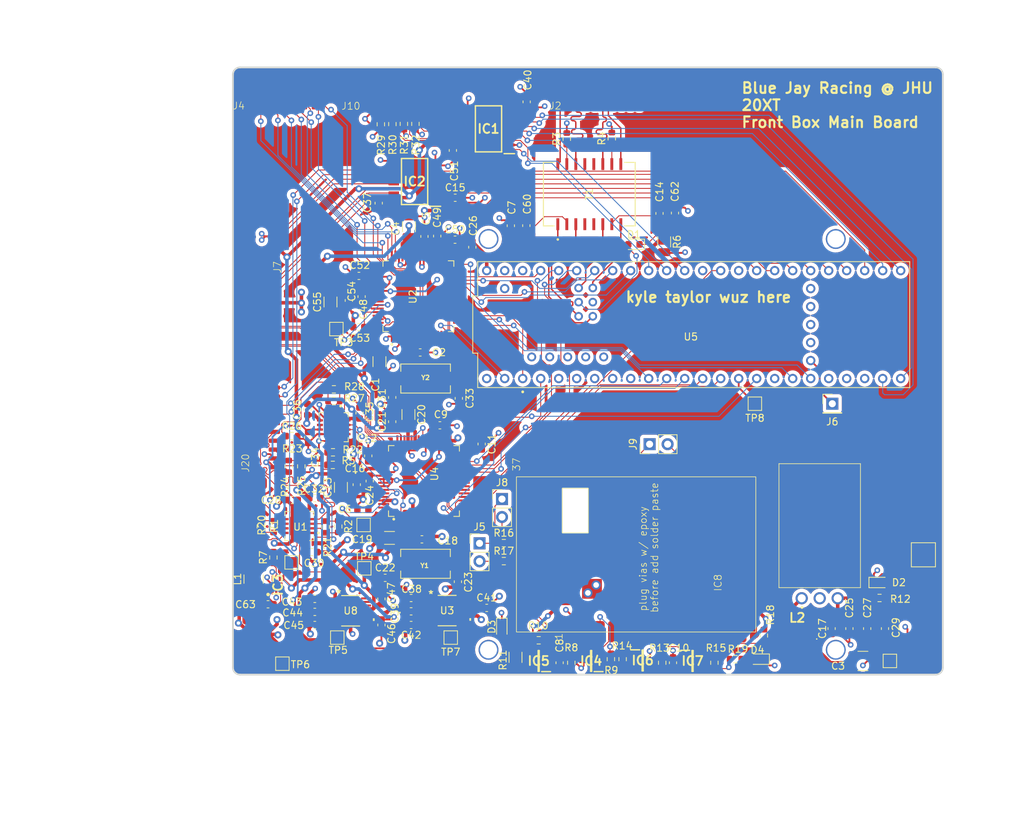
<source format=kicad_pcb>
(kicad_pcb (version 20221018) (generator pcbnew)
  (layers (0 "F.Cu" signal) (1 "In1.Cu" signal) (2 "In2.Cu" signal) (31 "B.Cu" signal) (34 "B.Paste" user) (35 "F.Paste" user) (36 "B.SilkS" user "B.Silkscreen") (37 "F.SilkS" user "F.Silkscreen") (38 "B.Mask" user) (39 "F.Mask" user) (44 "Edge.Cuts" user))
  (net 0 "")
  (net 1 "GND")
  (net 2 "2.5vsg")
  (net 3 "3v3")
  (net 4 "Net-(U4-REGCAPA)")
  (net 5 "5vadc")
  (net 6 "Net-(U4-DREGCAP)")
  (net 7 "Net-(U4-REGCAPB)")
  (net 8 "5vanalog")
  (net 9 "Net-(U3-BYPASS)")
  (net 10 "Net-(U3-NR)")
  (net 11 "5vin")
  (net 12 "Net-(U8-BYPASS)")
  (net 13 "Net-(U8-NR)")
  (net 14 "Net-(U2-DREGCAP)")
  (net 15 "Net-(U2-REGCAPB)")
  (net 16 "Net-(U2-REGCAPA)")
  (net 18 "Net-(IC2-A1)")
  (net 19 "Net-(IC2-A2)")
  (net 20 "Net-(IC2-A3)")
  (net 21 "Net-(IC2-A4)")
  (net 22 "Net-(IC2-A5)")
  (net 23 "hall1")
  (net 24 "hall2")
  (net 25 "enc1")
  (net 26 "enc2")
  (net 27 "enc3")
  (net 28 "brake2")
  (net 29 "brake1")
  (net 30 "pots2")
  (net 31 "pots1")
  (net 32 "Net-(J20-Pin_1)")
  (net 33 "Net-(J20-Pin_2)")
  (net 34 "aux1.2")
  (net 35 "aux1.1")
  (net 36 "Net-(J20-Pin_7)")
  (net 37 "Net-(J20-Pin_8)")
  (net 38 "Net-(U1-RG2)")
  (net 39 "Net-(U1-RG2__1)")
  (net 40 "Net-(U1-RG1)")
  (net 41 "Net-(U1-RG1__1)")
  (net 42 "Net-(U4-VCM)")
  (net 43 "Net-(U2-VCM)")
  (net 49 "!CS2")
  (net 50 "SCLK2")
  (net 51 "SDI2")
  (net 52 "SDO2")
  (net 60 "dout2")
  (net 61 "dclk2")
  (net 62 "drdy2")
  (net 63 "rst2")
  (net 64 "syncin2")
  (net 66 "auxsg")
  (net 72 "!CS1")
  (net 73 "SCLK1")
  (net 74 "SDI1")
  (net 75 "SDO1")
  (net 83 "dout1")
  (net 84 "dclk1")
  (net 85 "drdy1")
  (net 86 "rst1")
  (net 87 "syncin1")
  (net 89 "steerCol")
  (net 96 "Net-(IC2-A6)")
  (net 97 "Net-(IC2-A7)")
  (net 108 "Net-(T1-TCT)")
  (net 109 "Net-(T1-RCT)")
  (net 110 "/teensy/Rx+")
  (net 111 "/teensy/Rx-")
  (net 112 "/teensy/Tx+")
  (net 113 "/teensy/Tx-")
  (net 114 "Net-(T1-CMT_2)")
  (net 115 "Net-(T1-CMT_1)")
  (net 120 "Net-(D1-K)")
  (net 121 "Net-(D1-A)")
  (net 126 "Td+")
  (net 127 "Td-")
  (net 128 "Rd+")
  (net 129 "Rd-")
  (net 130 "5.2v")
  (net 131 "Net-(IC3-SW)")
  (net 132 "Net-(IC3-{slash}PG)")
  (net 133 "Net-(IC4-E)")
  (net 134 "Net-(IC6-E)")
  (net 135 "Vcc")
  (net 136 "Net-(D2-A)")
  (net 137 "Net-(D3-A)")
  (net 138 "Net-(D4-A)")
  (net 139 "Net-(IC4-B)")
  (net 140 "Net-(IC5-B)")
  (net 141 "Net-(IC5-C)")
  (net 142 "Net-(IC6-B)")
  (net 143 "Net-(IC7-B)")
  (net 144 "Net-(IC7-C)")
  (net 145 "Dout")
  (net 146 "Din")
  (net 178 "Net-(J5-Pin_1)")
  (net 179 "Net-(J5-Pin_2)")
  (net 180 "Net-(PS1-+VIN)")
  (net 181 "xtal1.2")
  (net 182 "xtal1.1")
  (net 183 "xtal2.2")
  (net 184 "xtal2.1")
  (net 186 "5vradio")
  (net 191 "Net-(J4-Pin_1)")
  (net 192 "Net-(J4-Pin_2)")
  (net 193 "Net-(J4-Pin_3)")
  (net 194 "Net-(J4-Pin_4)")
  (net 195 "Net-(J4-Pin_5)")
  (net 196 "Net-(J4-Pin_6)")
  (net 197 "Net-(J4-Pin_7)")
  (net 198 "Net-(J4-Pin_8)")
  (net 199 "daux2")
  (net 200 "daux1")
  (net 202 "Net-(IC8-DIO9{slash}ON{slash}~{SLEEP})")
  (net 203 "Net-(IC8-DIO6{slash}~{RTS})")
  (net 204 "Net-(J6-Pin_1)")
  (net 205 "tr1-")
  (net 206 "tr2-")
  (net 207 "Net-(U6-RG2)")
  (net 208 "Net-(U6-RG2__1)")
  (net 209 "Net-(U6-RG1)")
  (net 210 "Net-(U6-RG1__1)")
  (net 211 "tieRod1")
  (net 212 "tieRod2")
  (net 213 "tr+")
  (net 214 "SDA")
  (net 215 "SCL")
  (net 217 "SDA5")
  (net 218 "SCL5")
  (net 219 "doutlcd")
  (net 220 "S1")
  (net 221 "S2")
  (net 222 "S3")
  (net 223 "S4")
  (net 224 "S45")
  (net 225 "S35")
  (net 226 "S25")
  (net 227 "S15")
  (net 228 "doutlcd5")
  (footprint "peripheralio:SMD_picoblade_hori_1x08" (layer "F.Cu") (at 130.467 75.724 90)
    (fp_text reference "J7")
    (fp_text value "Conn_01x08")
  )
  (footprint "Resistor_SMD:R_0603_1608Metric" (layer "F.Cu") (at 137.944 94.615 180)
    (fp_text reference "R27")
    (fp_text value "47")
  )
  (footprint "Capacitor_SMD:C_1206_3216Metric" (layer "F.Cu") (at 145.796 113.9444)
    (fp_text reference "C19")
    (fp_text value "100uF")
  )
  (footprint "Resistor_SMD:R_0603_1608Metric" (layer "F.Cu") (at 198.628 127.7234 -90)
    (fp_text reference "R18")
    (fp_text value "100k")
  )
  (footprint "mainboxfp:MODULE_DEV-16771" (layer "F.Cu") (at 188.722 83.822)
    (fp_text reference "U5")
    (fp_text value "DEV-16771")
  )
  (footprint "Resistor_SMD:R_0603_1608Metric" (layer "F.Cu") (at 132.016 99.568)
    (fp_text reference "R26")
    (fp_text value "120")
  )
  (footprint "Capacitor_SMD:C_0603_1608Metric" (layer "F.Cu") (at 150.7236 71.374 90)
    (fp_text reference "C5")
    (fp_text value "0.1uF")
  )
  (footprint "radio_modulefp:SOT96P237X111-3N" (layer "F.Cu") (at 174.244 131.318 180)
    (fp_text reference "IC4")
    (fp_text value "MMBT3906LT1G" hide)
  )
  (footprint "Capacitor_SMD:C_0603_1608Metric" (layer "F.Cu") (at 134.325 99.7665 -90)
    (fp_text reference "C34")
    (fp_text value "0.1uF")
  )
  (footprint "Resistor_SMD:R_0603_1608Metric" (layer "F.Cu") (at 137.795 103.632)
    (fp_text reference "R5")
    (fp_text value "47")
  )
  (footprint "Resistor_SMD:R_0603_1608Metric" (layer "F.Cu") (at 129.4355 112.355 -90)
    (fp_text reference "R1")
    (fp_text value "47")
  )
  (footprint "Resistor_SMD:R_0603_1608Metric" (layer "F.Cu") (at 146.2024 55.5122 90)
    (fp_text reference "R30")
    (fp_text value "100k")
  )
  (footprint "Resistor_SMD:R_0603_1608Metric" (layer "F.Cu") (at 136.779 112.395 90)
    (fp_text reference "R21")
    (fp_text value "47")
  )
  (footprint "Capacitor_SMD:C_0603_1608Metric" (layer "F.Cu") (at 169.799 131.572 -90)
    (fp_text reference "C8")
    (fp_text value "1uF")
  )
  (footprint "mainboxfp:XTAL_ECS-160-20-3X-TR" (layer "F.Cu") (at 150.876 117.602)
    (fp_text reference "Y1")
    (fp_text value "ECS-160-20-3X-TR")
  )
  (footprint "peripheralio:SMD_picoblade_hori_1x12" (layer "F.Cu") (at 130.34 107.073 90)
    (fp_text reference "J20")
    (fp_text value "Conn_01x12")
  )
  (footprint "Resistor_SMD:R_0603_1608Metric" (layer "F.Cu") (at 166.849 128.397)
    (fp_text reference "R10")
    (fp_text value "100k")
  )
  (footprint "TestPoint:TestPoint_Pad_1.5x1.5mm" (layer "F.Cu") (at 216.408 131.318)
    (fp_text reference "TP10" hide)
    (fp_text value "TestPoint")
  )
  (footprint "Capacitor_SMD:C_0603_1608Metric" (layer "F.Cu") (at 141.564 96.3115 90)
    (fp_text reference "C35")
    (fp_text value "0.1uF")
  )
  (footprint "Capacitor_SMD:C_0603_1608Metric" (layer "F.Cu") (at 134.2136 95.8088 90)
    (fp_text reference "C36")
    (fp_text value "0.1uF")
  )
  (footprint "TestPoint:TestPoint_Pad_1.5x1.5mm" (layer "F.Cu") (at 138.303 84.455)
    (fp_text reference "TP3")
    (fp_text value "TestPoint")
  )
  (footprint "Resistor_SMD:R_0603_1608Metric" (layer "F.Cu") (at 161.925 117.221)
    (fp_text reference "R17")
    (fp_text value "68")
  )
  (footprint "Resistor_SMD:R_0603_1608Metric" (layer "F.Cu") (at 132.016 101.346)
    (fp_text reference "R23")
    (fp_text value "120")
  )
  (footprint "Capacitor_SMD:C_1206_3216Metric" (layer "F.Cu") (at 148.463 96.52 -90)
    (fp_text reference "C20")
    (fp_text value "100uF")
  )
  (footprint "Capacitor_SMD:C_0603_1608Metric" (layer "F.Cu") (at 183.896 68.1228 -90)
    (fp_text reference "C14")
    (fp_text value "1uF")
  )
  (footprint "Capacitor_SMD:C_0603_1608Metric" (layer "F.Cu") (at 141.478 76.949 180)
    (fp_text reference "C52" hide)
    (fp_text value "1uF")
  )
  (footprint "LED_SMD:LED_0603_1608Metric" (layer "F.Cu") (at 214.9348 120.2436)
    (fp_text reference "D2")
    (fp_text value "LED")
  )
  (footprint "Resistor_SMD:R_0603_1608Metric" (layer "F.Cu") (at 171.45 131.572 -90)
    (fp_text reference "R8")
    (fp_text value "10k")
  )
  (footprint "Capacitor_SMD:C_0603_1608Metric" (layer "F.Cu") (at 145.1864 119.5832)
    (fp_text reference "C22")
    (fp_text value "35pF")
  )
  (footprint "mainboxfp:2.35mm_mounting_hole" (layer "F.Cu") (at 209.118 74.659)
    (fp_text reference "H1" hide)
    (fp_text value "MountingHole")
  )
  (footprint "Capacitor_SMD:C_0603_1608Metric" (layer "F.Cu") (at 165.1508 52.3748 90)
    (fp_text reference "C40")
    (fp_text value "0.1uF")
  )
  (footprint "mainboxfp:2.35mm_mounting_hole" (layer "F.Cu") (at 160.118 132.659)
    (fp_text reference "H3" hide)
    (fp_text value "MountingHole")
  )
  (footprint "radio_modulefp:xbee sx 900" (layer "F.Cu") (at 197.484 127.224 90)
    (fp_text reference "IC8")
    (fp_text value "XBP9X-DMUS-011")
  )
  (footprint "Resistor_SMD:R_0603_1608Metric" (layer "F.Cu") (at 147.828 55.4858 90)
    (fp_text reference "R31")
    (fp_text value "100k")
  )
  (footprint "Capacitor_SMD:C_0603_1608Metric" (layer "F.Cu") (at 146.177 97.536 90)
    (fp_text reference "C21")
    (fp_text value "0.1uF")
  )
  (footprint "Capacitor_SMD:C_0603_1608Metric" (layer "F.Cu") (at 135.255 122.555 180)
    (fp_text reference "C43")
    (fp_text value "1uF")
  )
  (footprint "Capacitor_SMD:C_0603_1608Metric" (layer "F.Cu") (at 148.844 124.314 180)
    (fp_text reference "C39")
    (fp_text value "0.1uF")
  )
  (footprint "Capacitor_SMD:C_0603_1608Metric" (layer "F.Cu") (at 210.693 126.746 90)
    (fp_text reference "C25")
    (fp_text value "0.1uF")
  )
  (footprint "Resistor_SMD:R_0603_1608Metric" (layer "F.Cu") (at 214.948 122.428 180)
    (fp_text reference "R12")
    (fp_text value "68")
  )
  (footprint "mainboxfp:CONN16_2337822-1_TEC" (layer "F.Cu") (at 173.99 65.405 90)
    (fp_text reference "T1")
    (fp_text value "2337822-1")
  )
  (footprint "Resistor_SMD:R_0603_1608Metric" (layer "F.Cu") (at 127.635 112.331 -90)
    (fp_text reference "R20")
    (fp_text value "47")
  )
  (footprint "Connector_PinHeader_2.54mm:PinHeader_1x02_P2.54mm_Vertical" (layer "F.Cu") (at 182.499 100.711 90)
    (fp_text reference "J9")
    (fp_text value "Conn_01x02")
  )
  (footprint "radio_modulefp:SOT96P237X111-3N" (layer "F.Cu") (at 166.844 131.318 180)
    (fp_text reference "IC5")
    (fp_text value "MMBT3906LT1G" hide)
  )
  (footprint "Capacitor_SMD:C_0603_1608Metric" (layer "F.Cu") (at 152.908 98.044 180)
    (fp_text reference "C9")
    (fp_text value "0.1uF")
  )
  (footprint "Capacitor_SMD:C_0603_1608Metric" (layer "F.Cu") (at 132.08 108.585 180)
    (fp_text reference "C28")
    (fp_text value "0.1uF")
  )
  (footprint "Capacitor_SMD:C_0603_1608Metric" (layer "F.Cu") (at 144.653 126.238 -90)
    (fp_text reference "C46")
    (fp_text value "0.1uF")
  )
  (footprint "Resistor_SMD:R_0603_1608Metric" (layer "F.Cu") (at 178.689 131.064 -90)
    (fp_text reference "R14")
    (fp_text value "10k")
  )
  (footprint "TestPoint:TestPoint_Pad_1.5x1.5mm" (layer "F.Cu") (at 130.683 131.699)
    (fp_text reference "TP6")
    (fp_text value "TestPoint")
  )
  (footprint "Connector_PinHeader_2.54mm:PinHeader_1x02_P2.54mm_Vertical" (layer "F.Cu") (at 161.671 108.458)
    (fp_text reference "J8")
    (fp_text value "Conn_01x02")
  )
  (footprint "Capacitor_SMD:C_0603_1608Metric" (layer "F.Cu") (at 162.9156 69.863 -90)
    (fp_text reference "C7")
    (fp_text value "1uF")
  )
  (footprint "Resistor_SMD:R_0603_1608Metric" (layer "F.Cu") (at 138.557 112.331 90)
    (fp_text reference "R2")
    (fp_text value "47")
  )
  (footprint "Capacitor_SMD:C_0603_1608Metric" (layer "F.Cu") (at 186.0804 68.072 90)
    (fp_text reference "C62")
    (fp_text value "0.1uF")
  )
  (footprint "peripheralio:SMD_picoblade_hori_1x08" (layer "F.Cu") (at 140.3447 53.4649)
    (fp_text reference "J10")
    (fp_text value "Conn_01x08")
  )
  (footprint "Capacitor_SMD:C_1206_3216Metric" (layer "F.Cu") (at 137.4648 80.632 90)
    (fp_text reference "C55")
    (fp_text value "100uF")
  )
  (footprint "Capacitor_SMD:C_0603_1608Metric" (layer "F.Cu") (at 158.8008 100.6856 -90)
    (fp_text reference "C11")
    (fp_text value "1uF")
  )
  (footprint "mainboxfp:MSE_16_ADI" (layer "F.Cu") (at 153.924 124.206)
    (fp_text reference "U3")
    (fp_text value "LT6658AHMSE-2.5-PBF")
  )
  (footprint "LED_SMD:LED_0603_1608Metric" (layer "F.Cu") (at 197.9168 131.064 180)
    (fp_text reference "D4")
    (fp_text value "LED")
  )
  (footprint "Capacitor_SMD:C_0603_1608Metric" (layer "F.Cu") (at 140.0556 80.4164 -90)
    (fp_text reference "C54" hide)
    (fp_text value "0.1uF")
  )
  (footprint "Resistor_SMD:R_1206_3216Metric" (layer "F.Cu") (at 163.576 130.81 -90)
    (fp_text reference "R11")
    (fp_text value "330")
  )
  (footprint "Resistor_SMD:R_0603_1608Metric" (layer "F.Cu") (at 177.038 131.064 -90)
    (fp_text reference "R9")
    (fp_text value "10k")
  )
  (footprint "Resistor_SMD:R_0603_1608Metric" (layer "F.Cu") (at 137.818 101.854)
    (fp_text reference "R22")
    (fp_text value "47")
  )
  (footprint "Resistor_SMD:R_0603_1608Metric" (layer "F.Cu") (at 149.4536 55.4858 90)
    (fp_text reference "R32")
    (fp_text value "100k")
  )
  (footprint "Capacitor_SMD:C_0603_1608Metric" (layer "F.Cu") (at 141.1732 106.426 -90)
    (fp_text reference "C16")
    (fp_text value "0.1uF")
  )
  (footprint "TestPoint:TestPoint_Pad_1.5x1.5mm" (layer "F.Cu") (at 131.9784 117.3988)
    (fp_text reference "TP2" hide)
    (fp_text value "TestPoint")
  )
  (footprint "TestPoint:TestPoint_Pad_1.5x1.5mm" (layer "F.Cu") (at 197.358 94.996)
    (fp_text reference "TP8")
    (fp_text value "TestPoint")
  )
  (footprint "Capacitor_SMD:C_0603_1608Metric" (layer "F.Cu") (at 144.653 122.555 90)
    (fp_text reference "C47")
    (fp_text value "1uF")
  )
  (footprint "Resistor_SMD:R_0603_1608Metric" (layer "F.Cu") (at 177.165 57.531 90)
    (fp_text reference "R4")
    (fp_text value "75")
  )
  (footprint "radio_modulefp:SOT96P237X111-3N" (layer "F.Cu") (at 181.517 131.252)
    (fp_text reference "IC6")
    (fp_text value "MMBT3906LT1G" hide)
  )
  (footprint "Capacitor_SMD:C_0603_1608Metric" (layer "F.Cu") (at 135.255 124.388996 180)
    (fp_text reference "C44")
    (fp_text value "0.1uF")
  )
  (footprint "mainboxfp:QFN65P400X400X80-17N" (layer "F.Cu") (at 137.922 98.3165 -90)
    (fp_text reference "U6" hide)
    (fp_text value "AD8222ACPZ-R7")
  )
  (footprint "Capacitor_SMD:C_0603_1608Metric" (layer "F.Cu") (at 154.7368 59.2328 -90)
    (fp_text reference "C51")
    (fp_text value "0.1uF")
  )
  (footprint "Capacitor_SMD:C_0603_1608Metric" (layer "F.Cu") (at 215.713 126.746 90)
    (fp_text reference "C29")
    (fp_text value "47pF")
  )
  (footprint "Capacitor_SMD:C_0603_1608Metric" (layer "F.Cu") (at 135.255 108.331)
    (fp_text reference "C32" hide)
    (fp_text value "0.1uF")
  )
  (footprint "TestPoint:TestPoint_Pad_3.0x3.0mm" (layer "F.Cu") (at 221.1324 116.332)
    (fp_text reference "TP9" hide)
    (fp_text value "TestPoint")
  )
  (footprint "peripheralio:SMD_picoblade_hori_1x08" (layer "F.Cu") (at 169.1991 53.4395)
    (fp_text reference "J2")
    (fp_text value "Conn_01x08")
  )
  (footprint "Capacitor_SMD:C_0603_1608Metric" (layer "F.Cu") (at 213.203 126.746 90)
    (fp_text reference "C27")
    (fp_text value "47pF")
  )
  (footprint "peripheralio:SMD_picoblade_hori_1x02" (layer "F.Cu") (at 129.288 131.914 90)
    (fp_text reference "J21" hide)
    (fp_text value "Conn_01x02" hide)
  )
  (footprint "Capacitor_SMD:C_0603_1608Metric" (layer "F.Cu") (at 155.448 120.129 90)
    (fp_text reference "C23")
    (fp_text value "35pF")
  )
  (footprint "Capacitor_SMD:C_0603_1608Metric" (layer "F.Cu") (at 128.651 123.317)
    (fp_text reference "C63")
    (fp_text value "4.7uF")
  )
  (footprint "radio_modulefp:R78B5015L" (layer "F.Cu") (at 206.502 113.665 180)
    (fp_text reference "PS1" hide)
    (fp_text value "R-78B3.3-1.5L" hide)
  )
  (footprint "Capacitor_SMD:C_0603_1608Metric" (layer "F.Cu") (at 148.844 126.238 180)
    (fp_text reference "C42")
    (fp_text value "1uF")
  )
  (footprint "Capacitor_SMD:C_1206_3216Metric" (layer "F.Cu") (at 148.5392 70.0024 -90)
    (fp_text reference "C4")
    (fp_text value "100uF")
  )
  (footprint "Capacitor_SMD:C_0603_1608Metric" (layer "F.Cu") (at 134.8232 115.951)
    (fp_text reference "C30")
    (fp_text value "0.1uF")
  )
  (footprint "Capacitor_SMD:C_0603_1608Metric" (layer "F.Cu") (at 159.512 123.825)
    (fp_text reference "C41")
    (fp_text value "0.1uF")
  )
  (footprint "Capacitor_SMD:C_0603_1608Metric" (layer "F.Cu") (at 142.7988 102.362 90)
    (fp_text reference "C12")
    (fp_text value "1uF")
  )
  (footprint "Capacitor_SMD:C_0603_1608Metric" (layer "F.Cu") (at 165.1 69.85 90)
    (fp_text reference "C60")
    (fp_text value "0.1uF")
  )
  (footprint "Capacitor_SMD:C_0603_1608Metric" (layer "F.Cu") (at 155.575 94.234 90)
    (fp_text reference "C33")
    (fp_text value "35pF")
  )
  (footprint "LED_SMD:LED_0603_1608Metric" (layer "F.Cu") (at 180.2892 72.4916 180)
    (fp_text reference "D1")
    (fp_text value "LED")
  )
  (footprint "radio_modulefp:RLS397" (layer "F.Cu") (at 203.129 128.016 180)
    (fp_text reference "L2")
    (fp_text value "3.9uH" hide)
  )
  (footprint "Capacitor_SMD:C_0603_1608Metric" (layer "F.Cu") (at 144.272 66.675 -90)
    (fp_text reference "C37")
    (fp_text value "0.1uF")
  )
  (footprint "Resistor_SMD:R_0603_1608Metric" (layer "F.Cu") (at 170.815 57.595 90)
    (fp_text reference "R3")
    (fp_text value "75")
  )
  (footprint "Capacitor_SMD:C_0603_1608Metric" (layer "F.Cu") (at 146.177 94.107 90)
    (fp_text reference "C31")
    (fp_text value "35pF")
  )
  (footprint "Resistor_SMD:R_0603_1608Metric" (layer "F.Cu") (at 137.945 92.964 180)
    (fp_text reference "R28")
    (fp_text value "47")
  )
  (footprint "Connector_PinHeader_2.54mm:PinHeader_1x01_P2.54mm_Vertical" (layer "F.Cu") (at 208.28 94.996)
    (fp_text reference "J6")
    (fp_text value "Conn_01x01")
  )
  (footprint "LED_SMD:LED_0603_1608Metric" (layer "F.Cu") (at 161.6456 126.746 -90)
    (fp_text reference "D3")
    (fp_text value "LED")
  )
  (footprint "Resistor_SMD:R_0603_1608Metric" (layer "F.Cu") (at 133.35 103.8352 -90)
    (fp_text reference "R25")
    (fp_text value "120")
  )
  (footprint "TestPoint:TestPoint_Pad_1.5x1.5mm" (layer "F.Cu") (at 142.24 118.237)
    (fp_text reference "TP4")
    (fp_text value "TestPoint")
  )
  (footprint "Resistor_SMD:R_0603_1608Metric" (layer "F.Cu") (at 194.6148 131.064 180)
    (fp_text reference "R19")
    (fp_text value "2.7k")
  )
  (footprint "mainboxfp:SON50P200X200X60-9N-D" (layer "F.Cu") (at 130.06 120.584 90)
    (fp_text reference "IC3")
    (fp_text value "MIC2876-5.5YMT-TR" hide)
  )
  (footprint "mainboxfp:XTAL_ECS-160-20-3X-TR" (layer "F.Cu") (at 150.888 91.44)
    (fp_text reference "Y2")
    (fp_text value "ECS-160-20-3X-TR")
  )
  (footprint "Resistor_SMD:R_0603_1608Metric" (layer "F.Cu") (at 129.413 116.713 90)
    (fp_text reference "R7")
    (fp_text value "1M")
  )
  (footprint "mainboxfp:2.35mm_mounting_hole" (layer "F.Cu") (at 160.118 74.659)
    (fp_text reference "H2" hide)
    (fp_text value "MountingHole")
  )
  (footprint "Capacitor_SMD:C_0603_1608Metric" (layer "F.Cu") (at 141.465 84.188 180)
    (fp_text reference "C53")
    (fp_text value "1uF")
  )
  (footprint "Capacitor_SMD:C_1210_3225Metric" (layer "F.Cu") (at 212.598 131.318)
    (fp_text reference "C3")
    (fp_text value "10uF 100VDC")
  )
  (footprint "radio_modulefp:SOT96P237X111-3N" (layer "F.Cu") (at 188.561 131.318)
    (fp_text reference "IC7")
    (fp_text value "MMBT3906LT1G" hide)
  )
  (footprint "Resistor_SMD:R_1206_3216Metric" (layer "F.Cu") (at 184.5564 72.136 -90)
    (fp_text reference "R6")
    (fp_text value "330")
  )
  (footprint "Resistor_SMD:R_0603_1608Metric" (layer "F.Cu") (at 144.5768 55.5366 90)
    (fp_text reference "R29")
    (fp_text value "100k")
  )
  (footprint "Resistor_SMD:R_0603_1608Metric" (layer "F.Cu") (at 191.643 131.572 90)
    (fp_text reference "R15")
    (fp_text value "100k")
  )
  (footprint "peripheralio:SMD_picoblade_hori_1x04" (layer "F.Cu") (at 130.4015 86.3445 90)
    (fp_text reference "J1" hide)
    (fp_text value "Conn_01x04")
  )
  (footprint "Capacitor_SMD:C_0603_1608Metric" (layer "F.Cu") (at 142.0368 109.9312 180)
    (fp_text reference "C6")
    (fp_text value "1uF")
  )
  (footprint "Capacitor_SMD:C_0603_1608Metric" (layer "F.Cu") (at 150.126 87.757)
    (fp_text reference "C2")
    (fp_text value "0.1uF")
  )
  (footprint "Capacitor_SMD:C_0603_1608Metric" (layer "F.Cu") (at 148.844 122.428 180)
    (fp_text reference "C38")
    (fp_text value "1uF")
  )
  (footprint "Capacitor_SMD:C_1206_3216Metric" (layer "F.Cu") (at 144.3736 89.0524 90)
    (fp_text reference "C1")
    (fp_text value "100uF")
  )
  (footprint "Capacitor_SMD:C_0603_1608Metric" (layer "F.Cu") (at 155.0416 71.8312)
    (fp_text reference "C50")
    (fp_text value "1uF")
  )
  (footprint "mainboxfp:QFN65P400X400X80-17N" (layer "F.Cu") (at 133.0775 112.268 180)
    (fp_text reference "U1")
    (fp_text value "AD8222ACPZ-R7")
  )
  (footprint "mainboxfp:SOP65P640X120-20N" (layer "F.Cu") (at 159.766 56.1848 180)
    (fp_text reference "IC1")
    (fp_text value "TXB0108PWR" hide)
  )
  (footprint "Capacitor_SMD:C_0603_1608Metric" (layer "F.Cu") (at 135.255 126.238 180)
    (fp_text reference "C45")
    (fp_text value "1uF")
  )
  (footprint "Capacitor_SMD:C_0603_1608Metric" (layer "F.Cu") (at 185.801 131.572 90)
    (fp_text reference "C10")
    (fp_text value "1uF")
  )
  (footprint "Capacitor_SMD:C_0603_1608Metric" (layer "F.Cu") (at 150.368 114.1476)
    (fp_text reference "C18")
    (fp_text value "0.1uF")
  )
  (footprint "Capacitor_SMD:C_0603_1608Metric" (layer "F.Cu") (at 152.527 71.3232 90)
    (fp_text reference "C49")
    (fp_text value "0.1uF")
  )
  (footprint "Capacitor_SMD:C_1206_3216Metric" (layer "F.Cu") (at 138.938 106.807 90)
    (fp_text reference "C13")
    (fp_text value "100uF")
  )
  (footprint "Capacitor_SMD:C_0603_1608Metric" (layer "F.Cu") (at 155.067 65.913)
    (fp_text reference "C15")
    (fp_text value "0.1uF")
  )
  (footprint "mainboxfp:SOP65P640X120-20N" (layer "F.Cu") (at 149.335 63.623 180)
    (fp_text reference "IC2")
    (fp_text value "TXB0108PWR" hide)
  )
  (footprint "Inductor_SMD:L_1210_3225Metric" (layer "F.Cu") (at 126.619 119.761 90)
    (fp_text reference "L1")
    (fp_text value "1uH")
  )
  (footprint "mainboxfp:QFP50P1200X1200X160-64N" (layer "F.Cu") (at 150.657 105.906 90)
    (fp_text reference "U4")
    (fp_text value "AD7768BSTZ")
  )
  (footprint "Resistor_SMD:R_0603_1608Metric" (layer "F.Cu") (at 184.277 131.572 90)
    (fp_text reference "R13")
    (fp_text value "10k")
  )
  (footprint "Resistor_SMD:R_0603_1608Metric" (layer "F.Cu") (at 161.925 114.681)
    (fp_text reference "R16")
    (fp_text value "68")
  )
  (footprint "Connector_PinHeader_2.54mm:PinHeader_1x02_P2.54mm_Vertical" (layer "F.Cu") (at 158.498 114.709)
    (fp_text reference "J5")
    (fp_text value "Conn_01x02")
  )
  (footprint "peripheralio:SMD_picoblade_hori_1x02" (layer "F.Cu") (at 218.0865 125.2175 -90)
    (fp_text reference "J3" hide)
    (fp_text value "Conn_01x02")
  )
  (footprint "mainboxfp:QFP50P1200X1200X160-64N" (layer "F.Cu") (at 149.872 79.8115 90)
    (fp_text reference "U2")
    (fp_text value "AD7768BSTZ")
  )
  (footprint "TestPoint:TestPoint_Pad_1.5x1.5mm" (layer "F.Cu") (at 138.43 128.016)
    (fp_text reference "TP5")
    (fp_text value "TestPoint")
  )
  (footprint "peripheralio:SMD_picoblade_hori_1x08" (layer "F.Cu") (at 124.5205 53.4395)
    (fp_text reference "J4")
    (fp_text value "Conn_01x08")
  )
  (footprint "Capacitor_SMD:C_0603_1608Metric" (layer "F.Cu") (at 208.183 126.746 90)
    (fp_text reference "C17")
    (fp_text value "10uF")
  )
  (footprint "mainboxfp:MSE_16_ADI" (layer "F.Cu") (at 140.3096 124.233998)
    (fp_text reference "U8")
    (fp_text value "LT6658AHMSE-5-PBF")
  )
  (footprint "Capacitor_SMD:C_0603_1608Metric" (layer "F.Cu") (at 157.48 72.898 -90)
    (fp_text reference "C26")
    (fp_text value "0.1uF")
  )
  (footprint "Capacitor_SMD:C_0603_1608Metric" (layer "F.Cu") (at 143.002 105.918 -90)
    (fp_text reference "C24")
    (fp_text value "0.1uF")
  )
  (footprint "Resistor_SMD:R_0603_1608Metric" (layer "F.Cu") (at 131.572 103.8352 90)
    (fp_text reference "R24")
    (fp_text value "120")
  )
  (footprint "TestPoint:TestPoint_Pad_1.5x1.5mm" (layer "F.Cu") (at 142.1384 112.1156)
    (fp_text reference "TP1" hide)
    (fp_text value "TestPoint")
  )
  (footprint "Capacitor_SMD:C_0603_1608Metric" (layer "F.Cu") (at 141.859 79.87 -90)
    (fp_text reference "C48")
    (fp_text value "0.1uF")
  )
  (footprint "TestPoint:TestPoint_Pad_1.5x1.5mm" (layer "F.Cu") (at 154.432 128.016)
    (fp_text reference "TP7")
    (fp_text value "TestPoint")
  )
  (footprint "mainboxfp:2.35mm_mounting_hole" (layer "F.Cu") (at 209.118 132.659)
    (fp_text reference "H4" hide)
    (fp_text value "MountingHole")
  )
  (gr_arc (start 222.873 47.514) (mid 223.580107 47.806893) (end 223.873 48.514) (stroke (width 0.25)) (layer "Edge.Cuts"))
  (gr_arc (start 124.703 133.239) (mid 123.995893 132.946107) (end 123.703 132.239) (stroke (width 0.25)) (layer "Edge.Cuts"))
  (gr_line (start 223.873 132.239) (end 223.873 48.514) (stroke (width 0.25)) (layer "Edge.Cuts"))
  (gr_line (start 123.703 48.514) (end 123.703 132.239) (stroke (width 0.25)) (layer "Edge.Cuts"))
  (gr_arc (start 223.873 132.239) (mid 223.580107 132.946107) (end 222.873 133.239) (stroke (width 0.25)) (layer "Edge.Cuts"))
  (gr_line (start 222.873 47.514) (end 124.703 47.514) (stroke (width 0.25)) (layer "Edge.Cuts"))
  (gr_line (start 124.703 133.239) (end 222.873 133.239) (stroke (width 0.25)) (layer "Edge.Cuts"))
  (gr_arc (start 123.703 48.514) (mid 123.995893 47.806893) (end 124.703 47.514) (stroke (width 0.25)) (layer "Edge.Cuts"))
  (gr_text "Blue Jay Racing @ JHU\n20XT\nFront Box Main Board" (at 195.326 56.134) (layer "F.SilkS") (effects (font (size 1.5 1.5) (thickness 0.3) bold) (justify left bottom)))
  (gr_text "C32" (at 135.1788 107.0356) (layer "F.SilkS") (effects (font (size 1 1))))
  (gr_text "C54" (at 140.462 79.121 90) (layer "F.SilkS") (effects (font (size 1 1))))
  (gr_text "." (at 146.9136 124.6632) (layer "F.SilkS") (effects (font (size 1 1)) (justify left bottom)))
  (gr_text "kyle taylor wuz here" (at 178.9684 80.8228) (layer "F.SilkS") (effects (font (size 1.5 1.5) (thickness 0.3) bold) (justify left bottom)))
  (gr_text "." (at 142.4432 100.7872) (layer "F.SilkS") (effects (font (size 1 1)) (justify left bottom)))
  (gr_text "." (at 140.6652 104.9528) (layer "F.SilkS") (effects (font (size 1 1)) (justify left bottom)))
  (gr_text "C52" (at 141.605 75.438) (layer "F.SilkS") (effects (font (size 1 1))))
  (segment (start 146.907 100.226) (end 146.907 101.124) (width 0.25) (layer "F.Cu") (net 1))
  (segment (start 172.295 131.782) (end 172.847 132.334) (width 0.25) (layer "F.Cu") (net 1))
  (segment (start 140.335 81.4708) (end 140.0556 81.1914) (width 0.25) (layer "F.Cu") (net 1))
  (segment (start 145.072 103.251) (end 146.177 103.251) (width 0.25) (layer "F.Cu") (net 1))
  (segment (start 160.287 123.825) (end 160.287 123.177) (width 0.25) (layer "F.Cu") (net 1))
  (segment (start 153.931 61.348) (end 154.051 61.468) (width 0.25) (layer "F.Cu") (net 1))
  (segment (start 134.5258 104.6602) (end 134.874 104.312) (width 0.25) (layer "F.Cu") (net 1))
  (segment (start 150.907 111.586) (end 150.907 113.9116) (width 0.5) (layer "F.Cu") (net 1))
  (segment (start 148.542135 101.6) (end 148.907 101.235135) (width 0.25) (layer "F.Cu") (net 1))
  (segment (start 150.901 87.757) (end 152.273 87.757) (width 0.25) (layer "F.Cu") (net 1))
  (segment (start 147.365 75.438) (end 147.32 75.393) (width 0.25) (layer "F.Cu") (net 1))
  (segment (start 142.0876 108.5088) (end 142.0876 107.6074) (width 0.5) (layer "F.Cu") (net 1))
  (segment (start 145.2125 78.5615) (end 145.796 77.978) (width 0.25) (layer "F.Cu") (net 1))
  (segment (start 139.117 108.103) (end 141.6818 108.103) (width 0.5) (layer "F.Cu") (net 1))
  (segment (start 140.69 82.817) (end 140.69 84.188) (width 0.5) (layer "F.Cu") (net 1))
  (segment (start 161.5948 69.088) (end 163.957 69.088) (width 0.25) (layer "F.Cu") (net 1))
  (segment (start 129.28 120.584) (end 130.06 120.584) (width 0.25) (layer "F.Cu") (net 1))
  (segment (start 149.479 101.6) (end 149.907 101.172) (width 0.25) (layer "F.Cu") (net 1))
  (segment (start 147.383 101.6) (end 147.828 101.6) (width 0.25) (layer "F.Cu") (net 1))
  (segment (start 124.587 125.944873) (end 124.501632 125.944873) (width 0.5) (layer "F.Cu") (net 1))
  (segment (start 128.524 119.507) (end 128.524 119.828) (width 0.25) (layer "F.Cu") (net 1))
  (segment (start 137.8966 115.951) (end 135.776 115.951) (width 0.5) (layer "F.Cu") (net 1))
  (segment (start 129.667 71.374) (end 128.27 71.374) (width 0.25) (layer "F.Cu") (net 1))
  (segment (start 170.377 131.782) (end 172.295 131.782) (width 0.25) (layer "F.Cu") (net 1))
  (segment (start 184.658 73.7001) (end 184.5564 73.5985) (width 0.25) (layer "F.Cu") (net 1))
  (segment (start 147.907 110.236) (end 149.091088 110.236) (width 0.5) (layer "F.Cu") (net 1))
  (segment (start 171.404 124.795) (end 170.688 124.079) (width 0.25) (layer "F.Cu") (net 1))
  (segment (start 140.703 76.822) (end 139.573 75.692) (width 0.25) (layer "F.Cu") (net 1))
  (segment (start 148.542135 101.6) (end 148.542135 101.933135) (width 0.25) (layer "F.Cu") (net 1))
  (segment (start 147.828 56.3108) (end 147.828 56.896) (width 0.25) (layer "F.Cu") (net 1))
  (segment (start 134.62 127.508) (end 134.48 127.368) (width 0.5) (layer "F.Cu") (net 1))
  (segment (start 141.097 107.201) (end 140.019 107.201) (width 0.5) (layer "F.Cu") (net 1))
  (segment (start 129.8575 109.474) (end 130.7465 108.585) (width 0.5) (layer "F.Cu") (net 1))
  (segment (start 154.7368 60.0078) (end 154.7368 60.7822) (width 0.25) (layer "F.Cu") (net 1))
  (segment (start 148.122 85.4915) (end 148.122 84.161) (width 0.5) (layer "F.Cu") (net 1))
  (segment (start 155.842 65.913) (end 157.48 65.913) (width 0.25) (layer "F.Cu") (net 1))
  (segment (start 138.897 99.2915) (end 139.867 99.2915) (width 0.25) (layer "F.Cu") (net 1))
  (segment (start 141.859 80.645) (end 140.843 80.645) (width 0.25) (layer "F.Cu") (net 1))
  (segment (start 149.907 110.460088) (end 149.907 111.586) (width 0.5) (layer "F.Cu") (net 1))
  (segment (start 128.143 102.108) (end 128.925 102.108) (width 0.25) (layer "F.Cu") (net 1))
  (segment (start 152.173998 122.455998) (end 153.924 124.206) (width 0.5) (layer "F.Cu") (net 1))
  (segment (start 144.321 113.9444) (end 144.321 114.124) (width 0.5) (layer "F.Cu") (net 1))
  (segment (start 213.233 131.318) (end 212.598 131.953) (width 0.25) (layer "F.Cu") (net 1))
  (segment (start 147.828 101.6) (end 147.907 101.521) (width 0.25) (layer "F.Cu") (net 1))
  (segment (start 139.8524 114.1984) (end 139.6492 114.1984) (width 0.5) (layer "F.Cu") (net 1))
  (segment (start 143.8678 102.656) (end 142.7988 101.587) (width 0.25) (layer "F.Cu") (net 1))
  (segment (start 149.091088 110.236) (end 149.682912 110.236) (width 0.5) (layer "F.Cu") (net 1))
  (segment (start 153.924 124.206) (end 153.924 122.428) (width 0.5) (layer "F.Cu") (net 1))
  (segment (start 148.3 94.882) (end 148.463 95.045) (width 0.25) (layer "F.Cu") (net 1))
  (segment (start 138.1252 122.483996) (end 138.559598 122.483996) (width 0.5) (layer "F.Cu") (net 1))
  (segment (start 146.685 104.394) (end 146.685 104.14) (width 0.25) (layer "F.Cu") (net 1))
  (segment (start 135.977 99.2915) (end 135.575 99.2915) (width 0.25) (layer "F.Cu") (net 1))
  (segment (start 132.1025 114.213) (end 132.1025 113.243) (width 0.5) (layer "F.Cu") (net 1))
  (segment (start 138.1252 121.8467) (end 137.795 121.5165) (width 0.5) (layer "F.Cu") (net 1))
  (segment (start 149.122 85.4915) (end 149.122 86.463) (width 0.25) (layer "F.Cu") (net 1))
  (segment (start 144.5768 56.3616) (end 143.9408 56.3616) (width 0.25) (layer "F.Cu") (net 1))
  (segment (start 146.558 87.2744) (end 147.122 86.7104) (width 0.25) (layer "F.Cu") (net 1))
  (segment (start 214.1473 120.1928) (end 214.0965 120.2436) (width 0.25) (layer "F.Cu") (net 1))
  (segment (start 144.977 102.656) (end 143.8678 102.656) (width 0.25) (layer "F.Cu") (net 1))
  (segment (start 144.321 113.9444) (end 144.5486 113.9444) (width 0.5) (layer "F.Cu") (net 1))
  (segment (start 151.5494 113.7412) (end 151.143 114.1476) (width 0.5) (layer "F.Cu") (net 1))
  (segment (start 148.542135 101.933135) (end 148.971 102.362) (width 0.25) (layer "F.Cu") (net 1))
  (segment (start 150.907 113.9116) (end 151.143 114.1476) (width 0.5) (layer "F.Cu") (net 1))
  (segment (start 152.273 61.348) (end 153.931 61.348) (width 0.25) (layer "F.Cu") (net 1))
  (segment (start 141.564 95.5365) (end 141.564 95.209) (width 0.25) (layer "F.Cu") (net 1))
  (segment (start 150.907 100.226) (end 151.407 100.226) (width 0.25) (layer "F.Cu") (net 1))
  (segment (start 144.192 77.0615) (end 145.6415 77.0615) (width 0.25) (layer "F.Cu") (net 1))
  (segment (start 134.325 100.5415) (end 134.325 101.686) (width 0.25) (layer "F.Cu") (net 1))
  (segment (start 187.4119 73.7001) (end 184.658 73.7001) (width 0.25) (layer "F.Cu") (net 1))
  (segment (start 128.143 71.374) (end 127.762 70.993) (width 0.25) (layer "F.Cu") (net 1))
  (segment (start 129.667 114.808) (end 129.54 114.681) (width 0.5) (layer "F.Cu") (net 1))
  (segment (start 143.002 106.693) (end 141.605 106.693) (width 0.5) (layer "F.Cu") (net 1))
  (segment (start 144.192 78.5615) (end 145.2125 78.5615) (width 0.25) (layer "F.Cu") (net 1))
  (segment (start 140.3096 124.233998) (end 140.3096 127.2286) (width 0.5) (layer "F.Cu") (net 1))
  (segment (start 146.907 101.124) (end 147.383 101.6) (width 0.25) (layer "F.Cu") (net 1))
  (segment (start 164.2364 50.2412) (end 165.1508 51.1556) (width 0.25) (layer "F.Cu") (net 1))
  (segment (start 187.439 67.297) (end 185.1152 67.297) (width 0.25) (layer "F.Cu") (net 1))
  (segment (start 149.091088 110.236) (end 149.091088 108.832088) (width 0.5) (layer "F.Cu") (net 1))
  (segment (start 150.907 100.226) (end 150.907 101.823) (width 0.25) (layer "F.Cu") (net 1))
  (segment (start 145.796 77.978) (end 145.796 77.216) (width 0.25) (layer "F.Cu") (net 1))
  (segment (start 144.7915 82.5615) (end 145.542 83.312) (width 0.25) (layer "F.Cu") (net 1))
  (segment (start 146.423 104.656) (end 146.685 104.394) (width 0.25) (layer "F.Cu") (net 1))
  (segment (start 148.069 128.283) (end 147.955 128.397) (width 0.5) (layer "F.Cu") (net 1))
  (segment (start 148.122 84.161) (end 148.209 84.074) (width 0.5) (layer "F.Cu") (net 1))
  (segment (start 160.287 123.177) (end 161.29 122.174) (width 0.25) (layer "F.Cu") (net 1))
  (segment (start 144.3736 90.5274) (end 145.3878 90.5274) (width 0.25) (layer "F.Cu") (net 1))
  (segment (start 146.375 108.656) (end 146.558 108.839) (width 0.5) (layer "F.Cu") (net 1))
  (segment (start 148.887 111.271614) (end 148.887 110.440088) (width 0.24) (layer "F.Cu") (net 1))
  (segment (start 149.907 101.172) (end 149.907 100.226) (width 0.25) (layer "F.Cu") (net 1))
  (segment (start 147.447 75.438) (end 147.32 75.438) (width 0.25) (layer "F.Cu") (net 1))
  (segment (start 210.693 128.8542) (end 210.693 127.521) (width 0.25) (layer "F.Cu") (net 1))
  (segment (start 185.0644 67.3478) (end 185.1022 67.31) (width 0.25) (layer "F.Cu") (net 1))
  (segment (start 154.407 100.226) (end 155.044 100.226) (width 0.5) (layer "F.Cu") (net 1))
  (segment (start 148.5392 68.5274) (end 150.5694 68.5274) (width 0.25) (layer "F.Cu") (net 1))
  (segment (start 155.8166 71.9369) (end 155.8166 71.8312) (width 0.25) (layer "F.Cu") (net 1))
  (segment (start 145.6415 77.0615) (end 145.796 77.216) (width 0.25) (layer "F.Cu") (net 1))
  (segment (start 153.174002 124.955998) (end 153.924 124.206) (width 0.5) (layer "F.Cu") (net 1))
  (segment (start 144.653 127.013) (end 144.653 128.5715) (width 0.25) (layer "F.Cu") (net 1))
  (segment (start 182.567 129.989) (end 182.499 129.921) (width 0.25) (layer "F.Cu") (net 1))
  (segment (start 134.48 122.555) (end 134.48 121.913312) (width 0.5) (layer "F.Cu") (net 1))
  (segment (start 134.48 121.913312) (end 135.308656 121.084656) (width 0.5) (layer "F.Cu") (net 1))
  (segment (start 145.6485 85.4915) (end 145.288 85.852) (width 0.25) (layer "F.Cu") (net 1))
  (segment (start 146.2024 56.3372) (end 144.6012 56.3372) (width 0.25) (layer "F.Cu") (net 1))
  (segment (start 153.924 120.904) (end 153.67 121.158) (width 0.5) (layer "F.Cu") (net 1))
  (segment (start 128.524 119.828) (end 129.28 120.584) (width 0.25) (layer "F.Cu") (net 1))
  (segment (start 140.019 107.201) (end 138.938 108.282) (width 0.5) (layer "F.Cu") (net 1))
  (segment (start 148.209 84.074) (end 148.971 84.074) (width 0.5) (layer "F.Cu") (net 1))
  (segment (start 156.828 53.2598) (end 156.828 52.0108) (width 0.25) (layer "F.Cu") (net 1))
  (segment (start 140.0556 81.1914) (end 140.2966 81.1914) (width 0.25) (layer "F.Cu") (net 1))
  (segment (start 153.924 122.428) (end 155.448 120.904) (width 0.5) (layer "F.Cu") (net 1))
  (segment (start 142.0876 107.6074) (end 143.002 106.693) (width 0.5) (layer "F.Cu") (net 1))
  (segment (start 148.069 120.663) (end 148.209 120.523) (width 0.5) (layer "F.Cu") (net 1))
  (segment (start 148.907 101.235135) (end 148.907 100.226) (width 0.25) (layer "F.Cu") (net 1))
  (segment (start 161.29 68.7832) (end 161.5948 69.088) (width 0.25) (layer "F.Cu") (net 1))
  (segment (start 200.152 131.953) (end 199.441 131.953) (width 0.25) (layer "F.Cu") (net 1))
  (segment (start 155.044 100.226) (end 155.448 99.822) (width 0.5) (layer "F.Cu") (net 1))
  (segment (start 144.5486 113.9444) (end 146.907 111.586) (width 0.5) (layer "F.Cu") (net 1))
  (segment (start 148.069 122.428) (end 148.069 128.283) (width 0.5) (layer "F.Cu") (net 1))
  (segment (start 142.7988 101.587) (end 142.7988 100.2792) (width 0.25) (layer "F.Cu") (net 1))
  (segment (start 155.575 95.009) (end 154.292 95.009) (width 0.25) (layer "F.Cu") (net 1))
  (segment (start 149.122 84.225) (end 149.122 85.4915) (width 0.5) (layer "F.Cu") (net 1))
  (segment (start 132.1025 110.323) (end 132.1025 111.293) (width 0.5) (layer "F.Cu") (net 1))
  (segment (start 161.6456 124.5616) (end 161.6456 125.9585) (width 0.25) (layer "F.Cu") (net 1))
  (segment (start 128.27 71.374) (end 127.762 71.882) (width 0.25) (layer "F.Cu") (net 1))
  (segment (start 124.587 124.683127) (end 124.587 125.944873) (width 0.5) (layer "F.Cu") (net 1))
  (segment (start 134.6393 95.0338) (end 134.4552 95.0338) (width 0.25) (layer "F.Cu") (net 1))
  (segment (start 152.674 122.956) (end 153.924 124.206) (width 0.5) (layer "F.Cu") (net 1))
  (segment (start 139.559602 124.983996) (end 140.3096 124.233998) (width 0.5) (layer "F.Cu") (net 1))
  (segment (start 144.272 67.45) (end 147.4618 67.45) (width 0.25) (layer "F.Cu") (net 1))
  (segment (start 127.456127 128.814) (end 128.488 128.814) (width 0.5) (layer "F.Cu") (net 1))
  (segment (start 147.907 111.586) (end 147.907 110.236) (width 0.5) (layer "F.Cu") (net 1))
  (segment (start 144.64 94.882) (end 146.177 94.882) (width 0.25) (layer "F.Cu") (net 1))
  (segment (start 151.7396 122.455998) (end 152.173998 122.455998) (width 0.5) (layer "F.Cu") (net 1))
  (segment (start 148.122 75.271) (end 147.955 75.438) (width 0.25) (layer "F.Cu") (net 1))
  (segment (start 149.682912 110.236) (end 149.907 110.460088) (width 0.5) (layer "F.Cu") (net 1))
  (segment (start 147.815 120.917) (end 148.209 120.523) (width 0.5) (layer "F.Cu") (net 1))
  (segment (start 150.622 75.438) (end 150.368 75.692) (width 0.25) (layer "F.Cu") (net 1))
  (segment (start 147.4618 67.45) (end 148.5392 68.5274) (width 0.25) (layer "F.Cu") (net 1))
  (segment (start 187.9092 67.7672) (end 187.439 67.297) (width 0.25) (layer "F.Cu") (net 1))
  (segment (start 144.977 108.656) (end 146.375 108.656) (width 0.5) (layer "F.Cu") (net 1))
  (segment (start 155.448 120.904) (end 153.924 120.904) (width 0.5) (layer "F.Cu") (net 1))
  (segment (start 142.0876 108.5088) (end 141.2618 109.3346) (width 0.25) (layer "F.Cu") (net 1))
  (segment (start 132.1025 114.213) (end 131.5075 114.808) (width 0.5) (layer "F.Cu") (net 1))
  (segment (start 158.8008 101.4606) (end 158.8386 101.4606) (width 0.25) (layer "F.Cu") (net 1))
  (segment (start 153.2128 113.7412) (end 151.5494 113.7412) (width 0.5) (layer "F.Cu") (net 1))
  (segment (start 150.121025 56.978225) (end 149.4536 56.3108) (width 0.25) (layer "F.Cu") (net 1))
  (segment (start 136.271 110.109) (end 136.271 108.572) (width 0.25) (layer "F.Cu") (net 1))
  (segment (start 141.6818 108.103) (end 142.0876 108.5088) (width 0.5) (layer "F.Cu") (net 1))
  (segment (start 148.122 74.1315) (end 148.122 75.271) (width 0.25) (layer "F.Cu") (net 1))
  (segment (start 146.177 120.917) (end 147.815 120.917) (width 0.5) (layer "F.Cu") (net 1))
  (segment (start 143.9408 56.3616) (end 142.3416 54.7624) (width 0.25) (layer "F.Cu") (net 1))
  (segment (start 138.1252 124.983996) (end 139.559602 124.983996) (width 0.5) (layer "F.Cu") (net 1))
  (segment (start 151.7396 122.956) (end 152.674 122.956) (width 0.5) (layer "F.Cu") (net 1))
  (segment (start 130.7465 108.585) (end 131.305 108.585) (width 0.5) (layer "F.Cu") (net 1))
  (segment (start 187.5028 73.6092) (end 187.4119 73.7001) (width 0.25) (layer "F.Cu") (net 1))
  (segment (start 132.1025 109.3825) (end 131.305 108.585) (width 0.5) (layer "F.Cu") (net 1))
  (segment (start 158.8386 101.4606) (end 161.1884 99.1108) (width 0.25) (layer "F.Cu") (net 1))
  (segment (start 144.192 83.0615) (end 144.192 82.5615) (width 0.25) (layer "F.Cu") (net 1))
  (segment (start 208.183 127.521) (end 218.09 127.521) (width 0.25) (layer "F.Cu") (net 1))
  (segment (start 140.335 81.902) (end 140.97 82.537) (width 0.25) (layer "F.Cu") (net 1))
  (segment (start 148.069 122.428) (end 148.069 120.663) (width 0.5) (layer "F.Cu") (net 1))
  (segment (start 154.7368 60.7822) (end 154.051 61.468) (width 0.25) (layer "F.Cu") (net 1))
  (segment (start 146.423 104.656) (end 144.977 104.656) (width 0.25) (layer "F.Cu") (net 1))
  (segment (start 173.194 131.987) (end 172.847 132.334) (width 0.25) (layer "F.Cu") (net 1))
  (segment (start 169.799 132.36) (end 170.377 131.782) (width 0.25) (layer "F.Cu") (net 1))
  (segment (start 149.885 86.741) (end 150.901 87.757) (width 0.25) (layer "F.Cu") (net 1))
  (segment (start 125.953127 123.317) (end 124.587 124.683127) (width 0.5) (layer "F.Cu") (net 1))
  (segment (start 145.275 121.78) (end 146.304 122.809) (width 0.25) (layer "F.Cu") (net 1))
  (segment (start 140.2966 81.1914) (end 140.843 80.645) (width 0.25) (layer "F.Cu") (net 1))
  (segment (start 149.091088 108.832088) (end 148.971 108.712) (width 0.5) (layer "F.Cu") (net 1))
  (segment (start 147.447 75.438) (end 147.365 75.438) (width 0.25) (layer "F.Cu") (net 1))
  (segment (start 177.165 56.706) (end 177.165 55.88) (width 0.25) (layer "F.Cu") (net 1))
  (segment (start 150.122 74.1315) (end 150.122 75.446) (width 0.25) (layer "F.Cu") (net 1))
  (segment (start 150.7236 70.599) (end 150.7236 68.7324) (width 0.25) (layer "F.Cu") (net 1))
  (segment (start 146.397 60.698) (end 144.645 60.698) (width 0.25) (layer "F.Cu") (net 1))
  (segment (start 218.09 127.521) (end 218.8865 128.3175) (width 0.25) (layer "F.Cu") (net 1))
  (segment (start 149.122 86.463) (end 149.4 86.741) (width 0.25) (layer "F.Cu") (net 1))
  (segment (start 173.194 131.318) (end 173.194 131.987) (width 0.25) (layer "F.Cu") (net 1))
  (segment (start 146.397 61.348) (end 146.397 60.698) (width 0.25) (layer "F.Cu") (net 1))
  (segment (start 214.63 118.5164) (end 214.1473 118.9991) (width 0.25) (layer "F.Cu") (net 1))
  (segment (start 150.399082 56.978225) (end 150.121025 56.978225) (width 0.25) (layer "F.Cu") (net 1))
  (segment (start 140.3096 127.2286) (end 140.589 127.508) (width 0.5) (layer "F.Cu") (net 1))
  (segment (start 142.3416 54.7624) (end 143.4447 53.6593) (width 0.25) (layer "F.Cu") (net 1))
  (segment (start 170.815 56.77) (end 170.815 55.372) (width 0.25) (layer "F.Cu") (net 1))
  (segment (start 140.335 81.902) (end 140.335 81.4708) (width 0.25) (layer "F.Cu") (net 1))
  (segment (start 127.876 123.317) (end 125.953127 123.317) (width 0.5) (layer "F.Cu") (net 1))
  (segment (start 149.4 86.741) (end 149.885 86.741) (width 0.25) (layer "F.Cu") (net 1))
  (segment (start 165.1508 51.1556) (end 165.1508 51.5998) (width 0.25) (layer "F.Cu") (net 1))
  (segment (start 152.4762 70.599) (end 152.527 70.5482) (width 0.25) (layer "F.Cu") (net 1))
  (segment (start 144.977 102.656) (end 144.977 103.156) (width 0.25) (layer "F.Cu") (net 1))
  (segment (start 161.5948 124.5108) (end 161.6456 124.5616) (width 0.25) (layer "F.Cu") (net 1))
  (segment (start 150.7236 68.7324) (end 150.749 68.707) (width 0.25) (layer "F.Cu") (net 1))
  (segment (start 140.97 82.537) (end 140.69 82.817) (width 0.5) (layer "F.Cu") (net 1))
  (segment (start 146.122 85.4915) (end 145.6485 85.4915) (width 0.25) (layer "F.Cu") (net 1))
  (segment (start 137.8712 82.107) (end 139.14 82.107) (width 0.25) (layer "F.Cu") (net 1))
  (segment (start 132.841 99.568) (end 132.841 101.346) (width 0.25) (layer "F.Cu") (net 1))
  (segment (start 148.887 110.440088) (end 149.091088 110.236) (width 0.5) (layer "F.Cu") (net 1))
  (segment (start 150.5694 68.5274) (end 150.749 68.707) (width 0.25) (layer "F.Cu") (net 1))
  (segment (start 214.1473 118.9991) (end 214.1473 120.1928) (width 0.25) (layer "F.Cu") (net 1))
  (segment (start 143.4447 53.6593) (end 143.4447 52.6649) (width 0.25) (layer "F.Cu") (net 1))
  (segment (start 148.542135 101.6) (end 149.479 101.6) (width 0.25) (layer "F.Cu") (net 1))
  (segment (start 135.575 99.2915) (end 134.325 100.5415) (width 0.25) (layer "F.Cu") (net 1))
  (segment (start 150.622 74.1315) (end 150.622 75.438) (width 0.25) (layer "F.Cu") (net 1))
  (segment (start 141.2618 109.3346) (end 141.2618 109.9058) (width 0.25) (layer "F.Cu") (net 1))
  (segment (start 153.622 74.1315) (end 155.8166 71.9369) (width 0.25) (layer "F.Cu") (net 1))
  (segment (start 171.404 127.184) (end 171.404 124.795) (width 0.25) (layer "F.Cu") (net 1))
  (segment (start 129.667 71.374) (end 128.143 71.374) (width 0.25) (layer "F.Cu") (net 1))
  (segment (start 210.8708 129.032) (end 209.5038 127.665) (width 0.25) (layer "F.Cu") (net 1))
  (segment (start 130.81 121.534) (end 130.81 120.884) (width 0.25) (layer "F.Cu") (net 1))
  (segment (start 214.073 131.318) (end 213.233 131.318) (width 0.25) (layer "F.Cu") (net 1))
  (segment (start 134.325 101.686) (end 134.366 101.727) (width 0.25) (layer "F.Cu") (net 1))
  (segment (start 156.828 52.0108) (end 156.972 51.8668) (width 0.25) (layer "F.Cu") (net 1))
  (segment (start 150.122 75.446) (end 150.368 75.692) (width 0.25) (layer "F.Cu") (net 1))
  (segment (start 141.605 106.693) (end 141.097 107.201) (width 0.5) (layer "F.Cu") (net 1))
  (segment (start 135.977 99.2915) (end 136.947 99.2915) (width 0.25) (layer "F.Cu") (net 1))
  (segment (start 154.292 95.009) (end 154.178 95.123) (width 0.25) (layer "F.Cu") (net 1))
  (segment (start 151.407 98.77) (end 152.133 98.044) (width 0.5) (layer "F.Cu") (net 1))
  (segment (start 210.8708 129.032) (end 210.693 128.8542) (width 0.25) (layer "F.Cu") (net 1))
  (segment (start 138.1252 122.983998) (end 139.0596 122.983998) (width 0.5) (layer "F.Cu") (net 1))
  (segment (start 144.977 103.156) (end 145.072 103.251) (width 0.25) (layer "F.Cu") (net 1))
  (segment (start 139.0596 122.983998) (end 140.3096 124.233998) (width 0.5) (layer "F.Cu") (net 1))
  (segment (start 132.841 99.949) (end 133.7325 99.949) (width 0.25) (layer "F.Cu") (net 1))
  (segment (start 144.645 60.698) (end 144.526 60.579) (width 0.25) (layer "F.Cu") (net 1))
  (segment (start 136.271 108.572) (end 136.03 108.331) (width 0.25) (layer "F.Cu") (net 1))
  (segment (start 145.3878 90.5274) (end 146.304 89.6112) (width 0.25) (layer "F.Cu") (net 1))
  (segment (start 146.177 94.882) (end 148.3 94.882) (width 0.25) (layer "F.Cu") (net 1))
  (segment (start 137.922 98.3165) (end 134.6393 95.0338) (width 0.25) (layer "F.Cu") (net 1))
  (segment (start 144.653 128.5715) (end 144.399 128.8255) (width 0.25) (layer "F.Cu") (net 1))
  (segment (start 198.7043 131.2163) (end 199.441 131.953) (width 0.25) (layer "F.Cu") (net 1))
  (segment (start 129.81 121.534) (end 129.81 122.366783) (width 0.25) (layer "F.Cu") (net 1))
  (segment (start 151.407 100.226) (end 151.407 98.77) (width 0.5) (layer "F.Cu") (net 1))
  (segment (start 150.907 101.823) (end 150.622 102.108) (width 0.25) (layer "F.Cu") (net 1))
  (segment (start 155.702 71.7166) (end 155.8166 71.8312) (width 0.25) (layer "F.Cu") (net 1))
  (segment (start 218.8865 126.8115) (end 218.567 126.492) (width 0.25) (layer "F.Cu") (net 1))
  (segment (start 185.801 130.797) (end 185.801 129.839) (width 0.25) (layer "F.Cu") (net 1))
  (segment (start 148.971 84.074) (end 149.122 84.225) (width 0.5) (layer "F.Cu") (net 1))
  (segment (start 147.955 75.438) (end 147.447 75.438) (width 0.25) (layer "F.Cu") (net 1))
  (segment (start 147.32 75.438) (end 147.122 75.24) (width 0.25) (layer "F.Cu") (net 1))
  (segment (start 182.567 131.252) (end 182.567 129.989) (width 0.25) (layer "F.Cu") (net 1))
  (segment (start 147.122 86.7104) (end 147.122 85.4915) (width 0.25) (layer "F.Cu") (net 1))
  (segment (start 177.165 55.88) (end 176.784 55.499) (width 0.25) (layer "F.Cu") (net 1))
  (segment (start 218.8865 128.3175) (end 218.8865 126.8115) (width 0.25) (layer "F.Cu") (net 1))
  (segment (start 124.501632 125.944873) (end 124.475406 125.971099) (width 0.5) (layer "F.Cu") (net 1))
  (segment (start 146.177 103.251) (end 146.685 103.759) (width 0.25) (layer "F.Cu") (net 1))
  (segment (start 165.1 69.075) (end 163.97 69.075) (width 0.25) (layer "F.Cu") (net 1))
  (segment (start 144.4114 119.5832) (end 145.7452 120.917) (width 0.25) (layer "F.Cu") (net 1))
  (segment (start 183.896 67.3478) (end 185.0644 67.3478) (width 0.25) (layer "F.Cu") (net 1))
  (segment (start 147.828 101.6) (end 148.542135 101.6) (width 0.25) (layer "F.Cu") (net 1))
  (segment (start 144.484617 95.037383) (end 144.484617 95.068617) (width 0.25) (layer "F.Cu") (net 1))
  (segment (start 133.7325 99.949) (end 134.325 100.5415) (width 0.25) (layer "F.Cu") (net 1))
  (segment (start 147.828 56.896) (end 148.2344 57.3024) (width 0.25) (layer "F.Cu") (net 1))
  (segment (start 146.685 103.759) (end 146.685 104.14) (width 0.25) (layer "F.Cu") (net 1))
  (segment (start 155.8166 71.8312) (end 155.8166 72.0096) (width 0.25) (layer "F.Cu") (net 1))
  (segment (start 144.484617 95.068617) (end 146.177 96.761) (width 0.25) (layer "F.Cu") (net 1))
  (segment (start 144.321 114.124) (end 143.002 115.443) (width 0.5) (layer "F.Cu") (net 1))
  (segment (start 144.653 121.78) (end 145.275 121.78) (width 0.25) (layer "F.Cu") (net 1))
  (segment (start 138.559598 122.483996) (end 140.3096 124.233998) (width 0.5) (layer "F.Cu") (net 1))
  (segment (start 139.14 82.107) (end 140.0556 81.1914) (width 0.25) (layer "F.Cu") (net 1))
  (segment (start 138.1252 122.483996) (end 138.1252 121.8467) (width 0.5) (layer "F.Cu") (net 1))
  (segment (start 147.907 101.521) (end 147.907 100.226) (width 0.25) (layer "F.Cu") (net 1))
  (segment (start 131.5075 114.808) (end 129.667 114.808) (width 0.5) (layer "F.Cu") (net 1))
  (segment (start 155.702 70.231) (end 155.702 71.7166) (width 0.25) (layer "F.Cu") (net 1))
  (segment (start 129.81 122.366783) (end 129.807037 122.369746) (width 0.25) (layer "F.Cu") (net 1))
  (segment (start 145.7452 120.917) (end 146.177 120.917) (width 0.25) (layer "F.Cu") (net 1))
  (segment (start 140.54 82.107) (end 140.97 82.537) (width 0.5) (layer "F.Cu") (net 1))
  (segment (start 134.48 127.368) (end 134.48 122.555) (width 0.5) (layer "F.Cu") (net 1))
  (segment (start 133.35 104.6602) (end 134.5258 104.6602) (width 0.25) (layer "F.Cu") (net 1))
  (segment (start 209.5038 127.665) (end 208.183 127.665) (width 0.25) (layer "F.Cu") (net 1))
  (segment (start 130.81 120.884) (end 130.51 120.584) (width 0.25) (layer "F.Cu") (net 1))
  (segment (start 132.1025 110.323) (end 132.1025 109.3825) (width 0.5) (layer "F.Cu") (net 1))
  (segment (start 150.7236 70.599) (end 152.4762 70.599) (width 0.25) (layer "F.Cu") (net 1))
  (segment (start 139.6492 114.1984) (end 137.8966 115.951) (width 0.5) (layer "F.Cu") (net 1))
  (segment (start 144.3492 56.3616) (end 143.4084 57.3024) (width 0.25) (layer "F.Cu") (net 1))
  (segment (start 144.484617 95.037383) (end 144.64 94.882) (width 0.25) (layer "F.Cu") (net 1))
  (segment (start 198.7043 131.064) (end 198.7043 131.2163) (width 0.25) (layer "F.Cu") (net 1))
  (segment (start 141.564 95.209) (end 140.589 94.234) (width 0.25) (layer "F.Cu") (net 1))
  (segment (start 151.7396 124.955998) (end 153.174002 124.955998) (width 0.5) (layer "F.Cu") (net 1))
  (segment (start 128.925 102.108) (end 129.54 102.723) (width 0.25) (layer "F.Cu") (net 1))
  (segment (start 155.8166 72.0096) (end 157.48 73.673) (width 0.25) (layer "F.Cu") (net 1))
  (segment (start 144.484617 94.835383) (end 144.484617 95.037383) (width 0.5) (layer "F.Cu") (net 1))
  (segment (start 147.122 75.24) (end 147.122 74.1315) (width 0.25) (layer "F.Cu") (net 1))
  (segment (start 124.587 125.944873) (end 127.456127 128.814) (width 0.5) (layer "F.Cu") (net 1))
  (segment (start 144.977 109.156) (end 144.977 108.656) (width 0.5) (layer "F.Cu") (net 1))
  (via (at 147.32 75.393) (size 0.8) (drill 0.4) (layers "F.Cu" "B.Cu") (net 1))
  (via (at 145.542 83.312) (size 0.8) (drill 0.4) (layers "F.Cu" "B.Cu") (net 1))
  (via (at 182.499 129.921) (size 0.8) (drill 0.4) (layers "F.Cu" "B.Cu") (net 1))
  (via (at 170.688 124.079) (size 0.8) (drill 0.4) (layers "F.Cu" "B.Cu") (net 1))
  (via (at 136.271 110.109) (size 0.8) (drill 0.4) (layers "F.Cu" "B.Cu") (net 1))
  (via (at 134.874 104.312) (size 0.8) (drill 0.4) (layers "F.Cu" "B.Cu") (net 1))
  (via (at 129.54 114.681) (size 1) (drill 0.5) (layers "F.Cu" "B.Cu") (net 1))
  (via (at 144.484617 95.037383) (size 1) (drill 0.5) (layers "F.Cu" "B.Cu") (net 1))
  (via (at 161.29 68.7832) (size 0.8) (drill 0.4) (layers "F.Cu" "B.Cu") (net 1))
  (via (at 145.288 85.852) (size 0.8) (drill 0.4) (layers "F.Cu" "B.Cu") (net 1))
  (via (at 127.762 70.993) (size 0.8) (drill 0.4) (layers "F.Cu" "B.Cu") (net 1))
  (via (at 150.622 102.108) (size 0.8) (drill 0.4) (layers "F.Cu" "B.Cu") (net 1))
  (via (at 164.2364 50.2412) (size 0.8) (drill 0.4) (layers "F.Cu" "B.Cu") (net 1))
  (via (at 153.67 121.158) (size 1) (drill 0.5) (layers "F.Cu" "B.Cu") (net 1))
  (via (at 142.7988 100.2792) (size 0.8) (drill 0.4) (layers "F.Cu" "B.Cu") (net 1))
  (via (at 176.784 55.499) (size 0.8) (drill 0.4) (layers "F.Cu" "B.Cu") (net 1))
  (via (at 218.567 126.492) (size 0.8) (drill 0.4) (layers "F.Cu" "B.Cu") (net 1))
  (via (at 155.702 70.231) (size 0.8) (drill 0.4) (layers "F.Cu" "B.Cu") (net 1))
  (via (at 135.308656 121.084656) (size 0.8) (drill 0.4) (layers "F.Cu" "B.Cu") (net 1))
  (via (at 170.815 55.372) (size 0.8) (drill 0.4) (layers "F.Cu" "B.Cu") (net 1))
  (via (at 172.847 132.334) (size 0.8) (drill 0.4) (layers "F.Cu" "B.Cu") (net 1))
  (via (at 157.48 65.913) (size 0.8) (drill 0.4) (layers "F.Cu" "B.Cu") (net 1))
  (via (at 148.971 108.712) (size 1) (drill 0.5) (layers "F.Cu" "B.Cu") (net 1))
  (via (at 187.9092 67.7672) (size 0.8) (drill 0.4) (layers "F.Cu" "B.Cu") (net 1))
  (via (at 214.63 118.5164) (size 0.8) (drill 0.4) (layers "F.Cu" "B.Cu") (net 1))
  (via (at 142.0876 108.5088) (size 1) (drill 0.5) (layers "F.Cu" "B.Cu") (net 1))
  (via (at 148.209 120.523) (size 0.8) (drill 0.4) (layers "F.Cu" "B.Cu") (net 1))
  (via (at 155.448 99.822) (size 1) (drill 0.5) (layers "F.Cu" "B.Cu") (net 1))
  (via (at 210.8708 129.032) (size 0.8) (drill 0.4) (layers "F.Cu" "B.Cu") (net 1))
  (via (at 212.598 131.953) (size 0.8) (drill 0.4) (layers "F.Cu" "B.Cu") (net 1))
  (via (at 134.366 101.727) (size 0.8) (drill 0.4) (layers "F.Cu" "B.Cu") (net 1))
  (via (at 187.5028 73.6092) (size 0.8) (drill 0.4) (layers "F.Cu" "B.Cu") (net 1))
  (via (at 144.526 60.579) (size 0.8) (drill 0.4) (layers "F.Cu" "B.Cu") (net 1))
  (via (at 144.399 128.8255) (size 1) (drill 0.5) (layers "F.Cu" "B.Cu") (net 1))
  (via (at 161.29 122.174) (size 1) (drill 0.5) (layers "F.Cu" "B.Cu") (net 1))
  (via (at 137.795 121.5165) (size 0.8) (drill 0.4) (layers "F.Cu" "B.Cu") (net 1))
  (via (at 185.801 129.839) (size 0.8) (drill 0.4) (layers "F.Cu" "B.Cu") (net 1))
  (via (at 148.971 102.362) (size 0.8) (drill 0.4) (layers "F.Cu" "B.Cu") (net 1))
  (via (at 150.399082 56.978225) (size 0.8) (drill 0.4) (layers "F.Cu" "B.Cu") (net 1))
  (via (at 146.685 104.14) (size 0.8) (drill 0.4) (layers "F.Cu" "B.Cu") (net 1))
  (via (at 148.146181 57.19411) (size 0.8) (drill 0.4) (layers "F.Cu" "B.Cu") (net 1))
  (via (at 128.524 119.507) (size 0.8) (drill 0.4) (layers "F.Cu" "B.Cu") (net 1))
  (via (at 146.304 89.6112) (size 0.8) (drill 0.4) (layers "F.Cu" "B.Cu") (net 1))
  (via (at 139.8524 114.1984) (size 1) (drill 0.5) (layers "F.Cu" "B.Cu") (net 1))
  (via (at 142.3416 54.7624) (size 0.8) (drill 0.4) (layers "F.Cu" "B.Cu") (net 1))
  (via (at 128.143 102.108) (size 0.8) (drill 0.4) (layers "F.Cu" "B.Cu") (net 1))
  (via (at 127.762 71.882) (size 0.8) (drill 0.4) (layers "F.Cu" "B.Cu") (net 1))
  (via (at 146.558 108.839) (size 1) (drill 0.5) (layers "F.Cu" "B.Cu") (net 1))
  (via (at 152.273 87.757) (size 0.8) (drill 0.4) (layers "F.Cu" "B.Cu") (net 1))
  (via (at 147.955 128.397) (size 1) (drill 0.5) (layers "F.Cu" "B.Cu") (net 1))
  (via (at 143.002 115.443) (size 1) (drill 0.5) (layers "F.Cu" "B.Cu") (net 1))
  (via (at 146.558 87.2744) (size 0.8) (drill 0.4) (layers "F.Cu" "B.Cu") (net 1))
  (via (at 140.589 127.508) (size 0.8) (drill 0.4) (layers "F.Cu" "B.Cu") (net 1))
  (via (at 146.304 122.809) (size 0.8) (drill 0.4) (layers "F.Cu" "B.Cu") (net 1))
  (via (at 129.8575 109.474) (size 1) (drill 0.5) (layers "F.Cu" "B.Cu") (net 1))
  (via (at 154.178 95.123) (size 0.8) (drill 0.4) (layers "F.Cu" "B.Cu") (net 1))
  (via (at 129.807037 122.369746) (size 0.8) (drill 0.4) (layers "F.Cu" "B.Cu") (net 1))
  (via (at 153.2128 113.7412) (size 1) (drill 0.5) (layers "F.Cu" "B.Cu") (net 1))
  (via (at 140.97 82.537) (size 1) (drill 0.5) (layers "F.Cu" "B.Cu") (net 1))
  (via (at 161.5948 124.5108) (size 0.8) (drill 0.4) (layers "F.Cu" "B.Cu") (net 1))
  (via (at 145.796 77.216) (size 0.8) (drill 0.4) (layers "F.Cu" "B.Cu") (net 1))
  (via (at 139.573 75.692) (size 0.8) (drill 0.4) (layers "F.Cu" "B.Cu") (net 1))
  (via (at 143.4084 57.3024) (size 0.8) (drill 0.4) (layers "F.Cu" "B.Cu") (net 1))
  (via (at 161.1884 99.1108) (size 0.8) (drill 0.4) (layers "F.Cu" "B.Cu") (net 1))
  (via (at 140.589 94.234) (size 0.8) (drill 0.4) (layers "F.Cu" "B.Cu") (net 1))
  (via (at 150.368 75.692) (size 0.8) (drill 0.4) (layers "F.Cu" "B.Cu") (net 1))
  (via (at 154.051 61.468) (size 0.8) (drill 0.4) (layers "F.Cu" "B.Cu") (net 1))
  (via (at 156.972 51.8668) (size 0.8) (drill 0.4) (layers "F.Cu" "B.Cu") (net 1))
  (via (at 200.152 131.953) (size 0.8) (drill 0.4) (layers "F.Cu" "B.Cu") (net 1))
  (via (at 124.475406 125.971099) (size 1) (drill 0.5) (layers "F.Cu" "B.Cu") (net 1))
  (via (at 150.749 68.707) (size 0.8) (drill 0.4) (layers "F.Cu" "B.Cu") (net 1))
  (via (at 134.62 127.508) (size 1) (drill 0.5) (layers "F.Cu" "B.Cu") (net 1))
  (segment (start 154.9645 124.831701) (end 154.9645 125.8434) (width 0.25) (layer "F.Cu") (net 2))
  (segment (start 131.146 98.108487) (end 133.441987 98.108487) (width 0.25) (layer "F.Cu") (net 2))
  (segment (start 133.4025 109.3995) (end 132.855 108.852) (width 0.25) (layer "F.Cu") (net 2))
  (segment (start 130.9493 104.0375) (end 131.572 104.6602) (width 0.25) (layer "F.Cu") (net 2))
  (segment (start 133.4025 110.323) (end 132.7525 110.323) (width 0.25) (layer "F.Cu") (net 2))
  (segment (start 132.461 127.635) (end 134.366 129.54) (width 0.25) (layer "F.Cu") (net 2))
  (segment (start 128.382505 103.262114) (end 128.829114 103.262114) (width 0.25) (layer "F.Cu") (net 2))
  (segment (start 151.457599 126.238) (end 151.7396 125.955999) (width 0.25) (layer "F.Cu") (net 2))
  (segment (start 154.9645 125.8434) (end 154.432 126.3759) (width 0.25) (layer "F.Cu") (net 2))
  (segment (start 131.318 107.315) (end 130.175 107.315) (width 0.25) (layer "F.Cu") (net 2))
  (segment (start 130.798218 103.973) (end 130.862718 104.0375) (width 0.25) (layer "F.Cu") (net 2))
  (segment (start 155.340201 124.456) (end 154.9645 124.831701) (width 0.25) (layer "F.Cu") (net 2))
  (segment (start 148.336 129.54) (end 149.619 128.257) (width 0.25) (layer "F.Cu") (net 2))
  (segment (start 132.855 108.585) (end 132.588 108.585) (width 0.25) (layer "F.Cu") (net 2))
  (segment (start 129.54 103.973) (end 130.798218 103.973) (width 0.25) (layer "F.Cu") (net 2))
  (segment (start 154.432 126.3759) (end 154.432 128.016) (width 0.25) (layer "F.Cu") (net 2))
  (segment (start 149.619 126.238) (end 151.457599 126.238) (width 0.25) (layer "F.Cu") (net 2))
  (segment (start 130.175 107.315) (end 128.905 108.585) (width 0.25) (layer "F.Cu") (net 2))
  (segment (start 134.366 129.54) (end 148.336 129.54) (width 0.25) (layer "F.Cu") (net 2))
  (segment (start 151.7396 125.955999) (end 151.7396 125.456) (width 0.25) (layer "F.Cu") (net 2))
  (segment (start 132.588 108.585) (end 131.318 107.315) (width 0.25) (layer "F.Cu") (net 2))
  (segment (start 135.977 98.6415) (end 135.977 97.9915) (width 0.25) (layer "F.Cu") (net 2))
  (segment (start 132.461 122.936) (end 132.461 127.635) (width 0.25) (layer "F.Cu") (net 2))
  (segment (start 132.855 108.852) (end 132.855 108.585) (width 0.25) (layer "F.Cu") (net 2))
  (segment (start 133.441987 98.108487) (end 134.325 98.9915) (width 0.25) (layer "F.Cu") (net 2))
  (segment (start 154.9645 125.8434) (end 154.851901 125.955999) (width 0.25) (layer "F.Cu") (net 2))
  (segment (start 133.4025 110.323) (end 133.4025 109.3995) (width 0.25) (layer "F.Cu") (net 2))
  (segment (start 156.1084 123.956) (end 156.1084 124.456) (width 0.25) (layer "F.Cu") (net 2))
  (segment (start 149.619 128.257) (end 149.619 126.238) (width 0.25) (layer "F.Cu") (net 2))
  (segment (start 132.207 122.682) (end 132.461 122.936) (width 0.25) (layer "F.Cu") (net 2))
  (segment (start 156.1084 124.456) (end 155.340201 124.456) (width 0.25) (layer "F.Cu") (net 2))
  (segment (start 130.862718 104.0375) (end 130.9493 104.0375) (width 0.25) (layer "F.Cu") (net 2))
  (segment (start 134.325 98.9915) (end 134.675 98.6415) (width 0.25) (layer "F.Cu") (net 2))
  (segment (start 154.851901 125.955999) (end 151.7396 125.955999) (width 0.25) (layer "F.Cu") (net 2))
  (segment (start 128.829114 103.262114) (end 129.54 103.973) (width 0.25) (layer "F.Cu") (net 2))
  (segment (start 134.675 98.6415) (end 135.977 98.6415) (width 0.25) (layer "F.Cu") (net 2))
  (via (at 128.905 108.585) (size 0.8) (drill 0.4) (layers "F.Cu" "B.Cu") (net 2))
  (via (at 128.382505 103.262114) (size 0.8) (drill 0.4) (layers "F.Cu" "B.Cu") (net 2))
  (via (at 131.146 98.108487) (size 0.8) (drill 0.4) (layers "F.Cu" "B.Cu") (net 2))
  (via (at 132.207 122.682) (size 0.8) (drill 0.4) (layers "F.Cu" "B.Cu") (net 2))
  (segment (start 132.842 116.820742) (end 128.905 112.883742) (width 0.25) (layer "B.Cu") (net 2))
  (segment (start 130.977713 98.276774) (end 130.685911 98.276774) (width 0.25) (layer "B.Cu") (net 2))
  (segment (start 132.207 122.682) (end 132.842 122.047) (width 0.25) (layer "B.Cu") (net 2))
  (segment (start 132.842 122.047) (end 132.842 116.820742) (width 0.25) (layer "B.Cu") (net 2))
  (segment (start 128.905 103.784609) (end 128.382505 103.262114) (width 0.25) (layer "B.Cu") (net 2))
  (segment (start 130.685911 98.276774) (end 129.286 99.676685) (width 0.25) (layer "B.Cu") (net 2))
  (segment (start 128.905 112.883742) (end 128.905 108.585) (width 0.25) (layer "B.Cu") (net 2))
  (segment (start 129.286 99.676685) (end 129.286 102.358619) (width 0.25) (layer "B.Cu") (net 2))
  (segment (start 131.146 98.108487) (end 130.977713 98.276774) (width 0.25) (layer "B.Cu") (net 2))
  (segment (start 128.905 108.585) (end 128.905 103.784609) (width 0.25) (layer "B.Cu") (net 2))
  (segment (start 129.286 102.358619) (end 128.382505 103.262114) (width 0.25) (layer "B.Cu") (net 2))
  (segment (start 145.8635 79.0615) (end 145.923 79.121) (width 0.25) (layer "F.Cu") (net 3))
  (segment (start 152.527 71.8058) (end 154.1272 70.2056) (width 0.25) (layer "F.Cu") (net 3))
  (segment (start 144.192 79.0615) (end 144.192 80.5615) (width 0.25) (layer "F.Cu") (net 3))
  (segment (start 154.292 65.913) (end 154.982 66.603) (width 0.25) (layer "F.Cu") (net 3))
  (segment (start 151.622 74.1315) (end 151.622 73.0032) (width 0.25) (layer "F.Cu") (net 3))
  (segment (start 144.192 79.0615) (end 141.8925 79.0615) (width 0.25) (layer "F.Cu") (net 3))
  (segment (start 152.527 72.136) (end 152.527 71.8058) (width 0.25) (layer "F.Cu") (net 3))
  (segment (start 146.677 105.656) (end 146.812 105.791) (width 0.25) (layer "F.Cu") (net 3))
  (segment (start 195.072 91.442) (end 195.072 92.71) (width 0.25) (layer "F.Cu") (net 3))
  (segment (start 162.704 53.2598) (end 165.0408 53.2598) (width 0.25) (layer "F.Cu") (net 3))
  (segment (start 153.407 98.32) (end 153.683 98.044) (width 0.25) (layer "F.Cu") (net 3))
  (segment (start 144.192 79.0615) (end 145.8635 79.0615) (width 0.25) (layer "F.Cu") (net 3))
  (segment (start 152.146 59.5376) (end 152.273 59.6646) (width 0.25) (layer "F.Cu") (net 3))
  (segment (start 146.05 105.656) (end 146.677 105.656) (width 0.25) (layer "F.Cu") (net 3))
  (segment (start 167.6908 52.9844) (end 167.5254 53.1498) (width 0.25) (layer "F.Cu") (net 3))
  (segment (start 151.622 73.0032) (end 152.527 72.0982) (width 0.25) (layer "F.Cu") (net 3))
  (segment (start 152.622 74.1315) (end 152.622 72.1932) (width 0.25) (layer "F.Cu") (net 3))
  (segment (start 165.0408 53.2598) (end 165.1508 53.1498) (width 0.25) (layer "F.Cu") (net 3))
  (segment (start 144.961 106.172) (end 144.977 106.156) (width 0.25) (layer "F.Cu") (net 3))
  (segment (start 146.05 105.656) (end 144.977 105.656) (width 0.25) (layer "F.Cu") (net 3))
  (segment (start 144.977 105.156) (end 144.977 106.656) (width 0.25) (layer "F.Cu") (net 3))
  (segment (start 154.1272 70.2056) (end 154.1272 70.0532) (width 0.25) (layer "F.Cu") (net 3))
  (segment (start 152.407 101.197135) (end 152.407 100.226) (width 0.25) (layer "F.Cu") (net 3))
  (segment (start 167.5254 53.1498) (end 165.1508 53.1498) (width 0.25) (layer "F.Cu") (net 3))
  (segment (start 162.704 58.4598) (end 164.1238 58.4598) (width 0.25) (layer "F.Cu") (net 3))
  (segment (start 152.781 102.489) (end 152.781 101.571135) (width 0.25) (layer "F.Cu") (net 3))
  (segment (start 152.781 101.571135) (end 152.407 101.197135) (width 0.25) (layer "F.Cu") (net 3))
  (segment (start 146.185 106.037) (end 146.185 105.656) (width 0.25) (layer "F.Cu") (net 3))
  (segment (start 146.185 105.656) (end 146.05 105.656) (width 0.25) (layer "F.Cu") (net 3))
  (segment (start 154.292 65.913) (end 152.288 65.913) (width 0.25) (layer "F.Cu") (net 3))
  (segment (start 158.568 66.603) (end 159.258 65.913) (width 0.25) (layer "F.Cu") (net 3))
  (segment (start 145.685 105.156) (end 146.185 105.656) (width 0.25) (layer "F.Cu") (net 3))
  (segment (start 152.781 101.571135) (end 153.063865 101.571135) (width 0.25) (layer "F.Cu") (net 3))
  (segment (start 153.063865 101.571135) (end 153.407 101.228) (width 0.25) (layer "F.Cu") (net 3))
  (segment (start 146.185 106.037) (end 145.566 106.656) (width 0.25) (layer "F.Cu") (net 3))
  (segment (start 164.1238 58.4598) (end 164.1348 58.4708) (width 0.25) (layer "F.Cu") (net 3))
  (segment (start 153.407 100.226) (end 153.407 98.32) (width 0.25) (layer "F.Cu") (net 3))
  (segment (start 144.977 105.156) (end 145.685 105.156) (width 0.25) (layer "F.Cu") (net 3))
  (segment (start 143.002 105.143) (end 144.964 105.143) (width 0.25) (layer "F.Cu") (net 3))
  (segment (start 155.194 98.044) (end 155.321 98.171) (width 0.25) (layer "F.Cu") (net 3))
  (segment (start 195.072 92.71) (end 197.358 94.996) (width 0.25) (layer "F.Cu") (net 3))
  (segment (start 153.407 101.228) (end 153.407 100.226) (width 0.25) (layer "F.Cu") (net 3))
  (segment (start 153.937 98.044) (end 155.194 98.044) (width 0.25) (layer "F.Cu") (net 3))
  (segment (start 154.982 66.603) (end 158.568 66.603) (width 0.25) (layer "F.Cu") (net 3))
  (segment (start 146.066 106.156) (end 146.185 106.037) (width 0.25) (layer "F.Cu") (net 3))
  (segment (start 152.273 59.6646) (end 152.273 60.698) (width 0.25) (layer "F.Cu") (net 3))
  (segment (start 144.977 106.156) (end 146.066 106.156) (width 0.25) (layer "F.Cu") (net 3))
  (segment (start 152.622 72.1932) (end 152.527 72.0982) (width 0.25) (layer "F.Cu") (net 3))
  (via (at 146.812 105.791) (size 0.8) (drill 0.4) (layers "F.Cu" "B.Cu") (net 3))
  (via (at 154.1272 70.0532) (size 0.8) (drill 0.4) (layers "F.Cu" "B.Cu") (net 3))
  (via (at 152.527 77.47) (size 0.8) (drill 0.4) (layers "F.Cu" "B.Cu") (net 3))
  (via (at 152.781 102.489) (size 0.8) (drill 0.4) (layers "F.Cu" "B.Cu") (net 3))
  (via (at 152.146 59.5376) (size 0.8) (drill 0.4) (layers "F.Cu" "B.Cu") (net 3))
  (via (at 155.321 98.171) (size 0.8) (drill 0.4) (layers "F.Cu" "B.Cu") (net 3))
  (via (at 159.258 65.913) (size 0.8) (drill 0.4) (layers "F.Cu" "B.Cu") (net 3))
  (via (at 164.1348 58.4708) (size 0.8) (drill 0.4) (layers "F.Cu" "B.Cu") (net 3))
  (via (at 167.6908 52.9844) (size 0.8) (drill 0.4) (layers "F.Cu" "B.Cu") (net 3))
  (via (at 145.923 79.121) (size 0.8) (drill 0.4) (layers "F.Cu" "B.Cu") (net 3))
  (segment (start 149.479 105.791) (end 152.781 102.489) (width 0.25) (layer "B.Cu") (net 3))
  (segment (start 152.527 77.47) (end 150.876 79.121) (width 0.25) (layer "B.Cu") (net 3))
  (segment (start 146.812 105.791) (end 149.479 105.791) (width 0.25) (layer "B.Cu") (net 3))
  (segment (start 150.876 79.121) (end 145.923 79.121) (width 0.25) (layer "B.Cu") (net 3))
  (segment (start 144.206 108.156) (end 144.977 108.156) (width 0.127) (layer "F.Cu") (net 4))
  (segment (start 144.193 108.156) (end 142.8118 109.5372) (width 0.127) (layer "F.Cu") (net 4))
  (segment (start 142.8118 109.5372) (end 142.8118 109.9058) (width 0.127) (layer "F.Cu") (net 4))
  (segment (start 144.977 108.156) (end 144.193 108.156) (width 0.127) (layer "F.Cu") (net 4))
  (segment (start 143.692 107.362093) (end 143.985907 107.656) (width 0.25) (layer "F.Cu") (net 5))
  (segment (start 147.622 72.3946) (end 148.5392 71.4774) (width 0.5) (layer "F.Cu") (net 5))
  (segment (start 134.226 116.573) (end 135.382 117.729) (width 0.5) (layer "F.Cu") (net 5))
  (segment (start 135.4328 84.6328) (end 135.4328 81.5954) (width 0.5) (layer "F.Cu") (net 5))
  (segment (start 135.6855 104.902) (end 138.508 104.902) (width 0.5) (layer "F.Cu") (net 5))
  (segment (start 148.622 74.1315) (end 148.622 71.5602) (width 0.5) (layer "F.Cu") (net 5))
  (segment (start 149.352 113.538) (end 148.033 113.538) (width 0.5) (layer "F.Cu") (net 5))
  (segment (start 134.11821 97.774253) (end 134.2136 97.678863) (width 0.5) (layer "F.Cu") (net 5))
  (segment (start 135.4328 81.5954) (end 135.4328 75.7682) (width 0.5) (layer "F.Cu") (net 5))
  (segment (start 140.122 97.0865) (end 139.867 97.3415) (width 0.5) (layer "F.Cu") (net 5))
  (segment (start 143.44049 106.028) (end 143.692 106.27951) (width 0.25) (layer "F.Cu") (net 5))
  (segment (start 141.564 96.86) (end 141.564 97.0865) (width 0.5) (layer "F.Cu") (net 5))
  (segment (start 137.4648 79.157) (end 139.5712 79.157) (width 0.5) (layer "F.Cu") (net 5))
  (segment (start 143.692 106.27951) (end 143.692 107.362093) (width 0.25) (layer "F.Cu") (net 5))
  (segment (start 135.558 128.348) (end 136.03 127.876) (width 0.5) (layer "F.Cu") (net 5))
  (segment (start 140.7234 103.079702) (end 138.725102 105.078) (width 0.5) (layer "F.Cu") (net 5))
  (segment (start 135.382 117.729) (end 137.541 117.729) (width 0.5) (layer "F.Cu") (net 5))
  (segment (start 141.1732 105.651) (end 142.6682 104.156) (width 0.5) (layer "F.Cu") (net 5))
  (segment (start 138.508 104.902) (end 138.938 105.332) (width 0.5) (layer "F.Cu") (net 5))
  (segment (start 149.407 98.939) (end 149.407 100.226) (width 0.5) (layer "F.Cu") (net 5))
  (segment (start 148.407 113.164) (end 148.407 111.586) (width 0.25) (layer "F.Cu") (net 5))
  (segment (start 148.5392 71.4774) (end 150.052 71.4774) (width 0.5) (layer "F.Cu") (net 5))
  (segment (start 148.033 113.538) (end 147.6774 113.538) (width 0.5) (layer "F.Cu") (net 5))
  (segment (start 149.593 113.779) (end 149.593 114.1476) (width 0.5) (layer "F.Cu") (net 5))
  (segment (start 148.407 100.226) (end 148.407 98.305) (width 0.5) (layer "F.Cu") (net 5))
  (segment (start 133.337 107.188) (end 134.48 108.331) (width 0.5) (layer "F.Cu") (net 5))
  (segment (start 138.43 126.288797) (end 138.43 128.016) (width 0.25) (layer "F.Cu") (net 5))
  (segment (start 137.871197 126.238) (end 138.1252 125.983997) (width 0.5) (layer "F.Cu") (net 5))
  (segment (start 133.858 121.031) (end 133.09 121.799) (width 0.5) (layer "F.Cu") (net 5))
  (segment (start 135.4315 105.156) (end 135.6855 104.902) (width 0.5) (layer "F.Cu") (net 5))
  (segment (start 145.2372 116.7384) (end 145.2372 116.3338) (width 0.5) (layer "F.Cu") (net 5))
  (segment (start 143.2835 81.5615) (end 144.192 81.5615) (width 0.25) (layer "F.Cu") (net 5))
  (segment (start 140.7234 102.108) (end 140.7234 103.079702) (width 0.5) (layer "F.Cu") (net 5))
  (segment (start 142.24 89.965) (end 144.3736 87.8314) (width 0.5) (layer "F.Cu") (net 5))
  (segment (start 146.3548 88.4428) (end 148.6652 88.4428) (width 0.5) (layer "F.Cu") (net 5))
  (segment (start 148.622 86.848) (end 148.622 86.7156) (width 0.25) (layer "F.Cu") (net 5))
  (segment (start 137.0986 79.157) (end 137.4648 79.157) (width 0.5) (layer "F.Cu") (net 5))
  (segment (start 144.653 87.552) (end 145.464 87.552) (width 0.5) (layer "F.Cu") (net 5))
  (segment (start 138.1252 125.983997) (end 138.1252 125.483998) (width 0.25) (layer "F.Cu") (net 5))
  (segment (start 136.03 127.876) (end 136.03 126.238) (width 0.5) (layer "F.Cu") (net 5))
  (segment (start 133.09 127.20697) (end 134.23103 128.348) (width 0.5) (layer "F.Cu") (net 5))
  (segment (start 142.24 91.44) (end 135.4328 84.6328) (width 0.5) (layer "F.Cu") (net 5))
  (segment (start 147.6774 113.538) (end 147.271 113.9444) (width 0.5) (layer "F.Cu") (net 5))
  (segment (start 147.6248 86.71805) (end 147.6248 85.49395) (width 0.25) (layer "F.Cu") (net 5))
  (segment (start 148.147 98.311) (end 148.463 97.995) (width 0.5) (layer "F.Cu") (net 5))
  (segment (start 141.5502 106.028) (end 143.44049 106.028) (width 0.25) (layer "F.Cu") (net 5))
  (segment (start 141.218533 78.028467) (end 141.676363 78.028467) (width 0.5) (layer "F.Cu") (net 5))
  (segment (start 140.558363 79.826363) (end 142.137617 79.826363) (width 0.25) (layer "F.Cu") (net 5))
  (segment (start 143.002 81.28) (end 143.2835 81.5615) (width 0.25) (layer "F.Cu") (net 5))
  (segment (start 148.463 97.995) (end 149.407 98.939) (width 0.5) (layer "F.Cu") (net 5))
  (segment (start 134.2485 115.784) (end 134.0482 115.5837) (width 0.5) (layer "F.Cu") (net 5))
  (segment (start 140.0556 79.1914) (end 141.218533 78.028467) (width 0.5) (layer "F.Cu") (net 5))
  (segment (start 148.622 86.7156) (end 148.622 85.4915) (width 0.25) (layer "F.Cu") (net 5))
  (segment (start 148.622 86.7156) (end 148.622 87.028) (width 0.5) (layer "F.Cu") (net 5))
  (segment (start 140.558363 79.826363) (end 140.240563 79.826363) (width 0.5) (layer "F.Cu") (net 5))
  (segment (start 134.2136 96.5838) (end 135.2193 96.5838) (width 0.5) (layer "F.Cu") (net 5))
  (segment (start 142.137617 79.826363) (end 143.002 80.690746) (width 0.25) (layer "F.Cu") (net 5))
  (segment (start 141.1732 105.651) (end 141.5502 106.028) (width 0.25) (layer "F.Cu") (net 5))
  (segment (start 141.564 97.0865) (end 140.122 97.0865) (width 0.5) (layer "F.Cu") (net 5))
  (segment (start 148.622 71.5602) (end 148.5392 71.4774) (width 0.5) (layer "F.Cu") (net 5))
  (segment (start 139.5712 79.157) (end 140.0556 79.6414) (width 0.5) (layer "F.Cu") (net 5))
  (segment (start 143.002 80.690746) (end 143.002 81.28) (width 0.25) (layer "F.Cu") (net 5))
  (segment (start 149.407 113.483) (end 149.407 111.586) (width 0.25) (layer "F.Cu") (net 5))
  (segment (start 148.6652 88.4428) (end 149.351 87.757) (width 0.5) (layer "F.Cu") (net 5))
  (segment (start 134.2136 97.678863) (end 134.2136 96.5838) (width 0.5) (layer "F.Cu") (net 5))
  (segment (start 133.09 121.799) (end 133.09 127.20697) (width 0.5) (layer "F.Cu") (net 5))
  (segment (start 135.4328 80.8228) (end 137.0986 79.157) (width 0.5) (layer "F.Cu") (net 5))
  (segment (start 134.0482 114.2173) (end 134.0525 114.213) (width 0.5) (layer "F.Cu") (net 5))
  (segment (start 147.622 74.1315) (end 147.622 72.3946) (width 0.5) (layer "F.Cu") (net 5))
  (segment (start 144.132 98.311) (end 148.147 98.311) (width 0.5) (layer "F.Cu") (net 5))
  (segment (start 135.4328 75.7682) (end 137.033 74.168) (width 0.5) (layer "F.Cu") (net 5))
  (segment (start 147.271 114.3) (end 147.271 113.9444) (width 0.5) (layer "F.Cu") (net 5))
  (segment (start 140.462 95.758) (end 141.564 96.86) (width 0.5) (layer "F.Cu") (net 5))
  (segment (start 143.985907 107.656) (end 144.977 107.656) (width 0.25) (layer "F.Cu") (net 5))
  (segment (start 145.2372 116.3338) (end 147.271 114.3) (width 0.5) (layer "F.Cu") (net 5))
  (segment (start 141.1732 105.651) (end 139.257 105.651) (width 0.5) (layer "F.Cu") (net 5))
  (segment (start 144.3736 87.8314) (end 144.3736 87.5774) (width 0.5) (layer "F.Cu") (net 5))
  (segment (start 134.226 115.951) (end 134.226 116.573) (width 0.5) (layer "F.Cu") (net 5))
  (segment (start 142.24 91.44) (end 142.24 89.965) (width 0.5) (layer "F.Cu") (net 5))
  (segment (start 140.0556 79.6414) (end 140.0556 79.1914) (width 0.5) (layer "F.Cu") (net 5))
  (segment (start 135.2193 96.5838) (end 135.977 97.3415) (width 0.5) (layer "F.Cu") (net 5))
  (segment (start 136.03 126.238) (end 137.871197 126.238) (width 0.5) (layer "F.Cu") (net 5))
  (segment (start 144.018 98.425) (end 144.132 98.311) (width 0.5) (layer "F.Cu") (net 5))
  (segment (start 150.052 71.4774) (end 150.7236 72.149) (width 0.5) (layer "F.Cu") (net 5))
  (segment (start 138.1252 125.983997) (end 138.43 126.288797) (width 0.25) (layer "F.Cu") (net 5))
  (segment (start 132.715 107.188) (end 133.337 107.188) (width 0.5) (layer "F.Cu") (net 5))
  (segment (start 135.4328 81.5954) (end 135.4328 80.8228) (width 0.5) (layer "F.Cu") (net 5))
  (segment (start 147.6248 86.71805) (end 148.31205 86.71805) (width 0.5) (layer "F.Cu") (net 5))
  (segment (start 148.5392 69.85) (end 148.5392 71.4774) (width 0.5) (layer "F.Cu") (net 5))
  (segment (start 137.541 117.729) (end 139.319 115.951) (width 0.5) (layer "F.Cu") (net 5))
  (segment (start 148.31205 86.71805) (end 148.622 87.028) (width 0.5) (layer "F.Cu") (net 5))
  (segment (start 140.240563 79.826363) (end 140.0556 79.6414) (width 0.5) (layer "F.Cu") (net 5))
  (segment (start 141.676363 78.028467) (end 144.061363 78.028467) (width 0.4) (layer "F.Cu") (net 5))
  (segment (start 134.23103 128.348) (end 135.558 128.348) (width 0.5) (layer "F.Cu") (net 5))
  (segment (start 148.033 113.538) (end 148.407 113.164) (width 0.5) (layer "F.Cu") (net 5))
  (segment (start 149.352 113.538) (end 149.593 113.779) (width 0.5) (layer "F.Cu") (net 5))
  (segment (start 134.0482 115.5837) (end 134.0482 114.2173) (width 0.5) (layer "F.Cu") (net 5))
  (segment (start 134.48 108.331) (end 134.48 109.8955) (width 0.5) (layer "F.Cu") (net 5))
  (segment (start 134.48 109.8955) (end 134.0525 110.323) (width 0.5) (layer "F.Cu") (net 5))
  (segment (start 138.725102 105.078) (end 138.684 105.078) (width 0.5) (layer "F.Cu") (net 5))
  (segment (start 148.622 87.028) (end 149.351 87.757) (width 0.5) (layer "F.Cu") (net 5))
  (segment (start 145.464 87.552) (end 146.3548 88.4428) (width 0.5) (layer "F.Cu") (net 5))
  (segment (start 142.6682 104.156) (end 144.977 104.156) (width 0.5) (layer "F.Cu") (net 5))
  (via (at 135.382 117.729) (size 1) (drill 0.5) (layers "F.Cu" "B.Cu") (net 5))
  (via (at 140.7234 102.108) (size 1) (drill 0.5) (layers "F.Cu" "B.Cu") (net 5))
  (via (at 133.858 121.031) (size 1) (drill 0.5) (layers "F.Cu" "B.Cu") (net 5))
  (via (at 140.462 95.758) (size 1) (drill 0.5) (layers "F.Cu" "B.Cu") (net 5))
  (via (at 144.018 98.425) (size 1) (drill 0.5) (layers "F.Cu" "B.Cu") (net 5))
  (via (at 134.11821 97.774253) (size 1) (drill 0.5) (layers "F.Cu" "B.Cu") (net 5))
  (via (at 132.715 107.188) (size 1) (drill 0.5) (layers "F.Cu" "B.Cu") (net 5))
  (via (at 148.5392 69.85) (size 1) (drill 0.5) (layers "F.Cu" "B.Cu") (net 5))
  (via (at 137.033 74.168) (size 1) (drill 0.5) (layers "F.Cu" "B.Cu") (net 5))
  (via (at 145.2372 116.7384) (size 1) (drill 0.5) (layers "F.Cu" "B.Cu") (net 5))
  (via (at 142.24 91.44) (size 1) (drill 0.5) (layers "F.Cu" "B.Cu") (net 5))
  (via (at 135.4315 105.156) (size 1) (drill 0.5) (layers "F.Cu" "B.Cu") (net 5))
  (via (at 139.319 115.951) (size 1) (drill 0.5) (layers "F.Cu" "B.Cu") (net 5))
  (segment (start 135.583481 94.383) (end 139.087 94.383) (width 0.5) (layer "B.Cu") (net 5))
  (segment (start 142.24 91.948) (end 142.24 91.44) (width 0.5) (layer "B.Cu") (net 5))
  (segment (start 143.383 95.123) (end 143.383 93.091) (width 0.5) (layer "B.Cu") (net 5))
  (segment (start 140.462 95.758) (end 143.129 98.425) (width 0.5) (layer "B.Cu") (net 5))
  (segment (start 134.11821 97.774253) (end 134.11821 95.848271) (width 0.5) (layer "B.Cu") (net 5))
  (segment (start 139.651 116.283) (end 139.319 115.951) (width 0.5) (layer "B.Cu") (net 5))
  (segment (start 143.383 93.091) (end 142.24 91.948) (width 0.5) (layer "B.Cu") (net 5))
  (segment (start 135.382 119.507) (end 133.858 121.031) (width 0.5) (layer "B.Cu") (net 5))
  (segment (start 143.129 98.425) (end 144.018 98.425) (width 0.5) (layer "B.Cu") (net 5))
  (segment (start 140.7234 102.108) (end 140.843 101.9884) (width 0.5) (layer "B.Cu") (net 5))
  (segment (start 144.018 95.758) (end 143.383 95.123) (width 0.5) (layer "B.Cu") (net 5))
  (segment (start 148.5392 69.85) (end 148.5392 70.6628) (width 0.5) (layer "B.Cu") (net 5))
  (segment (start 135.4315 105.156) (end 134.747 105.156) (width 0.5) (layer "B.Cu") (net 5))
  (segment (start 134.11821 95.848271) (end 135.583481 94.383) (width 0.5) (layer "B.Cu") (net 5))
  (segment (start 145.034 74.168) (end 137.033 74.168) (width 0.5) (layer "B.Cu") (net 5))
  (segment (start 135.382 109.855) (end 132.715 107.188) (width 0.5) (layer "B.Cu") (net 5))
  (segment (start 144.7818 116.283) (end 139.651 116.283) (width 0.5) (layer "B.Cu") (net 5))
  (segment (start 140.843 96.139) (end 140.462 95.758) (width 0.5) (layer "B.Cu") (net 5))
  (segment (start 145.2372 116.7384) (end 144.7818 116.283) (width 0.5) (layer "B.Cu") (net 5))
  (segment (start 139.087 94.383) (end 140.462 95.758) (width 0.5) (layer "B.Cu") (net 5))
  (segment (start 134.747 105.156) (end 132.715 107.188) (width 0.5) (layer "B.Cu") (net 5))
  (segment (start 135.382 117.729) (end 135.382 119.507) (width 0.5) (layer "B.Cu") (net 5))
  (segment (start 144.018 98.425) (end 144.018 95.758) (width 0.5) (layer "B.Cu") (net 5))
  (segment (start 148.5392 70.6628) (end 145.034 74.168) (width 0.5) (layer "B.Cu") (net 5))
  (segment (start 135.382 117.729) (end 135.382 109.855) (width 0.5) (layer "B.Cu") (net 5))
  (segment (start 140.843 101.9884) (end 140.843 96.139) (width 0.5) (layer "B.Cu") (net 5))
  (segment (start 154.051 101.219) (end 157.4924 101.219) (width 0.127) (layer "F.Cu") (net 6))
  (segment (start 153.907 100.226) (end 153.907 101.075) (width 0.127) (layer "F.Cu") (net 6))
  (segment (start 157.4924 101.219) (end 158.8008 99.9106) (width 0.127) (layer "F.Cu") (net 6))
  (segment (start 153.907 101.075) (end 154.051 101.219) (width 0.127) (layer "F.Cu") (net 6))
  (segment (start 144.977 103.656) (end 143.3178 103.656) (width 0.127) (layer "F.Cu") (net 7))
  (segment (start 143.3178 103.656) (end 142.7988 103.137) (width 0.127) (layer "F.Cu") (net 7))
  (segment (start 146.395 65.9) (end 146.397 65.898) (width 0.5) (layer "F.Cu") (net 8))
  (segment (start 150.0124 59.182) (end 150.7346 58.4598) (width 0.5) (layer "F.Cu") (net 8))
  (segment (start 132.662 88.7835) (end 131.5085 87.63) (width 0.5) (layer "F.Cu") (net 8))
  (segment (start 132.662 96.901) (end 132.662 88.7835) (width 0.5) (layer "F.Cu") (net 8))
  (segment (start 142.24 120.65) (end 142.24 118.237) (width 0.5) (layer "F.Cu") (net 8))
  (segment (start 148.351 65.898) (end 146.397 65.898) (width 0.5) (layer "F.Cu") (net 8))
  (segment (start 142.494 124.483998) (end 142.494 123.983998) (width 0.25) (layer "F.Cu") (net 8))
  (segment (start 142.494 123.983998) (end 143.4755 123.983998) (width 0.5) (layer "F.Cu") (net 8))
  (segment (start 144.272 65.9) (end 146.395 65.9) (width 0.5) (layer "F.Cu") (net 8))
  (segment (start 144.129498 123.33) (end 144.653 123.33) (width 0.5) (layer "F.Cu") (net 8))
  (segment (start 143.4755 123.983998) (end 143.584 123.875498) (width 0.5) (layer "F.Cu") (net 8))
  (segment (start 131.318 74.295) (end 131.318 74.275) (width 0.5) (layer "F.Cu") (net 8))
  (segment (start 143.584 123.875498) (end 144.129498 123.33) (width 0.5) (layer "F.Cu") (net 8))
  (segment (start 148.59 65.659) (end 148.351 65.898) (width 0.5) (layer "F.Cu") (net 8))
  (segment (start 150.7346 58.4598) (end 154.8404 58.4598) (width 0.5) (layer "F.Cu") (net 8))
  (segment (start 143.584 123.875498) (end 143.584 121.994) (width 0.5) (layer "F.Cu") (net 8))
  (segment (start 143.584 121.994) (end 142.24 120.65) (width 0.5) (layer "F.Cu") (net 8))
  (segment (start 131.318 74.295) (end 140.97 64.643) (width 0.5) (layer "F.Cu") (net 8))
  (segment (start 131.318 74.275) (end 129.667 72.624) (width 0.5) (layer "F.Cu") (net 8))
  (segment (start 140.97 64.643) (end 141.478 64.643) (width 0.5) (layer "F.Cu") (net 8))
  (segment (start 155.1412 58.4598) (end 156.828 58.4598) (width 0.5) (layer "F.Cu") (net 8))
  (via (at 142.24 120.65) (size 1) (drill 0.5) (layers "F.Cu" "B.Cu") (net 8))
  (via (at 132.662 96.901) (size 1) (drill 0.5) (layers "F.Cu" "B.Cu") (net 8))
  (via (at 141.478 64.643) (size 1) (drill 0.5) (layers "F.Cu" "B.Cu") (net 8))
  (via (at 150.0124 59.182) (size 1) (drill 0.5) (layers "F.Cu" "B.Cu") (net 8))
  (via (at 148.59 65.659) (size 1) (drill 0.5) (layers "F.Cu" "B.Cu") (net 8))
  (via (at 131.5085 87.63) (size 1) (drill 0.5) (layers "F.Cu" "B.Cu") (net 8))
  (via (at 131.318 74.295) (size 1) (drill 0.5) (layers "F.Cu" "B.Cu") (net 8))
  (segment (start 141.478 64.643) (end 147.574 64.643) (width 0.5) (layer "B.Cu") (net 8))
  (segment (start 150.0124 64.2366) (end 150.0124 59.182) (width 0.5) (layer "B.Cu") (net 8))
  (segment (start 132.662 96.901) (end 132.662 98.499) (width 0.5) (layer "B.Cu") (net 8))
  (segment (start 135.7625 106.729081) (end 135.7625 108.28556) (width 0.5) (layer "B.Cu") (net 8))
  (segment (start 131.318 87.4395) (end 131.318 74.295) (width 0.5) (layer "B.Cu") (net 8))
  (segment (start 136.271 106.220581) (end 135.7625 106.729081) (width 0.5) (layer "B.Cu") (net 8))
  (segment (start 147.574 64.643) (end 148.59 65.659) (width 0.5) (layer "B.Cu") (net 8))
  (segment (start 131.5085 87.63) (end 131.318 87.4395) (width 0.5) (layer "B.Cu") (net 8))
  (segment (start 137.16 109.68306) (end 137.16 115.57) (width 0.5) (layer "B.Cu") (net 8))
  (segment (start 132.662 98.499) (end 136.271 102.108) (width 0.5) (layer "B.Cu") (net 8))
  (segment (start 137.16 115.57) (end 142.24 120.65) (width 0.5) (layer "B.Cu") (net 8))
  (segment (start 136.271 102.108) (end 136.271 106.220581) (width 0.5) (layer "B.Cu") (net 8))
  (segment (start 148.59 65.659) (end 150.0124 64.2366) (width 0.5) (layer "B.Cu") (net 8))
  (segment (start 135.7625 108.28556) (end 137.16 109.68306) (width 0.5) (layer "B.Cu") (net 8))
  (segment (start 149.619 122.428) (end 150.646999 123.455999) (width 0.127) (layer "F.Cu") (net 9))
  (segment (start 150.646999 123.455999) (end 151.7396 123.455999) (width 0.127) (layer "F.Cu") (net 9))
  (segment (start 149.619 124.314) (end 151.5976 124.314) (width 0.127) (layer "F.Cu") (net 10))
  (segment (start 151.5976 124.314) (end 151.7396 124.456) (width 0.127) (layer "F.Cu") (net 10))
  (segment (start 128.526 122.417) (end 125.084 122.417) (width 0.5) (layer "F.Cu") (net 11))
  (segment (start 133.368 80.772) (end 133.368 82.042) (width 0.5) (layer "F.Cu") (net 11))
  (segment (start 124.587 120.393) (end 126.619 118.361) (width 0.5) (layer "F.Cu") (net 11))
  (segment (start 133.368 80.772) (end 133.3405 80.7445) (width 0.5) (layer "F.Cu") (net 11))
  (segment (start 130.048 123.317) (end 130.429 122.936) (width 0.127) (layer "F.Cu") (net 11))
  (segment (start 130.048 127.635) (end 129.977 127.564) (width 0.5) (layer "F.Cu") (net 11))
  (segment (start 130.302 116.332) (end 129.858 115.888) (width 0.5) (layer "F.Cu") (net 11))
  (segment (start 128.488 127.564) (end 128.488 124.255) (width 0.5) (layer "F.Cu") (net 11))
  (segment (start 158.3428 123.4308) (end 158.737 123.825) (width 0.5) (layer "F.Cu") (net 11))
  (segment (start 129.426 123.317) (end 128.526 122.417) (width 0.5) (layer "F.Cu") (net 11))
  (segment (start 129.858 115.888) (end 128.968 115.888) (width 0.5) (layer "F.Cu") (net 11))
  (segment (start 156.128702 123.4357) (end 156.1084 123.456002) (width 0.5) (layer "F.Cu") (net 11))
  (segment (start 128.488 124.255) (end 129.426 123.317) (width 0.5) (layer "F.Cu") (net 11))
  (segment (start 159.512 74.155) (end 157.48 72.123) (width 0.5) (layer "F.Cu") (net 11))
  (segment (start 157.2505 124.9308) (end 157.2505 123.4308) (width 0.5) (layer "F.Cu") (net 11))
  (segment (start 130.302 118.745) (end 130.302 116.332) (width 0.5) (layer "F.Cu") (net 11))
  (segment (start 129.921 126.131) (end 128.488 127.564) (width 0.5) (layer "F.Cu") (net 11))
  (segment (start 157.2505 123.4308) (end 158.3428 123.4308) (width 0.5) (layer "F.Cu") (net 11))
  (segment (start 158.230001 124.956001) (end 158.75 125.476) (width 0.5) (layer "F.Cu") (net 11))
  (segment (start 129.426 123.317) (end 130.048 123.317) (width 0.127) (layer "F.Cu") (net 11))
  (segment (start 159.512 76.202) (end 159.512 74.155) (width 0.5) (layer "F.Cu") (net 11))
  (segment (start 157.48 70.104) (end 157.48 72.123) (width 0.5) (layer "F.Cu") (net 11))
  (segment (start 124.587 121.92) (end 124.587 120.393) (width 0.5) (layer "F.Cu") (net 11))
  (segment (start 128.968 115.888) (end 126.619 118.237) (width 0.5) (layer "F.Cu") (net 11))
  (segment (start 156.1084 124.956001) (end 158.230001 124.956001) (width 0.5) (layer "F.Cu") (net 11))
  (segment (start 150.7236 67.7164) (end 155.0924 67.7164) (width 0.5) (layer "F.Cu") (net 11))
  (segment (start 130.302 119.626) (end 130.31 119.634) (width 0.127) (layer "F.Cu") (net 11))
  (segment (start 130.683 129.516035) (end 130.683 131.699) (width 0.5) (layer "F.Cu") (net 11))
  (segment (start 133.3405 80.7445) (end 129.6015 80.7445) (width 0.5) (layer "F.Cu") (net 11))
  (segment (start 128.730965 127.564) (end 130.683 129.516035) (width 0.5) (layer "F.Cu") (net 11))
  (segment (start 126.619 118.237) (end 126.619 118.361) (width 0.5) (layer "F.Cu") (net 11))
  (segment (start 133.368 79.248) (end 133.368 80.772) (width 0.5) (layer "F.Cu") (net 11))
  (segment (start 156.1084 125.956002) (end 156.1084 124.956001) (width 0.5) (layer "F.Cu") (net 11))
  (segment (start 130.429 122.936) (end 130.429 121.653) (width 0.127) (layer "F.Cu") (net 11))
  (segment (start 157.1469 123.4357) (end 156.128702 123.4357) (width 0.5) (layer "F.Cu") (net 11))
  (segment (start 155.0924 67.7164) (end 157.48 70.104) (width 0.5) (layer "F.Cu") (net 11))
  (segment (start 128.488 127.564) (end 129.977 127.564) (width 0.5) (layer "F.Cu") (net 11))
  (segment (start 125.084 122.417) (end 124.587 121.92) (width 0.5) (layer "F.Cu") (net 11))
  (segment (start 129.921 125.476) (end 129.921 126.131) (width 0.5) (layer "F.Cu") (net 11))
  (segment (start 130.302 118.745) (end 130.302 119.626) (width 0.127) (layer "F.Cu") (net 11))
  (segment (start 130.429 121.653) (end 130.31 121.534) (width 0.127) (layer "F.Cu") (net 11))
  (via (at 133.368 80.772) (size 1) (drill 0.5) (layers "F.Cu" "B.Cu") (net 11))
  (via (at 133.368 79.248) (size 1) (drill 0.5) (layers "F.Cu" "B.Cu") (net 11))
  (via (at 129.921 125.476) (size 1) (drill 0.5) (layers "F.Cu" "B.Cu") (net 11))
  (via (at 150.7236 67.7164) (size 1) (drill 0.5) (layers "F.Cu" "B.Cu") (net 11))
  (via (at 133.368 82.042) (size 1) (drill 0.5) (layers "F.Cu" "B.Cu") (net 11))
  (via (at 158.75 125.476) (size 1) (drill 0.5) (layers "F.Cu" "B.Cu") (net 11))
  (via (at 130.048 127.635) (size 1) (drill 0.5) (layers "F.Cu" "B.Cu") (net 11))
  (segment (start 136.03 122.555) (end 136.958997 123.483997) (width 0.127) (layer "F.Cu") (net 12))
  (segment (start 136.958997 123.483997) (end 138.1252 123.483997) (width 0.127) (layer "F.Cu") (net 12))
  (segment (start 136.03 124.388996) (end 138.030198 124.388996) (width 0.127) (layer "F.Cu") (net 13))
  (segment (start 138.030198 124.388996) (end 138.1252 124.483998) (width 0.127) (layer "F.Cu") (net 13))
  (segment (start 153.122 72.9758) (end 153.122 74.1315) (width 0.127) (layer "F.Cu") (net 14))
  (segment (start 154.2666 71.8312) (end 153.122 72.9758) (width 0.127) (layer "F.Cu") (net 14))
  (segment (start 142.253 76.949) (end 142.8655 77.5615) (width 0.127) (layer "F.Cu") (net 15))
  (segment (start 142.8655 77.5615) (end 144.192 77.5615) (width 0.127) (layer "F.Cu") (net 15))
  (segment (start 142.24 82.359365) (end 142.537865 82.0615) (width 0.127) (layer "F.Cu") (net 16))
  (segment (start 144.192 82.0615) (end 142.537865 82.0615) (width 0.127) (layer "F.Cu") (net 16))
  (segment (start 142.24 84.188) (end 142.24 82.359365) (width 0.127) (layer "F.Cu") (net 16))
  (segment (start 152.273 66.548) (end 152.6065 66.8815) (width 0.127) (layer "F.Cu") (net 18))
  (segment (start 152.6065 66.8815) (end 159.4325 66.8815) (width 0.127) (layer "F.Cu") (net 18))
  (segment (start 160.401 65.913) (end 187.323 65.913) (width 0.127) (layer "F.Cu") (net 18))
  (segment (start 187.323 65.913) (end 197.612 76.202) (width 0.127) (layer "F.Cu") (net 18))
  (segment (start 159.4325 66.8815) (end 160.401 65.913) (width 0.127) (layer "F.Cu") (net 18))
  (segment (start 199.011 76.202) (end 200.152 76.202) (width 0.127) (layer "F.Cu") (net 19))
  (segment (start 152.273 65.248) (end 188.057 65.248) (width 0.127) (layer "F.Cu") (net 19))
  (segment (start 188.057 65.248) (end 199.011 76.202) (width 0.127) (layer "F.Cu") (net 19))
  (segment (start 188.55 64.598) (end 199.136 75.184) (width 0.127) (layer "F.Cu") (net 20))
  (segment (start 152.273 64.598) (end 188.55 64.598) (width 0.127) (layer "F.Cu") (net 20))
  (segment (start 199.136 75.184) (end 201.674 75.184) (width 0.127) (layer "F.Cu") (net 20))
  (segment (start 201.674 75.184) (end 202.692 76.202) (width 0.127) (layer "F.Cu") (net 20))
  (segment (start 152.273 63.948) (end 192.978 63.948) (width 0.127) (layer "F.Cu") (net 21))
  (segment (start 192.978 63.948) (end 205.232 76.202) (width 0.127) (layer "F.Cu") (net 21))
  (segment (start 152.273 63.298) (end 194.868 63.298) (width 0.127) (layer "F.Cu") (net 22))
  (segment (start 194.868 63.298) (end 207.772 76.202) (width 0.127) (layer "F.Cu") (net 22))
  (segment (start 129.667 70.124) (end 131.044 70.124) (width 0.127) (layer "F.Cu") (net 23))
  (segment (start 137.87 63.298) (end 146.397 63.298) (width 0.127) (layer "F.Cu") (net 23))
  (segment (start 131.044 70.124) (end 137.87 63.298) (width 0.127) (layer "F.Cu") (net 23))
  (segment (start 128.7135 70.5475) (end 128.7435 70.5775) (width 0.127) (layer "F.Cu") (net 24))
  (segment (start 128.7135 69.8275) (end 128.7135 70.5475) (width 0.127) (layer "F.Cu") (net 24))
  (segment (start 128.7435 70.5775) (end 131.228286 70.5775) (width 0.127) (layer "F.Cu") (net 24))
  (segment (start 131.228286 70.5775) (end 137.857786 63.948) (width 0.127) (layer "F.Cu") (net 24))
  (segment (start 137.857786 63.948) (end 146.397 63.948) (width 0.127) (layer "F.Cu") (net 24))
  (segment (start 129.667 68.874) (end 128.7135 69.8275) (width 0.127) (layer "F.Cu") (net 24))
  (segment (start 142.666 64.598) (end 146.397 64.598) (width 0.127) (layer "F.Cu") (net 25))
  (segment (start 128.149123 79.114877) (end 142.666 64.598) (width 0.127) (layer "F.Cu") (net 25))
  (segment (start 129.6015 83.2445) (end 128.149123 81.792123) (width 0.127) (layer "F.Cu") (net 25))
  (segment (start 128.149123 81.792123) (end 128.149123 79.114877) (width 0.127) (layer "F.Cu") (net 25))
  (segment (start 128.366123 80.759123) (end 128.366123 79.500663) (width 0.127) (layer "F.Cu") (net 26))
  (segment (start 129.6015 81.9945) (end 128.366123 80.759123) (width 0.127) (layer "F.Cu") (net 26))
  (segment (start 142.588786 65.278) (end 142.875 65.278) (width 0.127) (layer "F.Cu") (net 26))
  (segment (start 142.905 65.248) (end 146.397 65.248) (width 0.127) (layer "F.Cu") (net 26))
  (segment (start 142.875 65.278) (end 142.905 65.248) (width 0.127) (layer "F.Cu") (net 26))
  (segment (start 128.366123 79.500663) (end 142.588786 65.278) (width 0.127) (layer "F.Cu") (net 26))
  (segment (start 142.548 66.548) (end 146.397 66.548) (width 0.127) (layer "F.Cu") (net 27))
  (segment (start 129.6015 79.4945) (end 142.548 66.548) (width 0.127) (layer "F.Cu") (net 27))
  (segment (start 147.193 99.187) (end 147.407 99.401) (width 0.127) (layer "F.Cu") (net 28))
  (segment (start 143.51 99.187) (end 147.193 99.187) (width 0.127) (layer "F.Cu") (net 28))
  (segment (start 143.129 98.806) (end 143.51 99.187) (width 0.127) (layer "F.Cu") (net 28))
  (segment (start 131.064 67.763098) (end 131.064 65.271) (width 0.127) (layer "F.Cu") (net 28))
  (segment (start 143.129 93.599) (end 143.129 98.806) (width 0.127) (layer "F.Cu") (net 28))
  (segment (start 131.064 65.271) (end 129.667 63.874) (width 0.127) (layer "F.Cu") (net 28))
  (segment (start 147.407 99.401) (end 147.407 100.226) (width 0.127) (layer "F.Cu") (net 28))
  (segment (start 128.4285 68.2945) (end 130.532598 68.2945) (width 0.127) (layer "F.Cu") (net 28))
  (segment (start 125.603 81.153) (end 125.603 71.12) (width 0.127) (layer "F.Cu") (net 28))
  (segment (start 125.603 71.12) (end 128.4285 68.2945) (width 0.127) (layer "F.Cu") (net 28))
  (segment (start 125.603 81.153) (end 128.524 84.074) (width 0.127) (layer "F.Cu") (net 28))
  (segment (start 128.524 84.074) (end 133.604 84.074) (width 0.127) (layer "F.Cu") (net 28))
  (segment (start 130.532598 68.2945) (end 131.064 67.763098) (width 0.127) (layer "F.Cu") (net 28))
  (segment (start 133.604 84.074) (end 143.129 93.599) (width 0.127) (layer "F.Cu") (net 28))
  (segment (start 143.240348 99.838) (end 142.367 98.964652) (width 0.127) (layer "F.Cu") (net 29))
  (segment (start 124.206 68.072) (end 127.154 65.124) (width 0.127) (layer "F.Cu") (net 29))
  (segment (start 144.977 102.156) (end 144.977 100.960884) (width 0.127) (layer "F.Cu") (net 29))
  (segment (start 142.367 94.688116) (end 134.548384 86.8695) (width 0.127) (layer "F.Cu") (net 29))
  (segment (start 142.367 98.964652) (end 142.367 94.688116) (width 0.127) (layer "F.Cu") (net 29))
  (segment (start 143.854116 99.838) (end 143.240348 99.838) (width 0.127) (layer "F.Cu") (net 29))
  (segment (start 134.548384 86.8695) (end 125.6045 86.8695) (width 0.127) (layer "F.Cu") (net 29))
  (segment (start 124.206 85.471) (end 124.206 68.072) (width 0.127) (layer "F.Cu") (net 29))
  (segment (start 125.6045 86.8695) (end 124.206 85.471) (width 0.127) (layer "F.Cu") (net 29))
  (segment (start 144.977 100.960884) (end 143.854116 99.838) (width 0.127) (layer "F.Cu") (net 29))
  (segment (start 127.154 65.124) (end 129.667 65.124) (width 0.127) (layer "F.Cu") (net 29))
  (segment (start 142.875 93.98) (end 133.186 84.291) (width 0.127) (layer "F.Cu") (net 30))
  (segment (start 130.6205 67.3275) (end 129.667 66.374) (width 0.127) (layer "F.Cu") (net 30))
  (segment (start 125.222 70.819) (end 127.9635 68.0775) (width 0.127) (layer "F.Cu") (net 30))
  (segment (start 127.9635 68.0775) (end 130.442714 68.0775) (width 0.127) (layer "F.Cu") (net 30))
  (segment (start 130.442714 68.0775) (end 130.6205 67.899714) (width 0.127) (layer "F.Cu") (net 30))
  (segment (start 151.407 106.068) (end 146.9845 101.6455) (width 0.127) (layer "F.Cu") (net 30))
  (segment (start 151.407 111.586) (end 151.407 106.068) (width 0.127) (layer "F.Cu") (net 30))
  (segment (start 142.875 98.858884) (end 142.875 93.98) (width 0.127) (layer "F.Cu") (net 30))
  (segment (start 130.6205 67.899714) (end 130.6205 67.3275) (width 0.127) (layer "F.Cu") (net 30))
  (segment (start 133.186 84.291) (end 128.307116 84.291) (width 0.127) (layer "F.Cu") (net 30))
  (segment (start 143.420116 99.404) (end 142.875 98.858884) (width 0.127) (layer "F.Cu") (net 30))
  (segment (start 144.235 99.404) (end 143.420116 99.404) (width 0.127) (layer "F.Cu") (net 30))
  (segment (start 146.4765 101.6455) (end 144.235 99.404) (width 0.127) (layer "F.Cu") (net 30))
  (segment (start 128.307116 84.291) (end 125.222 81.205884) (width 0.127) (layer "F.Cu") (net 30))
  (segment (start 146.9845 101.6455) (end 146.4765 101.6455) (width 0.127) (layer "F.Cu") (net 30))
  (segment (start 125.222 81.205884) (end 125.222 70.819) (width 0.127) (layer "F.Cu") (net 30))
  (segment (start 142.621 98.911768) (end 142.621 94.488) (width 0.127) (layer "F.Cu") (net 31))
  (segment (start 125.8955 86.6525) (end 124.714 85.471) (width 0.127) (layer "F.Cu") (net 31))
  (segment (start 150.407 111.586) (end 150.407 105.576) (width 0.127) (layer "F.Cu") (net 31))
  (segment (start 124.714 69.977) (end 127.067 67.624) (width 0.127) (layer "F.Cu") (net 31))
  (segment (start 134.7855 86.6525) (end 125.8955 86.6525) (width 0.127) (layer "F.Cu") (net 31))
  (segment (start 146.1855 101.8625) (end 143.944 99.621) (width 0.127) (layer "F.Cu") (net 31))
  (segment (start 124.714 85.471) (end 124.714 69.977) (width 0.127) (layer "F.Cu") (net 31))
  (segment (start 143.330232 99.621) (end 142.621 98.911768) (width 0.127) (layer "F.Cu") (net 31))
  (segment (start 146.6935 101.8625) (end 146.1855 101.8625) (width 0.127) (layer "F.Cu") (net 31))
  (segment (start 142.621 94.488) (end 134.7855 86.6525) (width 0.127) (layer "F.Cu") (net 31))
  (segment (start 127.067 67.624) (end 129.667 67.624) (width 0.127) (layer "F.Cu") (net 31))
  (segment (start 150.407 105.576) (end 146.6935 101.8625) (width 0.127) (layer "F.Cu") (net 31))
  (segment (start 143.944 99.621) (end 143.330232 99.621) (width 0.127) (layer "F.Cu") (net 31))
  (segment (start 129.098411 114.1984) (end 126.5428 114.1984) (width 0.127) (layer "F.Cu") (net 32))
  (segment (start 129.269311 114.0275) (end 129.098411 114.1984) (width 0.127) (layer "F.Cu") (net 32))
  (segment (start 124.587 112.2426) (end 124.587 95.176) (width 0.127) (layer "F.Cu") (net 32))
  (segment (start 124.587 95.176) (end 129.54 90.223) (width 0.127) (layer "F.Cu") (net 32))
  (segment (start 130.1771 114.1984) (end 129.981589 114.1984) (width 0.127) (layer "F.Cu") (net 32))
  (segment (start 126.5428 114.1984) (end 124.587 112.2426) (width 0.127) (layer "F.Cu") (net 32))
  (segment (start 131.1325 113.243) (end 130.1771 114.1984) (width 0.127) (layer "F.Cu") (net 32))
  (segment (start 129.981589 114.1984) (end 129.810689 114.0275) (width 0.127) (layer "F.Cu") (net 32))
  (segment (start 129.810689 114.0275) (end 129.269311 114.0275) (width 0.127) (layer "F.Cu") (net 32))
  (segment (start 125.9365 95.0765) (end 125.9365 102.108) (width 0.127) (layer "F.Cu") (net 33))
  (segment (start 125.301508 104.808) (end 125.6365 104.808) (width 0.127) (layer "F.Cu") (net 33))
  (segment (start 125.9365 106.909584) (end 130.319916 111.293) (width 0.127) (layer "F.Cu") (net 33))
  (segment (start 129.54 91.473) (end 125.9365 95.0765) (width 0.127) (layer "F.Cu") (net 33))
  (segment (start 125.301508 104.208) (end 126.571492 104.208) (width 0.127) (layer "F.Cu") (net 33))
  (segment (start 126.2365 102.408) (end 126.571492 102.408) (width 0.127) (layer "F.Cu") (net 33))
  (segment (start 125.301508 103.008) (end 126.571492 103.008) (width 0.127) (layer "F.Cu") (net 33))
  (segment (start 125.301508 103.608) (end 126.571492 103.608) (width 0.127) (layer "F.Cu") (net 33))
  (segment (start 130.319916 111.293) (end 131.1325 111.293) (width 0.127) (layer "F.Cu") (net 33))
  (segment (start 125.9365 105.108) (end 125.9365 106.909584) (width 0.127) (layer "F.Cu") (net 33))
  (arc (start 125.9365 102.108) (mid 126.024368 102.320132) (end 126.2365 102.408) (width 0.127) (layer "F.Cu") (net 33))
  (arc (start 126.871492 102.708) (mid 126.783624 102.920132) (end 126.571492 103.008) (width 0.127) (layer "F.Cu") (net 33))
  (arc (start 125.6365 104.808) (mid 125.848632 104.895868) (end 125.9365 105.108) (width 0.127) (layer "F.Cu") (net 33))
  (arc (start 125.301508 103.008) (mid 125.089376 103.095868) (end 125.001508 103.308) (width 0.127) (layer "F.Cu") (net 33))
  (arc (start 126.871492 103.908) (mid 126.783624 104.120132) (end 126.571492 104.208) (width 0.127) (layer "F.Cu") (net 33))
  (arc (start 126.571492 103.608) (mid 126.783624 103.695868) (end 126.871492 103.908) (width 0.127) (layer "F.Cu") (net 33))
  (arc (start 126.571492 102.408) (mid 126.783624 102.495868) (end 126.871492 102.708) (width 0.127) (layer "F.Cu") (net 33))
  (arc (start 125.301508 104.208) (mid 125.089376 104.295868) (end 125.001508 104.508) (width 0.127) (layer "F.Cu") (net 33))
  (arc (start 125.001508 104.508) (mid 125.089376 104.720132) (end 125.301508 104.808) (width 0.127) (layer "F.Cu") (net 33))
  (arc (start 125.001508 103.308) (mid 125.089376 103.520132) (end 125.301508 103.608) (width 0.127) (layer "F.Cu") (net 33))
  (segment (start 145.771268 83.8655) (end 146.197768 83.439) (width 0.127) (layer "F.Cu") (net 34))
  (segment (start 140.716 88.646) (end 140.716 88.4428) (width 0.127) (layer "F.Cu") (net 34))
  (segment (start 149.622 84.09) (end 149.622 85.4915) (width 0.127) (layer "F.Cu") (net 34))
  (segment (start 131.864219 94.937719) (end 131.578938 95.223) (width 0.127) (layer "F.Cu") (net 34))
  (segment (start 148.971 83.439) (end 149.622 84.09) (width 0.127) (layer "F.Cu") (net 34))
  (segment (start 131.578938 95.223) (end 129.54 95.223) (width 0.127) (layer "F.Cu") (net 34))
  (segment (start 140.716 88.4428) (end 145.2933 83.8655) (width 0.127) (layer "F.Cu") (net 34))
  (segment (start 146.197768 83.439) (end 148.971 83.439) (width 0.127) (layer "F.Cu") (net 34))
  (segment (start 145.2933 83.8655) (end 145.771268 83.8655) (width 0.127) (layer "F.Cu") (net 34))
  (via (at 131.864219 94.937719) (size 0.8) (drill 0.4) (layers "F.Cu" "B.Cu") (net 34))
  (via (at 140.716 88.646) (size 0.8) (drill 0.4) (layers "F.Cu" "B.Cu") (net 34))
  (segment (start 140.589 88.773) (end 138.049 88.773) (width 0.127) (layer "B.Cu") (net 34))
  (segment (start 138.049 88.773) (end 131.884281 94.937719) (width 0.127) (layer "B.Cu") (net 34))
  (segment (start 131.884281 94.937719) (end 131.864219 94.937719) (width 0.127) (layer "B.Cu") (net 34))
  (segment (start 140.716 88.646) (end 140.589 88.773) (width 0.127) (layer "B.Cu") (net 34))
  (segment (start 146.622 84.519) (end 146.622 85.4915) (width 0.127) (layer "F.Cu") (net 35))
  (segment (start 146.431 84.328) (end 146.622 84.519) (width 0.127) (layer "F.Cu") (net 35))
  (segment (start 141.732 88.0364) (end 145.4404 84.328) (width 0.127) (layer "F.Cu") (net 35))
  (segment (start 131.5885 96.473) (end 129.54 96.473) (width 0.127) (layer "F.Cu") (net 35))
  (segment (start 131.9225 96.139) (end 131.5885 96.473) (width 0.127) (layer "F.Cu") (net 35))
  (segment (start 141.732 89.281) (end 141.732 88.0364) (width 0.127) (layer "F.Cu") (net 35))
  (segment (start 145.4404 84.328) (end 146.431 84.328) (width 0.127) (layer "F.Cu") (net 35))
  (via (at 131.9225 96.139) (size 0.8) (drill 0.4) (layers "F.Cu" "B.Cu") (net 35))
  (via (at 141.732 89.281) (size 0.8) (drill 0.4) (layers "F.Cu" "B.Cu") (net 35))
  (segment (start 141.732 89.281) (end 138.303 89.281) (width 0.127) (layer "B.Cu") (net 35))
  (segment (start 138.303 89.281) (end 131.9225 95.6615) (width 0.127) (layer "B.Cu") (net 35))
  (segment (start 131.9225 95.6615) (end 131.9225 96.139) (width 0.127) (layer "B.Cu") (net 35))
  (segment (start 135.28988 107.0356) (end 134.78188 106.5276) (width 0.127) (layer "F.Cu") (net 36))
  (segment (start 136.5025 107.0356) (end 135.28988 107.0356) (width 0.127) (layer "F.Cu") (net 36))
  (segment (start 129.7432 106.5276) (end 127.2032 103.9876) (width 0.127) (layer "F.Cu") (net 36))
  (segment (start 137.8995 114.119864) (end 137.622436 113.8428) (width 0.127) (layer "F.Cu") (net 36))
  (segment (start 127.2032 103.9876) (end 127.2032 100.0598) (width 0.127) (layer "F.Cu") (net 36))
  (segment (start 137.622436 113.8428) (end 135.6223 113.8428) (width 0.127) (layer "F.Cu") (net 36))
  (segment (start 134.78188 106.5276) (end 129.7432 106.5276) (width 0.127) (layer "F.Cu") (net 36))
  (segment (start 127.2032 100.0598) (end 129.54 97.723) (width 0.127) (layer "F.Cu") (net 36))
  (segment (start 135.6223 113.8428) (end 135.0225 113.243) (width 0.127) (layer "F.Cu") (net 36))
  (via (at 136.5025 107.0356) (size 0.8) (drill 0.4) (layers "F.Cu" "B.Cu") (net 36))
  (via (at 137.8995 114.119864) (size 0.8) (drill 0.4) (layers "F.Cu" "B.Cu") (net 36))
  (segment (start 136.5025 108.202268) (end 136.5025 107.0356) (width 0.127) (layer "B.Cu") (net 36))
  (segment (start 137.8995 114.119864) (end 137.668 113.888364) (width 0.127) (layer "B.Cu") (net 36))
  (segment (start 137.668 113.888364) (end 137.668 109.367768) (width 0.127) (layer "B.Cu") (net 36))
  (segment (start 137.668 109.367768) (end 136.5025 108.202268) (width 0.127) (layer "B.Cu") (net 36))
  (segment (start 128.438027 104.488647) (end 128.438028 104.488647) (width 0.127) (layer "F.Cu") (net 37))
  (segment (start 137.356 107.7292) (end 137.555485 107.7292) (width 0.127) (layer "F.Cu") (net 37))
  (segment (start 128.013763 104.064253) (end 128.013764 104.064252) (width 0.127) (layer "F.Cu") (net 37))
  (segment (start 128.438028 104.877052) (end 128.474136 104.91316) (width 0.127) (layer "F.Cu") (net 37))
  (segment (start 129.056745 104.718959) (end 129.250947 104.524754) (width 0.127) (layer "F.Cu") (net 37))
  (segment (start 137.056 110.1368) (end 135.8998 111.293) (width 0.127) (layer "F.Cu") (net 37))
  (segment (start 132.751786 105.963668) (end 132.751786 105.514338) (width 0.127) (layer "F.Cu") (net 37))
  (segment (start 134.4168 105.664) (end 135.2349 106.4821) (width 0.127) (layer "F.Cu") (net 37))
  (segment (start 129.639356 104.524757) (end 129.639355 104.524755) (width 0.127) (layer "F.Cu") (net 37))
  (segment (start 133.501448 105.664) (end 134.4168 105.664) (width 0.127) (layer "F.Cu") (net 37))
  (segment (start 136.856326 108.9292) (end 137.755492 108.9292) (width 0.127) (layer "F.Cu") (net 37))
  (segment (start 137.056 106.7792) (end 137.056 107.4292) (width 0.127) (layer "F.Cu") (net 37))
  (segment (start 131.726459 105.314654) (end 131.977113 105.314654) (width 0.127) (layer "F.Cu") (net 37))
  (segment (start 135.53397 106.78117) (end 135.8349 106.78117) (width 0.127) (layer "F.Cu") (net 37))
  (segment (start 128.505899 100.431366) (end 128.71765 100.643117) (width 0.127) (layer "F.Cu") (net 37))
  (segment (start 128.71765 101.067381) (end 128.717651 101.067381) (width 0.127) (layer "F.Cu") (net 37))
  (segment (start 129.675212 104.949018) (end 129.675213 104.94902) (width 0.127) (layer "F.Cu") (net 37))
  (segment (start 129.54 98.973) (end 128.5059 100.0071) (width 0.127) (layer "F.Cu") (net 37))
  (segment (start 137.755492 109.5292) (end 137.356 109.5292) (width 0.127) (layer "F.Cu") (net 37))
  (segment (start 128.862542 104.91316) (end 128.862541 104.91316) (width 0.127) (layer "F.Cu") (net 37))
  (segment (start 129.639355 104.524755) (end 129.675212 104.560612) (width 0.127) (layer "F.Cu") (net 37))
  (segment (start 128.402038 104.064252) (end 128.402039 104.064252) (width 0.127) (layer "F.Cu") (net 37))
  (segment (start 128.402039 104.064252) (end 128.438028 104.100242) (width 0.127) (layer "F.Cu") (net 37))
  (segment (start 128.862541 104.91316) (end 129.056743 104.718957) (width 0.127) (layer "F.Cu") (net 37))
  (segment (start 129.710817 105.373031) (end 130.001786 105.664) (width 0.127) (layer "F.Cu") (net 37))
  (segment (start 136.13397 106.4821) (end 136.7589 106.4821) (width 0.127) (layer "F.Cu") (net 37))
  (segment (start 128.438028 104.877051) (end 128.438028 104.877052) (width 0.127) (layer "F.Cu") (net 37))
  (segment (start 132.151786 105.489327) (end 132.151786 105.963668) (width 0.127) (layer "F.Cu") (net 37))
  (segment (start 132.901448 105.364676) (end 133.202124 105.364676) (width 0.127) (layer "F.Cu") (net 37))
  (segment (start 136.7589 106.4821) (end 137.056 106.7792) (width 0.127) (layer "F.Cu") (net 37))
  (segment (start 136.856326 108.3292) (end 137.555485 108.3292) (width 0.127) (layer "F.Cu") (net 37))
  (segment (start 127.589499 103.639989) (end 127.5895 103.639989) (width 0.127) (layer "F.Cu") (net 37))
  (segment (start 130.95141 105.963624) (end 130.95141 105.963625) (width 0.127) (layer "F.Cu") (net 37))
  (segment (start 131.251034 106.263249) (end 131.252162 106.263249) (width 0.127) (layer "F.Cu") (net 37))
  (segment (start 136.656652 108.528874) (end 136.656652 108.729526) (width 0.127) (layer "F.Cu") (net 37))
  (segment (start 130.001786 105.664) (end 130.651786 105.664) (width 0.127) (layer "F.Cu") (net 37))
  (segment (start 127.5895 104.028263) (end 127.5895 104.028264) (width 0.127) (layer "F.Cu") (net 37))
  (segment (start 135.8998 111.293) (end 135.0225 111.293) (width 0.127) (layer "F.Cu") (net 37))
  (segment (start 131.551786 105.963624) (end 131.551786 105.489327) (width 0.127) (layer "F.Cu") (net 37))
  (segment (start 127.657373 100.855631) (end 127.657371 100.85563) (width 0.127) (layer "F.Cu") (net 37))
  (segment (start 128.5059 100.431366) (end 128.505899 100.431366) (width 0.127) (layer "F.Cu") (net 37))
  (segment (start 129.675213 105.337426) (end 129.710817 105.373031) (width 0.127) (layer "F.Cu") (net 37))
  (segment (start 131.551786 105.963625) (end 131.551786 105.963624) (width 0.127) (layer "F.Cu") (net 37))
  (segment (start 137.056 109.8292) (end 137.056 110.1368) (width 0.127) (layer "F.Cu") (net 37))
  (segment (start 129.056743 104.718957) (end 129.056745 104.718959) (width 0.127) (layer "F.Cu") (net 37))
  (segment (start 132.451453 106.263335) (end 132.452119 106.263335) (width 0.127) (layer "F.Cu") (net 37))
  (segment (start 128.293387 101.067381) (end 128.081637 100.855631) (width 0.127) (layer "F.Cu") (net 37))
  (segment (start 127.5895 104.028264) (end 127.625488 104.064252) (width 0.127) (layer "F.Cu") (net 37))
  (segment (start 127.5895 100.9235) (end 127.5895 103.251714) (width 0.127) (layer "F.Cu") (net 37))
  (segment (start 127.657371 100.85563) (end 127.5895 100.9235) (width 0.127) (layer "F.Cu") (net 37))
  (arc (start 127.5895 103.639989) (mid 127.509086 103.834126) (end 127.5895 104.028263) (width 0.127) (layer "F.Cu") (net 37))
  (arc (start 130.95141 105.963625) (mid 131.039168 106.175491) (end 131.251034 106.263249) (width 0.127) (layer "F.Cu") (net 37))
  (arc (start 128.5059 100.0071) (mid 128.418031 100.219234) (end 128.5059 100.431366) (width 0.127) (layer "F.Cu") (net 37))
  (arc (start 127.625488 104.064252) (mid 127.819625 104.144667) (end 128.013763 104.064253) (width 0.127) (layer "F.Cu") (net 37))
  (arc (start 128.474136 104.91316) (mid 128.668339 104.993602) (end 128.862542 104.91316) (width 0.127) (layer "F.Cu") (net 37))
  (arc (start 137.755492 108.9292) (mid 137.967624 109.017068) (end 138.055492 109.2292) (width 0.127) (layer "F.Cu") (net 37))
  (arc (start 132.151786 105.963668) (mid 132.239556 106.175565) (end 132.451453 106.263335) (width 0.127) (layer "F.Cu") (net 37))
  (arc (start 130.651786 105.664) (mid 130.863652 105.751758) (end 130.95141 105.963624) (width 0.127) (layer "F.Cu") (net 37))
  (arc (start 133.351786 105.514338) (mid 133.395621 105.620165) (end 133.501448 105.664) (width 0.127) (layer "F.Cu") (net 37))
  (arc (start 137.056 107.4292) (mid 137.143868 107.641332) (end 137.356 107.7292) (width 0.127) (layer "F.Cu") (net 37))
  (arc (start 127.5895 103.251714) (mid 127.669914 103.445852) (end 127.589499 103.639989) (width 0.127) (layer "F.Cu") (net 37))
  (arc (start 129.675213 104.94902) (mid 129.59477 105.143222) (end 129.675213 105.337426) (width 0.127) (layer "F.Cu") (net 37))
  (arc (start 129.675212 104.560612) (mid 129.755655 104.754816) (end 129.675212 104.949018) (width 0.127) (layer "F.Cu") (net 37))
  (arc (start 136.856326 108.3292) (mid 136.715135 108.387683) (end 136.656652 108.528874) (width 0.127) (layer "F.Cu") (net 37))
  (arc (start 131.977113 105.314654) (mid 132.100625 105.365815) (end 132.151786 105.489327) (width 0.127) (layer "F.Cu") (net 37))
  (arc (start 135.384435 106.631635) (mid 135.428233 106.737372) (end 135.53397 106.78117) (width 0.127) (layer "F.Cu") (net 37))
  (arc (start 128.013764 104.064252) (mid 128.207901 103.983838) (end 128.402038 104.064252) (width 0.127) (layer "F.Cu") (net 37))
  (arc (start 131.252162 106.263249) (mid 131.464028 106.175491) (end 131.551786 105.963625) (width 0.127) (layer "F.Cu") (net 37))
  (arc (start 129.250947 104.524754) (mid 129.445152 104.444314) (end 129.639356 104.524757) (width 0.127) (layer "F.Cu") (net 37))
  (arc (start 133.202124 105.364676) (mid 133.307951 105.408511) (end 133.351786 105.514338) (width 0.127) (layer "F.Cu") (net 37))
  (arc (start 132.452119 106.263335) (mid 132.664016 106.175565) (end 132.751786 105.963668) (width 0.127) (layer "F.Cu") (net 37))
  (arc (start 128.438028 104.100242) (mid 128.518469 104.294445) (end 128.438027 104.488647) (width 0.127) (layer "F.Cu") (net 37))
  (arc (start 136.656652 108.729526) (mid 136.715135 108.870717) (end 136.856326 108.9292) (width 0.127) (layer "F.Cu") (net 37))
  (arc (start 137.855485 108.0292) (mid 137.767617 108.241332) (end 137.555485 108.3292) (width 0.127) (layer "F.Cu") (net 37))
  (arc (start 138.055492 109.2292) (mid 137.967624 109.441332) (end 137.755492 109.5292) (width 0.127) (layer "F.Cu") (net 37))
  (arc (start 128.71765 100.643117) (mid 128.805518 100.855249) (end 128.71765 101.067381) (width 0.127) (layer "F.Cu") (net 37))
  (arc (start 128.717651 101.067381) (mid 128.505519 101.155249) (end 128.293387 101.067381) (width 0.127) (layer "F.Cu") (net 37))
  (arc (start 137.356 109.5292) (mid 137.143868 109.617068) (end 137.056 109.8292) (width 0.127) (layer "F.Cu") (net 37))
  (arc (start 131.551786 105.489327) (mid 131.602947 105.365815) (end 131.726459 105.314654) (width 0.127) (layer "F.Cu") (net 37))
  (arc (start 128.438028 104.488647) (mid 128.357587 104.682849) (end 128.438028 104.877051) (width 0.127) (layer "F.Cu") (net 37))
  (arc (start 132.751786 105.514338) (mid 132.795621 105.408511) (end 132.901448 105.364676) (width 0.127) (layer "F.Cu") (net 37))
  (arc (start 128.081637 100.855631) (mid 127.869505 100.767763) (end 127.657373 100.855631) (width 0.127) (layer "F.Cu") (net 37))
  (arc (start 135.2349 106.4821) (mid 135.340637 106.525898) (end 135.384435 106.631635) (width 0.127) (layer "F.Cu") (net 37))
  (arc (start 137.555485 107.7292) (mid 137.767617 107.817068) (end 137.855485 108.0292) (width 0.127) (layer "F.Cu") (net 37))
  (arc (start 135.984435 106.631635) (mid 136.028233 106.525898) (end 136.13397 106.4821) (width 0.127) (layer "F.Cu") (net 37))
  (arc (start 135.8349 106.78117) (mid 135.940637 106.737372) (end 135.984435 106.631635) (width 0.127) (layer "F.Cu") (net 37))
  (segment (start 129.4355 111.53) (end 129.8485 111.943) (width 0.127) (layer "F.Cu") (net 38))
  (segment (start 129.4115 111.506) (end 129.4355 111.53) (width 0.127) (layer "F.Cu") (net 38))
  (segment (start 129.8485 111.943) (end 131.1325 111.943) (width 0.127) (layer "F.Cu") (net 38))
  (segment (start 127.635 111.506) (end 129.4115 111.506) (width 0.127) (layer "F.Cu") (net 38))
  (segment (start 130.0225 112.593) (end 131.1325 112.593) (width 0.127) (layer "F.Cu") (net 39))
  (segment (start 129.4115 113.156) (end 129.4355 113.18) (width 0.127) (layer "F.Cu") (net 39))
  (segment (start 127.635 113.156) (end 129.4115 113.156) (width 0.127) (layer "F.Cu") (net 39))
  (segment (start 129.4355 113.18) (end 130.0225 112.593) (width 0.127) (layer "F.Cu") (net 39))
  (segment (start 136.779 113.22) (end 138.493 113.22) (width 0.127) (layer "F.Cu") (net 40))
  (segment (start 136.0475 112.593) (end 136.6745 113.22) (width 0.127) (layer "F.Cu") (net 40))
  (segment (start 135.0225 112.593) (end 136.0475 112.593) (width 0.127) (layer "F.Cu") (net 40))
  (segment (start 138.493 113.22) (end 138.557 113.156) (width 0.127) (layer "F.Cu") (net 40))
  (segment (start 138.212189 111.506) (end 138.557 111.506) (width 0.127) (layer "F.Cu") (net 41))
  (segment (start 136.3015 111.943) (end 136.6745 111.57) (width 0.127) (layer "F.Cu") (net 41))
  (segment (start 136.779 111.57) (end 138.148189 111.57) (width 0.127) (layer "F.Cu") (net 41))
  (segment (start 138.148189 111.57) (end 138.212189 111.506) (width 0.127) (layer "F.Cu") (net 41))
  (segment (start 135.0225 111.943) (end 136.3015 111.943) (width 0.127) (layer "F.Cu") (net 41))
  (segment (start 139.1412 109.9312) (end 141.478 112.268) (width 0.127) (layer "F.Cu") (net 42))
  (segment (start 146.3228 107.156) (end 144.977 107.156) (width 0.127) (layer "F.Cu") (net 42))
  (segment (start 139.1412 109.7788) (end 139.1412 109.9312) (width 0.127) (layer "F.Cu") (net 42))
  (segment (start 146.812 107.6452) (end 146.3228 107.156) (width 0.127) (layer "F.Cu") (net 42))
  (via (at 146.812 107.6452) (size 0.8) (drill 0.4) (layers "F.Cu" "B.Cu") (net 42))
  (via (at 139.1412 109.7788) (size 0.8) (drill 0.4) (layers "F.Cu" "B.Cu") (net 42))
  (segment (start 139.7254 110.363) (end 143.383 110.363) (width 0.127) (layer "B.Cu") (net 42))
  (segment (start 143.383 110.363) (end 146.1008 107.6452) (width 0.127) (layer "B.Cu") (net 42))
  (segment (start 146.1008 107.6452) (end 146.812 107.6452) (width 0.127) (layer "B.Cu") (net 42))
  (segment (start 139.1412 109.7788) (end 139.7254 110.363) (width 0.127) (layer "B.Cu") (net 42))
  (segment (start 139.446 85.598) (end 138.303 84.455) (width 0.127) (layer "F.Cu") (net 43))
  (segment (start 144.192 81.0615) (end 145.5065 81.0615) (width 0.127) (layer "F.Cu") (net 43))
  (segment (start 145.5065 81.0615) (end 145.542 81.026) (width 0.127) (layer "F.Cu") (net 43))
  (segment (start 139.446 85.979) (end 139.446 85.598) (width 0.127) (layer "F.Cu") (net 43))
  (via (at 145.542 81.026) (size 0.8) (drill 0.4) (layers "F.Cu" "B.Cu") (net 43))
  (via (at 139.446 85.979) (size 0.8) (drill 0.4) (layers "F.Cu" "B.Cu") (net 43))
  (segment (start 145.542 81.026) (end 144.399 81.026) (width 0.127) (layer "B.Cu") (net 43))
  (segment (start 144.399 81.026) (end 139.446 85.979) (width 0.127) (layer "B.Cu") (net 43))
  (segment (start 153.622 85.4915) (end 153.622 84.534) (width 0.127) (layer "F.Cu") (net 49))
  (segment (start 153.622 84.534) (end 153.035 83.947) (width 0.127) (layer "F.Cu") (net 49))
  (via (at 153.035 83.947) (size 0.8) (drill 0.4) (layers "F.Cu" "B.Cu") (net 49))
  (segment (start 153.035 83.947) (end 154.557 83.947) (width 0.127) (layer "B.Cu") (net 49))
  (segment (start 154.557 83.947) (end 162.052 91.442) (width 0.127) (layer "B.Cu") (net 49))
  (segment (start 155.9375 83.947) (end 163.322 83.947) (width 0.127) (layer "F.Cu") (net 50))
  (segment (start 155.552 83.5615) (end 155.9375 83.947) (width 0.127) (layer "F.Cu") (net 50))
  (via (at 163.322 83.947) (size 0.8) (drill 0.4) (layers "F.Cu" "B.Cu") (net 50))
  (segment (start 203.325 89.535) (end 205.232 91.442) (width 0.127) (layer "B.Cu") (net 50))
  (segment (start 163.322 83.947) (end 166.444 87.069) (width 0.127) (layer "B.Cu") (net 50))
  (segment (start 166.444 87.069) (end 178.612768 87.069) (width 0.127) (layer "B.Cu") (net 50))
  (segment (start 181.078768 89.535) (end 203.325 89.535) (width 0.127) (layer "B.Cu") (net 50))
  (segment (start 178.612768 87.069) (end 181.078768 89.535) (width 0.127) (layer "B.Cu") (net 50))
  (segment (start 161.29 83.1145) (end 161.237 83.0615) (width 0.127) (layer "F.Cu") (net 51))
  (segment (start 161.237 83.0615) (end 155.552 83.0615) (width 0.127) (layer "F.Cu") (net 51))
  (via (at 161.29 83.1145) (size 0.8) (drill 0.4) (layers "F.Cu" "B.Cu") (net 51))
  (segment (start 161.29 83.1145) (end 165.4615 87.286) (width 0.127) (layer "B.Cu") (net 51))
  (segment (start 201.166 89.916) (end 202.692 91.442) (width 0.127) (layer "B.Cu") (net 51))
  (segment (start 165.4615 87.286) (end 178.522884 87.286) (width 0.127) (layer "B.Cu") (net 51))
  (segment (start 178.522884 87.286) (end 181.152884 89.916) (width 0.127) (layer "B.Cu") (net 51))
  (segment (start 181.152884 89.916) (end 201.166 89.916) (width 0.127) (layer "B.Cu") (net 51))
  (segment (start 155.552 82.5615) (end 162.8255 82.5615) (width 0.127) (layer "F.Cu") (net 52))
  (segment (start 162.8255 82.5615) (end 164.592 84.328) (width 0.127) (layer "F.Cu") (net 52))
  (segment (start 164.592 84.328) (end 164.592 91.442) (width 0.127) (layer "F.Cu") (net 52))
  (segment (start 156.6665 78.5615) (end 158.75 80.645) (width 0.127) (layer "F.Cu") (net 60))
  (segment (start 155.552 78.5615) (end 156.6665 78.5615) (width 0.127) (layer "F.Cu") (net 60))
  (via (at 158.75 80.645) (size 0.8) (drill 0.4) (layers "F.Cu" "B.Cu") (net 60))
  (segment (start 159.385 80.01) (end 165.3032 80.01) (width 0.127) (layer "B.Cu") (net 60))
  (segment (start 165.6588 79.6544) (end 176.3796 79.6544) (width 0.127) (layer "B.Cu") (net 60))
  (segment (start 165.3032 80.01) (end 165.6588 79.6544) (width 0.127) (layer "B.Cu") (net 60))
  (segment (start 176.3796 79.6544) (end 179.832 76.202) (width 0.127) (layer "B.Cu") (net 60))
  (segment (start 158.75 80.645) (end 159.385 80.01) (width 0.127) (layer "B.Cu") (net 60))
  (segment (start 157.3095 78.0615) (end 155.552 78.0615) (width 0.127) (layer "F.Cu") (net 61))
  (segment (start 164.846 79.203) (end 164.3438 79.7052) (width 0.127) (layer "F.Cu") (net 61))
  (segment (start 158.9532 79.7052) (end 157.3095 78.0615) (width 0.127) (layer "F.Cu") (net 61))
  (segment (start 164.3438 79.7052) (end 158.9532 79.7052) (width 0.127) (layer "F.Cu") (net 61))
  (via (at 164.846 79.203) (size 0.8) (drill 0.4) (layers "F.Cu" "B.Cu") (net 61))
  (segment (start 172.2628 77.5208) (end 175.9732 77.5208) (width 0.127) (layer "B.Cu") (net 61))
  (segment (start 170.5806 79.203) (end 172.2628 77.5208) (width 0.127) (layer "B.Cu") (net 61))
  (segment (start 175.9732 77.5208) (end 177.292 76.202) (width 0.127) (layer "B.Cu") (net 61))
  (segment (start 164.846 79.203) (end 170.5806 79.203) (width 0.127) (layer "B.Cu") (net 61))
  (segment (start 159.004 77.6224) (end 158.9431 77.5615) (width 0.127) (layer "F.Cu") (net 62))
  (segment (start 158.9431 77.5615) (end 155.552 77.5615) (width 0.127) (layer "F.Cu") (net 62))
  (via (at 159.004 77.6224) (size 0.8) (drill 0.4) (layers "F.Cu" "B.Cu") (net 62))
  (segment (start 172.260716 77.216) (end 173.738 77.216) (width 0.127) (layer "B.Cu") (net 62))
  (segment (start 165.892032 77.6224) (end 166.989978 78.720346) (width 0.127) (layer "B.Cu") (net 62))
  (segment (start 166.989978 78.720346) (end 170.75637 78.720346) (width 0.127) (layer "B.Cu") (net 62))
  (segment (start 173.738 77.216) (end 174.752 76.202) (width 0.127) (layer "B.Cu") (net 62))
  (segment (start 170.75637 78.720346) (end 172.260716 77.216) (width 0.127) (layer "B.Cu") (net 62))
  (segment (start 159.004 77.6224) (end 165.892032 77.6224) (width 0.127) (layer "B.Cu") (net 62))
  (segment (start 155.552 77.0615) (end 166.2725 77.0615) (width 0.127) (layer "F.Cu") (net 63))
  (segment (start 166.2725 77.0615) (end 167.132 76.202) (width 0.127) (layer "F.Cu") (net 63))
  (segment (start 152.122 74.1315) (end 152.122 74.906) (width 0.127) (layer "F.Cu") (net 64))
  (segment (start 152.527 75.311) (end 157.226 75.311) (width 0.127) (layer "F.Cu") (net 64))
  (segment (start 152.122 74.906) (end 152.527 75.311) (width 0.127) (layer "F.Cu") (net 64))
  (via (at 157.226 75.311) (size 0.8) (drill 0.4) (layers "F.Cu" "B.Cu") (net 64))
  (segment (start 178.433 87.503) (end 182.372 91.442) (width 0.127) (layer "B.Cu") (net 64))
  (segment (start 157.226 75.311) (end 157.226 79.903768) (width 0.127) (layer "B.Cu") (net 64))
  (segment (start 157.226 79.903768) (end 164.825232 87.503) (width 0.127) (layer "B.Cu") (net 64))
  (segment (start 164.825232 87.503) (end 178.433 87.503) (width 0.127) (layer "B.Cu") (net 64))
  (segment (start 132.7525 114.213) (end 132.7525 115.0245) (width 0.127) (layer "F.Cu") (net 66))
  (segment (start 140.716 88.011) (end 144.192 84.535) (width 0.127) (layer "F.Cu") (net 66))
  (segment (start 132.7525 115.0245) (end 132.334 115.443) (width 0.127) (layer "F.Cu") (net 66))
  (segment (start 144.192 84.535) (end 144.192 83.5615) (width 0.127) (layer "F.Cu") (net 66))
  (segment (start 139.954 88.011) (end 140.716 88.011) (width 0.127) (layer "F.Cu") (net 66))
  (via (at 139.954 88.011) (size 0.8) (drill 0.4) (layers "F.Cu" "B.Cu") (net 66))
  (via (at 132.334 115.443) (size 0.8) (drill 0.4) (layers "F.Cu" "B.Cu") (net 66))
  (segment (start 131.310719 94.708451) (end 131.310719 96.309987) (width 0.127) (layer "B.Cu") (net 66))
  (segment (start 131.310719 96.309987) (end 131.699 96.698268) (width 0.127) (layer "B.Cu") (net 66))
  (segment (start 138.00817 88.011) (end 131.310719 94.708451) (width 0.127) (layer "B.Cu") (net 66))
  (segment (start 131.699 96.698268) (end 131.699 114.808) (width 0.127) (layer "B.Cu") (net 66))
  (segment (start 139.954 88.011) (end 138.00817 88.011) (width 0.127) (layer "B.Cu") (net 66))
  (segment (start 131.699 114.808) (end 132.334 115.443) (width 0.127) (layer "B.Cu") (net 66))
  (segment (start 153.416 109.728) (end 154.407 110.719) (width 0.127) (layer "F.Cu") (net 72))
  (segment (start 154.407 110.719) (end 154.407 111.586) (width 0.127) (layer "F.Cu") (net 72))
  (via (at 153.416 109.728) (size 0.8) (drill 0.4) (layers "F.Cu" "B.Cu") (net 72))
  (segment (start 153.416 109.728) (end 153.797 110.109) (width 0.127) (layer "B.Cu") (net 72))
  (segment (start 186.057 92.837) (end 187.452 91.442) (width 0.127) (layer "B.Cu") (net 72))
  (segment (start 153.797 110.109) (end 160.5095 103.3965) (width 0.127) (layer "B.Cu") (net 72))
  (segment (start 160.5095 103.3965) (end 160.5095 101.2375) (width 0.127) (layer "B.Cu") (net 72))
  (segment (start 168.91 92.837) (end 186.057 92.837) (width 0.127) (layer "B.Cu") (net 72))
  (segment (start 160.5095 101.2375) (end 168.91 92.837) (width 0.127) (layer "B.Cu") (net 72))
  (segment (start 157.044 109.656) (end 161.173668 105.526332) (width 0.127) (layer "F.Cu") (net 73))
  (segment (start 191.260489 76.202) (end 192.532 76.202) (width 0.127) (layer "F.Cu") (net 73))
  (segment (start 161.173668 105.526332) (end 161.173668 105.449313) (width 0.127) (layer "F.Cu") (net 73))
  (segment (start 161.173668 105.449313) (end 174.166981 92.456) (width 0.127) (layer "F.Cu") (net 73))
  (segment (start 174.166981 92.456) (end 175.006489 92.456) (width 0.127) (layer "F.Cu") (net 73))
  (segment (start 175.006489 92.456) (end 191.260489 76.202) (width 0.127) (layer "F.Cu") (net 73))
  (segment (start 165.255288 101.877138) (end 165.255289 101.877138) (width 0.127) (layer "F.Cu") (net 74))
  (segment (start 189.105 92.329) (end 189.992 91.442) (width 0.127) (layer "F.Cu") (net 74))
  (segment (start 164.831022 102.09883) (end 164.831023 102.098828) (width 0.127) (layer "F.Cu") (net 74))
  (segment (start 163.133945 103.795849) (end 163.133947 103.795848) (width 0.127) (layer "F.Cu") (net 74))
  (segment (start 163.371906 104.236413) (end 163.133946 103.998452) (width 0.127) (layer "F.Cu") (net 74))
  (segment (start 161.516078 106.3625) (end 161.674078 106.204499) (width 0.127) (layer "F.Cu") (net 74))
  (segment (start 155.321 109.855) (end 155.575 110.109) (width 0.127) (layer "F.Cu") (net 74))
  (segment (start 165.766556 102.115085) (end 165.917499 101.964141) (width 0.127) (layer "F.Cu") (net 74))
  (segment (start 164.406759 102.72567) (end 164.64471 102.963622) (width 0.127) (layer "F.Cu") (net 74))
  (segment (start 161.674079 105.93271) (end 161.436902 105.695532) (width 0.127) (layer "F.Cu") (net 74))
  (segment (start 166.305663 101.02934) (end 174.625003 92.71) (width 0.127) (layer "F.Cu") (net 74))
  (segment (start 155.575 110.109) (end 157.226 110.109) (width 0.127) (layer "F.Cu") (net 74))
  (segment (start 162.372432 105.509209) (end 162.523375 105.358265) (width 0.127) (layer "F.Cu") (net 74))
  (segment (start 162.709696 104.422731) (end 162.947642 104.660678) (width 0.127) (layer "F.Cu") (net 74))
  (segment (start 165.9175 101.69082) (end 165.917499 101.69082) (width 0.127) (layer "F.Cu") (net 74))
  (segment (start 162.523375 105.084944) (end 162.285429 104.846997) (width 0.127) (layer "F.Cu") (net 74))
  (segment (start 162.28543 104.644421) (end 162.50712 104.422732) (width 0.127) (layer "F.Cu") (net 74))
  (segment (start 175.133 92.71) (end 175.514 92.329) (width 0.127) (layer "F.Cu") (net 74))
  (segment (start 162.372431 105.509209) (end 162.372432 105.509209) (width 0.127) (layer "F.Cu") (net 74))
  (segment (start 157.226 110.109) (end 160.9725 106.3625) (width 0.127) (layer "F.Cu") (net 74))
  (segment (start 164.831023 102.098828) (end 165.052713 101.877139) (width 0.127) (layer "F.Cu") (net 74))
  (segment (start 165.917499 101.69082) (end 165.680284 101.453604) (width 0.127) (layer "F.Cu") (net 74))
  (segment (start 163.133947 103.795848) (end 163.355609 103.574187) (width 0.127) (layer "F.Cu") (net 74))
  (segment (start 165.255289 101.877138) (end 165.493235 102.115085) (width 0.127) (layer "F.Cu") (net 74))
  (segment (start 163.982492 102.947364) (end 164.204187 102.72567) (width 0.127) (layer "F.Cu") (net 74))
  (segment (start 161.516078 106.362499) (end 161.516078 106.3625) (width 0.127) (layer "F.Cu") (net 74))
  (segment (start 161.861168 105.271266) (end 162.099111 105.509209) (width 0.127) (layer "F.Cu") (net 74))
  (segment (start 164.831022 102.301404) (end 165.068974 102.539357) (width 0.127) (layer "F.Cu") (net 74))
  (segment (start 175.514 92.329) (end 189.105 92.329) (width 0.127) (layer "F.Cu") (net 74))
  (segment (start 162.285429 104.644423) (end 162.28543 104.644421) (width 0.127) (layer "F.Cu") (net 74))
  (segment (start 165.766555 102.115085) (end 165.766556 102.115085) (width 0.127) (layer "F.Cu") (net 74))
  (segment (start 163.220963 104.660678) (end 163.371906 104.509734) (width 0.127) (layer "F.Cu") (net 74))
  (segment (start 163.220962 104.660678) (end 163.220963 104.660678) (width 0.127) (layer "F.Cu") (net 74))
  (segment (start 164.069439 103.812129) (end 164.220419 103.661148) (width 0.127) (layer "F.Cu") (net 74))
  (segment (start 162.523376 105.084944) (end 162.523375 105.084944) (width 0.127) (layer "F.Cu") (net 74))
  (segment (start 163.558213 103.574186) (end 163.796155 103.812129) (width 0.127) (layer "F.Cu") (net 74))
  (segment (start 163.982492 103.149936) (end 164.220419 103.387864) (width 0.127) (layer "F.Cu") (net 74))
  (segment (start 162.709695 104.422731) (end 162.709696 104.422731) (width 0.127) (layer "F.Cu") (net 74))
  (segment (start 155.6884 109.156) (end 155.321 109.5234) (width 0.127) (layer "F.Cu") (net 74))
  (segment (start 155.321 109.5234) (end 155.321 109.855) (width 0.127) (layer "F.Cu") (net 74))
  (segment (start 163.558212 103.574188) (end 163.558213 103.574186) (width 0.127) (layer "F.Cu") (net 74))
  (segment (start 161.436901 105.492965) (end 161.436903 105.492964) (width 0.127) (layer "F.Cu") (net 74))
  (segment (start 161.244288 106.3625) (end 161.244289 106.3625) (width 0.127) (layer "F.Cu") (net 74))
  (segment (start 161.436903 105.492964) (end 161.658602 105.271266) (width 0.127) (layer "F.Cu") (net 74))
  (segment (start 174.625003 92.71) (end 175.133 92.71) (width 0.127) (layer "F.Cu") (net 74))
  (segment (start 165.680283 101.252491) (end 165.903436 101.029339) (width 0.127) (layer "F.Cu") (net 74))
  (segment (start 164.918042 102.963622) (end 165.068974 102.812689) (width 0.127) (layer "F.Cu") (net 74))
  (segment (start 163.371907 104.236413) (end 163.371906 104.236413) (width 0.127) (layer "F.Cu") (net 74))
  (arc (start 162.947642 104.660678) (mid 163.084302 104.717284) (end 163.220962 104.660678) (width 0.127) (layer "F.Cu") (net 74))
  (arc (start 165.068974 102.812689) (mid 165.125583 102.676023) (end 165.068974 102.539357) (width 0.127) (layer "F.Cu") (net 74))
  (arc (start 161.674078 106.204499) (mid 161.730368 106.068605) (end 161.674079 105.93271) (width 0.127) (layer "F.Cu") (net 74))
  (arc (start 163.355609 103.574187) (mid 163.456911 103.532227) (end 163.558212 103.574188) (width 0.127) (layer "F.Cu") (net 74))
  (arc (start 161.244289 106.3625) (mid 161.380184 106.418789) (end 161.516078 106.362499) (width 0.127) (layer "F.Cu") (net 74))
  (arc (start 166.10455 101.029339) (mid 166.205106 101.070991) (end 166.305663 101.02934) (width 0.127) (layer "F.Cu") (net 74))
  (arc (start 163.371906 104.509734) (mid 163.428513 104.373074) (end 163.371907 104.236413) (width 0.127) (layer "F.Cu") (net 74))
  (arc (start 165.680284 101.453604) (mid 165.638632 101.353048) (end 165.680283 101.252491) (width 0.127) (layer "F.Cu") (net 74))
  (arc (start 164.220419 103.661148) (mid 164.277018 103.524506) (end 164.220419 103.387864) (width 0.127) (layer "F.Cu") (net 74))
  (arc (start 164.831022 102.301404) (mid 164.789069 102.200116) (end 164.831022 102.09883) (width 0.127) (layer "F.Cu") (net 74))
  (arc (start 162.50712 104.422732) (mid 162.608407 104.380777) (end 162.709695 104.422731) (width 0.127) (layer "F.Cu") (net 74))
  (arc (start 162.523375 105.358265) (mid 162.579982 105.221605) (end 162.523376 105.084944) (width 0.127) (layer "F.Cu") (net 74))
  (arc (start 165.917499 101.964141) (mid 165.974106 101.827481) (end 165.9175 101.69082) (width 0.127) (layer "F.Cu") (net 74))
  (arc (start 161.436902 105.695532) (mid 161.394949 105.594249) (end 161.436901 105.492965) (width 0.127) (layer "F.Cu") (net 74))
  (arc (start 161.658602 105.271266) (mid 161.759885 105.229313) (end 161.861168 105.271266) (width 0.127) (layer "F.Cu") (net 74))
  (arc (start 165.052713 101.877139) (mid 165.154 101.835184) (end 165.255288 101.877138) (width 0.127) (layer "F.Cu") (net 74))
  (arc (start 163.133946 103.998452) (mid 163.091985 103.897151) (end 163.133945 103.795849) (width 0.127) (layer "F.Cu") (net 74))
  (arc (start 160.9725 106.3625) (mid 161.108394 106.306211) (end 161.244288 106.3625) (width 0.127) (layer "F.Cu") (net 74))
  (arc (start 162.099111 105.509209) (mid 162.235771 105.565815) (end 162.372431 105.509209) (width 0.127) (layer "F.Cu") (net 74))
  (arc (start 162.285429 104.846997) (mid 162.243476 104.745709) (end 162.285429 104.644423) (width 0.127) (layer "F.Cu") (net 74))
  (arc (start 164.64471 102.963622) (mid 164.781376 103.020231) (end 164.918042 102.963622) (width 0.127) (layer "F.Cu") (net 74))
  (arc (start 165.903436 101.029339) (mid 166.003992 100.987688) (end 166.10455 101.029339) (width 0.127) (layer "F.Cu") (net 74))
  (arc (start 163.982492 103.149936) (mid 163.940538 103.04865) (end 163.982492 102.947364) (width 0.127) (layer "F.Cu") (net 74))
  (arc (start 165.493235 102.115085) (mid 165.629895 102.171691) (end 165.766555 102.115085) (width 0.127) (layer "F.Cu") (net 74))
  (arc (start 164.204187 102.72567) (mid 164.305473 102.683716) (end 164.406759 102.72567) (width 0.127) (layer "F.Cu") (net 74))
  (arc (start 163.796155 103.812129) (mid 163.932797 103.868728) (end 164.069439 103.812129) (width 0.127) (layer "F.Cu") (net 74))
  (segment (start 161.584431 106.639568) (end 175.678 92.546) (width 0.127) (layer "F.Cu") (net 75))
  (segment (start 191.428 92.546) (end 192.532 91.442) (width 0.127) (layer "F.Cu") (net 75))
  (segment (start 161.457432 106.639568) (end 161.584431 106.639568) (width 0.127) (layer "F.Cu") (net 75))
  (segment (start 155.104 110.019) (end 155.448 110.363) (width 0.127) (layer "F.Cu") (net 75))
  (segment (start 157.734 110.363) (end 161.457432 106.639568) (width 0.127) (layer "F.Cu") (net 75))
  (segment (start 175.678 92.546) (end 191.428 92.546) (width 0.127) (layer "F.Cu") (net 75))
  (segment (start 155.448 110.363) (end 157.734 110.363) (width 0.127) (layer "F.Cu") (net 75))
  (segment (start 156.337 108.656) (end 155.504 108.656) (width 0.127) (layer "F.Cu") (net 75))
  (segment (start 155.504 108.656) (end 155.104 109.056) (width 0.127) (layer "F.Cu") (net 75))
  (segment (start 155.104 109.056) (end 155.104 110.019) (width 0.127) (layer "F.Cu") (net 75))
  (segment (start 156.337 104.656) (end 161.0788 104.656) (width 0.127) (layer "F.Cu") (net 83))
  (segment (start 167.132 96.774) (end 167.132 91.442) (width 0.127) (layer "F.Cu") (net 83))
  (segment (start 165.5572 98.3488) (end 167.132 96.774) (width 0.127) (layer "F.Cu") (net 83))
  (segment (start 164.9984 98.3488) (end 165.5572 98.3488) (width 0.127) (layer "F.Cu") (net 83))
  (segment (start 161.0788 104.656) (end 161.544 104.1908) (width 0.127) (layer "F.Cu") (net 83))
  (via (at 164.9984 98.3488) (size 0.8) (drill 0.4) (layers "F.Cu" "B.Cu") (net 83))
  (via (at 161.544 104.1908) (size 0.8) (drill 0.4) (layers "F.Cu" "B.Cu") (net 83))
  (segment (start 161.544 104.1908) (end 161.544 101.8032) (width 0.127) (layer "B.Cu") (net 83))
  (segment (start 161.544 101.8032) (end 164.9984 98.3488) (width 0.127) (layer "B.Cu") (net 83))
  (segment (start 167.6855 78.166846) (end 167.6855 79.652004) (width 0.127) (layer "F.Cu") (net 84))
  (segment (start 167.6855 79.652004) (end 169.9768 81.943304) (width 0.127) (layer "F.Cu") (net 84))
  (segment (start 171.196 93.546116) (end 160.586116 104.156) (width 0.127) (layer "F.Cu") (net 84))
  (segment (start 169.9768 89.0016) (end 171.196 90.2208) (width 0.127) (layer "F.Cu") (net 84))
  (segment (start 169.9768 81.943304) (end 169.9768 89.0016) (width 0.127) (layer "F.Cu") (net 84))
  (segment (start 171.196 90.2208) (end 171.196 93.546116) (width 0.127) (layer "F.Cu") (net 84))
  (segment (start 160.586116 104.156) (end 156.337 104.156) (width 0.127) (layer "F.Cu") (net 84))
  (via (at 167.6855 78.166846) (size 0.8) (drill 0.4) (layers "F.Cu" "B.Cu") (net 84))
  (segment (start 170.8892 76.202) (end 172.212 76.202) (width 0.127) (layer "B.Cu") (net 84))
  (segment (start 167.6855 78.166846) (end 168.924354 78.166846) (width 0.127) (layer "B.Cu") (net 84))
  (segment (start 168.924354 78.166846) (end 170.8892 76.202) (width 0.127) (layer "B.Cu") (net 84))
  (segment (start 168.4274 89.5096) (end 168.6475 89.7297) (width 0.127) (layer "F.Cu") (net 85))
  (segment (start 167.9956 89.5096) (end 168.4274 89.5096) (width 0.127) (layer "F.Cu") (net 85))
  (segment (start 160.631 103.656) (end 156.337 103.656) (width 0.127) (layer "F.Cu") (net 85))
  (segment (start 168.6475 95.6395) (end 160.631 103.656) (width 0.127) (layer "F.Cu") (net 85))
  (segment (start 167.2336 81.28) (end 167.2336 88.7476) (width 0.127) (layer "F.Cu") (net 85))
  (segment (start 167.2336 88.7476) (end 167.9956 89.5096) (width 0.127) (layer "F.Cu") (net 85))
  (segment (start 166.6748 77.6224) (end 166.6748 80.7212) (width 0.127) (layer "F.Cu") (net 85))
  (segment (start 168.6475 89.7297) (end 168.6475 95.6395) (width 0.127) (layer "F.Cu") (net 85))
  (segment (start 166.6748 80.7212) (end 167.2336 81.28) (width 0.127) (layer "F.Cu") (net 85))
  (via (at 166.6748 77.6224) (size 0.8) (drill 0.4) (layers "F.Cu" "B.Cu") (net 85))
  (segment (start 168.654 76.202) (end 169.672 76.202) (width 0.127) (layer "B.Cu") (net 85))
  (segment (start 167.2336 77.6224) (end 168.654 76.202) (width 0.127) (layer "B.Cu") (net 85))
  (segment (start 166.6748 77.6224) (end 167.2336 77.6224) (width 0.127) (layer "B.Cu") (net 85))
  (segment (start 158.062 103.156) (end 158.115 103.103) (width 0.127) (layer "F.Cu") (net 86))
  (segment (start 156.337 103.156) (end 158.062 103.156) (width 0.127) (layer "F.Cu") (net 86))
  (via (at 158.115 103.103) (size 0.8) (drill 0.4) (layers "F.Cu" "B.Cu") (net 86))
  (segment (start 183.898 92.456) (end 184.912 91.442) (width 0.127) (layer "B.Cu") (net 86))
  (segment (start 168.783 92.456) (end 183.898 92.456) (width 0.127) (layer "B.Cu") (net 86))
  (segment (start 158.136 103.103) (end 168.783 92.456) (width 0.127) (layer "B.Cu") (net 86))
  (segment (start 158.115 103.103) (end 158.136 103.103) (width 0.127) (layer "B.Cu") (net 86))
  (segment (start 152.907 100.226) (end 152.907 97.537) (width 0.127) (layer "F.Cu") (net 87))
  (segment (start 165.735 96.901) (end 165.862 96.774) (width 0.127) (layer "F.Cu") (net 87))
  (segment (start 152.907 97.537) (end 153.543 96.901) (width 0.127) (layer "F.Cu") (net 87))
  (segment (start 153.543 96.901) (end 165.735 96.901) (width 0.127) (layer "F.Cu") (net 87))
  (via (at 165.862 96.774) (size 0.8) (drill 0.4) (layers "F.Cu" "B.Cu") (net 87))
  (segment (start 165.862 96.774) (end 192.28 96.774) (width 0.127) (layer "B.Cu") (net 87))
  (segment (start 192.28 96.774) (end 197.612 91.442) (width 0.127) (layer "B.Cu") (net 87))
  (segment (start 133.096 114.5195) (end 133.096 117.602) (width 0.127) (layer "F.Cu") (net 89))
  (segment (start 133.096 117.602) (end 134.239 118.745) (width 0.127) (layer "F.Cu") (net 89))
  (segment (start 134.239 118.745) (end 137.668 118.745) (width 0.127) (layer "F.Cu") (net 89))
  (segment (start 133.4025 114.213) (end 133.096 114.5195) (width 0.127) (layer "F.Cu") (net 89))
  (segment (start 144.977 111.436) (end 144.977 109.656) (width 0.127) (layer "F.Cu") (net 89))
  (segment (start 137.668 118.745) (end 144.977 111.436) (width 0.127) (layer "F.Cu") (net 89))
  (segment (start 196.721 62.611) (end 152.31 62.611) (width 0.127) (layer "F.Cu") (net 96))
  (segment (start 210.312 76.202) (end 196.721 62.611) (width 0.127) (layer "F.Cu") (net 96))
  (segment (start 212.852 73.3044) (end 212.852 76.202) (width 0.127) (layer "F.Cu") (net 97))
  (segment (start 152.4299 62.1549) (end 201.7025 62.1549) (width 0.127) (layer "F.Cu") (net 97))
  (segment (start 201.7025 62.1549) (end 212.852 73.3044) (width 0.127) (layer "F.Cu") (net 97))
  (segment (start 170.18 68.58) (end 167.653 68.58) (width 0.127) (layer "F.Cu") (net 108))
  (segment (start 162.9156 70.638) (end 165.595 70.638) (width 0.127) (layer "F.Cu") (net 108))
  (segment (start 167.653 68.58) (end 165.608 70.625) (width 0.127) (layer "F.Cu") (net 108))
  (segment (start 170.815 69.215) (end 170.18 68.58) (width 0.127) (layer "F.Cu") (net 108))
  (segment (start 183.0584 68.86) (end 186.0674 68.86) (width 0.127) (layer "F.Cu") (net 109))
  (segment (start 182.6514 68.453) (end 183.0584 68.86) (width 0.127) (layer "F.Cu") (net 109))
  (segment (start 178.181 68.453) (end 182.6514 68.453) (width 0.127) (layer "F.Cu") (net 109))
  (segment (start 177.165 69.469) (end 178.181 68.453) (width 0.127) (layer "F.Cu") (net 109))
  (segment (start 186.0674 68.86) (end 186.0804 68.847) (width 0.127) (layer "F.Cu") (net 109))
  (segment (start 175.595 56.307) (end 175.264148 56.307) (width 0.2) (layer "F.Cu") (net 110))
  (segment (start 175.895 52.7936) (end 175.895 54.3052) (width 0.2) (layer "F.Cu") (net 110))
  (segment (start 175.895 58.95601) (end 175.895 61.15) (width 0.2) (layer "F.Cu") (net 110))
  (segment (start 176.393021 58.35601) (end 176.393021 58.45799) (width 0.2) (layer "F.Cu") (net 110))
  (segment (start 175.895 55.4052) (end 175.895 55.5052) (width 0.2) (layer "F.Cu") (net 110))
  (segment (start 176.395 54.8052) (end 176.395 54.9052) (width 0.2) (layer "F.Cu") (net 110))
  (segment (start 176.470621 57.19481) (end 176.470621 57.21919) (width 0.2) (layer "F.Cu") (net 110))
  (segment (start 175.264148 56.907) (end 176.182811 56.907) (width 0.2) (layer "F.Cu") (net 110))
  (segment (start 176.182811 57.507) (end 175.264148 57.507) (width 0.2) (layer "F.Cu") (net 110))
  (segment (start 175.264148 58.107) (end 176.144011 58.107) (width 0.2) (layer "F.Cu") (net 110))
  (segment (start 175.895 55.5052) (end 175.895 56.007) (width 0.2) (layer "F.Cu") (net 110))
  (arc (start 176.144011 58.707) (mid 175.967931 58.77993) (end 175.895 58.95601) (width 0.2) (layer "F.Cu") (net 110))
  (arc (start 176.395 54.9052) (mid 176.321777 55.081977) (end 176.145 55.1552) (width 0.2) (layer "F.Cu") (net 110))
  (arc (start 174.964148 56.607) (mid 175.052016 56.819132) (end 175.264148 56.907) (width 0.2) (layer "F.Cu") (net 110))
  (arc (start 175.895 56.007) (mid 175.807132 56.219132) (end 175.595 56.307) (width 0.2) (layer "F.Cu") (net 110))
  (arc (start 175.264148 56.307) (mid 175.052016 56.394868) (end 174.964148 56.607) (width 0.2) (layer "F.Cu") (net 110))
  (arc (start 176.470621 57.21919) (mid 176.386323 57.422702) (end 176.182811 57.507) (width 0.2) (layer "F.Cu") (net 110))
  (arc (start 176.144011 58.107) (mid 176.320088 58.179933) (end 176.393021 58.35601) (width 0.2) (layer "F.Cu") (net 110))
  (arc (start 175.264148 57.507) (mid 175.052016 57.594868) (end 174.964148 57.807) (width 0.2) (layer "F.Cu") (net 110))
  (arc (start 176.393021 58.45799) (mid 176.320088 58.634067) (end 176.144011 58.707) (width 0.2) (layer "F.Cu") (net 110))
  (arc (start 175.895 54.3052) (mid 175.968223 54.481977) (end 176.145 54.5552) (width 0.2) (layer "F.Cu") (net 110))
  (arc (start 176.145 54.5552) (mid 176.321777 54.628423) (end 176.395 54.8052) (width 0.2) (layer "F.Cu") (net 110))
  (arc (start 174.964148 57.807) (mid 175.052016 58.019132) (end 175.264148 58.107) (width 0.2) (layer "F.Cu") (net 110))
  (arc (start 176.145 55.1552) (mid 175.968223 55.228423) (end 175.895 55.4052) (width 0.2) (layer "F.Cu") (net 110))
  (arc (start 176.182811 56.907) (mid 176.386323 56.991298) (end 176.470621 57.19481) (width 0.2) (layer "F.Cu") (net 110))
  (segment (start 175.0568 51.1048) (end 174.7991 51.3625) (width 0.2) (layer "F.Cu") (net 111))
  (segment (start 174.7991 51.3625) (end 174.7991 52.6395) (width 0.2) (layer "F.Cu") (net 111))
  (segment (start 178.435 56.082833) (end 176.6824 54.330233) (width 0.2) (layer "F.Cu") (net 111))
  (segment (start 176.6824 54.330233) (end 176.6824 51.5112) (width 0.2) (layer "F.Cu") (net 111))
  (segment (start 176.6824 51.5112) (end 176.276 51.1048) (width 0.2) (layer "F.Cu") (net 111))
  (segment (start 178.435 61.15) (end 178.435 56.082833) (width 0.2) (layer "F.Cu") (net 111))
  (segment (start 176.276 51.1048) (end 175.0568 51.1048) (width 0.2) (layer "F.Cu") (net 111))
  (segment (start 171.6024 51.4604) (end 169.8752 53.1876) (width 0.2) (layer "F.Cu") (net 112))
  (segment (start 172.6692 51.4604) (end 171.6024 51.4604) (width 0.2) (layer "F.Cu") (net 112))
  (segment (start 169.8752 53.1876) (end 169.8752 60.8198) (width 0.2) (layer "F.Cu") (net 112))
  (segment (start 173.5491 52.3403) (end 172.6692 51.4604) (width 0.2) (layer "F.Cu") (net 112))
  (segment (start 169.8752 60.8198) (end 169.545 61.15) (width 0.2) (layer "F.Cu") (net 112))
  (segment (start 171.706273 54.4432) (end 172.56371 54.4432) (width 0.2) (layer "F.Cu") (net 113))
  (segment (start 172.385 53.8432) (end 172.56371 53.8432) (width 0.2) (layer "F.Cu") (net 113))
  (segment (start 172.085 57.785) (end 172.085 61.15) (width 0.2) (layer "F.Cu") (net 113))
  (segment (start 172.085 52.8536) (end 172.085 53.5432) (width 0.2) (layer "F.Cu") (net 113))
  (segment (start 172.2991 52.6395) (end 172.085 52.8536) (width 0.2) (layer "F.Cu") (net 113))
  (segment (start 171.78511 56.885) (end 172.78485 56.885) (width 0.2) (layer "F.Cu") (net 113))
  (segment (start 172.78485 57.485) (end 172.385 57.485) (width 0.2) (layer "F.Cu") (net 113))
  (segment (start 172.085 55.3432) (end 172.085 55.985111) (width 0.2) (layer "F.Cu") (net 113))
  (segment (start 171.785111 56.285) (end 171.78511 56.285) (width 0.2) (layer "F.Cu") (net 113))
  (segment (start 171.485221 56.584889) (end 171.485221 56.585111) (width 0.2) (layer "F.Cu") (net 113))
  (segment (start 171.706273 55.0432) (end 171.785 55.0432) (width 0.2) (layer "F.Cu") (net 113))
  (arc (start 172.86371 54.1432) (mid 172.775842 54.355332) (end 172.56371 54.4432) (width 0.2) (layer "F.Cu") (net 113))
  (arc (start 173.08485 57.185) (mid 172.996982 57.397132) (end 172.78485 57.485) (width 0.2) (layer "F.Cu") (net 113))
  (arc (start 172.78485 56.885) (mid 172.996982 56.972868) (end 173.08485 57.185) (width 0.2) (layer "F.Cu") (net 113))
  (arc (start 172.085 53.5432) (mid 172.172868 53.755332) (end 172.385 53.8432) (width 0.2) (layer "F.Cu") (net 113))
  (arc (start 171.706273 54.4432) (mid 171.494141 54.531068) (end 171.406273 54.7432) (width 0.2) (layer "F.Cu") (net 113))
  (arc (start 172.385 57.485) (mid 172.172868 57.572868) (end 172.085 57.785) (width 0.2) (layer "F.Cu") (net 113))
  (arc (start 171.406273 54.7432) (mid 171.494141 54.955332) (end 171.706273 55.0432) (width 0.2) (layer "F.Cu") (net 113))
  (arc (start 172.56371 53.8432) (mid 172.775842 53.931068) (end 172.86371 54.1432) (width 0.2) (layer "F.Cu") (net 113))
  (arc (start 171.785 55.0432) (mid 171.997132 55.131068) (end 172.085 55.3432) (width 0.2) (layer "F.Cu") (net 113))
  (arc (start 171.485221 56.585111) (mid 171.573056 56.797165) (end 171.78511 56.885) (width 0.2) (layer "F.Cu") (net 113))
  (arc (start 171.78511 56.285) (mid 171.573056 56.372835) (end 171.485221 56.584889) (width 0.2) (layer "F.Cu") (net 113))
  (arc (start 172.085 55.985111) (mid 171.997165 56.197165) (end 171.785111 56.285) (width 0.2) (layer "F.Cu") (net 113))
  (segment (start 170.815 61.15) (end 170.815 58.42) (width 0.127) (layer "F.Cu") (net 114))
  (segment (start 177.165 61.15) (end 177.165 58.356) (width 0.127) (layer "F.Cu") (net 115))
  (segment (start 182.1287 72.4916) (end 181.0767 72.4916) (width 0.127) (layer "F.Cu") (net 120))
  (segment (start 183.8452 70.7751) (end 182.1287 72.4916) (width 0.127) (layer "F.Cu") (net 120))
  (segment (start 180.594 74.1172) (end 179.5017 73.0249) (width 0.127) (layer "F.Cu") (net 121))
  (segment (start 179.5017 73.0249) (end 179.5017 72.4916) (width 0.127) (layer "F.Cu") (net 121))
  (via (at 180.594 74.1172) (size 0.8) (drill 0.4) (layers "F.Cu" "B.Cu") (net 121))
  (segment (start 180.721 74.2442) (end 180.594 74.1172) (width 0.127) (layer "B.Cu") (net 121))
  (segment (start 180.721 76.581) (end 180.721 74.422) (width 0.127) (layer "B.Cu") (net 121))
  (segment (start 172.482 80.652) (end 173.491 81.661) (width 0.127) (layer "B.Cu") (net 121))
  (segment (start 173.491 81.661) (end 175.641 81.661) (width 0.127) (layer "B.Cu") (net 121))
  (segment (start 175.641 81.661) (end 180.721 76.581) (width 0.127) (layer "B.Cu") (net 121))
  (segment (start 180.721 74.422) (end 180.721 74.2442) (width 0.127) (layer "B.Cu") (net 121))
  (segment (start 168.275 79.883) (end 171.958 83.566) (width 0.2) (layer "F.Cu") (net 126))
  (segment (start 173.568 83.566) (end 174.482 82.652) (width 0.2) (layer "F.Cu") (net 126))
  (segment (start 169.545 72.2) (end 168.275 73.47) (width 0.2) (layer "F.Cu") (net 126))
  (segment (start 168.275 73.47) (end 168.275 79.883) (width 0.2) (layer "F.Cu") (net 126))
  (segment (start 171.958 83.566) (end 173.568 83.566) (width 0.2) (layer "F.Cu") (net 126))
  (segment (start 169.545 69.66) (end 169.545 72.2) (width 0.2) (layer "F.Cu") (net 126))
  (segment (start 171.655388 81.036931) (end 171.47329 81.219026) (width 0.2) (layer "F.Cu") (net 127))
  (segment (start 172.085 72.515) (end 171.385 73.215) (width 0.2) (layer "F.Cu") (net 127))
  (segment (start 171.655368 80.693989) (end 171.655368 81.036911) (width 0.2) (layer "F.Cu") (net 127))
  (segment (start 171.47329 81.64329) (end 172.482 82.652) (width 0.2) (layer "F.Cu") (net 127))
  (segment (start 171.614713 80.653342) (end 171.655368 80.693989) (width 0.2) (layer "F.Cu") (net 127))
  (segment (start 170.498 73.215) (end 168.656 75.057) (width 0.2) (layer "F.Cu") (net 127))
  (segment (start 172.085 69.66) (end 172.085 72.515) (width 0.2) (layer "F.Cu") (net 127))
  (segment (start 171.655368 81.036911) (end 171.655388 81.036931) (width 0.2) (layer "F.Cu") (net 127))
  (segment (start 168.656 75.057) (end 168.656 78.826) (width 0.2) (layer "F.Cu") (net 127))
  (segment (start 170.554054 81.289737) (end 170.554053 81.289738) (width 0.2) (layer "F.Cu") (net 127))
  (segment (start 170.554053 81.289738) (end 171.190447 80.65334) (width 0.2) (layer "F.Cu") (net 127))
  (segment (start 171.385 73.215) (end 170.498 73.215) (width 0.2) (layer "F.Cu") (net 127))
  (segment (start 170.200499 80.794765) (end 170.129789 80.865474) (width 0.2) (layer "F.Cu") (net 127))
  (segment (start 168.656 78.826) (end 170.2005 80.3705) (width 0.2) (layer "F.Cu") (net 127))
  (arc (start 170.129789 80.865474) (mid 170.041921 81.077606) (end 170.129789 81.289738) (width 0.2) (layer "F.Cu") (net 127))
  (arc (start 170.2005 80.3705) (mid 170.288368 80.582633) (end 170.200499 80.794765) (width 0.2) (layer "F.Cu") (net 127))
  (arc (start 171.190447 80.65334) (mid 171.402581 80.565474) (end 171.614713 80.653342) (width 0.2) (layer "F.Cu") (net 127))
  (arc (start 171.47329 81.219026) (mid 171.385422 81.431158) (end 171.47329 81.64329) (width 0.2) (layer "F.Cu") (net 127))
  (arc (start 170.129789 81.289738) (mid 170.341922 81.377606) (end 170.554054 81.289737) (width 0.2) (layer "F.Cu") (net 127))
  (segment (start 173.482 75.946) (end 175.895 73.533) (width 0.2) (layer "F.Cu") (net 128))
  (segment (start 173.482 77.652) (end 173.482 75.946) (width 0.2) (layer "F.Cu") (net 128))
  (segment (start 172.482 78.652) (end 173.482 77.652) (width 0.2) (layer "F.Cu") (net 128))
  (segment (start 175.895 73.533) (end 175.895 69.66) (width 0.2) (layer "F.Cu") (net 128))
  (segment (start 174.482 77.797816) (end 178.435 73.844816) (width 0.2) (layer "F.Cu") (net 129))
  (segment (start 178.435 73.844816) (end 178.435 69.66) (width 0.2) (layer "F.Cu") (net 129))
  (segment (start 174.482 78.652) (end 174.482 77.797816) (width 0.2) (layer "F.Cu") (net 129))
  (segment (start 129.31 118.798) (end 129.257 118.745) (width 0.127) (layer "F.Cu") (net 130))
  (segment (start 131.953 120.777) (end 130.81 119.634) (width 0.127) (layer "F.Cu") (net 130))
  (segment (start 131.953 121.031) (end 133.096 119.888) (width 0.5) (layer "F.Cu") (net 130))
  (segment (start 133.096 119.888) (end 139.319 119.888) (width 0.5) (layer "F.Cu") (net 130))
  (segment (start 144.653 125.463) (end 146.063 125.463) (width 0.25) (layer "F.Cu") (net 130))
  (segment (start 142.494 124.983999) (end 142.494 125.984) (width 0.25) (layer "F.Cu") (net 130))
  (segment (start 130.81 119.634) (end 130.81 118.5672) (width 0.127) (layer "F.Cu") (net 130))
  (segment (start 144.173999 124.983999) (end 144.653 125.463) (width 0.25) (layer "F.Cu") (net 130))
  (segment (start 142.494 124.983999) (end 144.173999 124.983999) (width 0.25) (layer "F.Cu") (net 130))
  (segment (start 131.953 121.031) (end 131.953 120.777) (width 0.127) (layer "F.Cu") (net 130))
  (segment (start 141.5805 124.838698) (end 141.5805 123.727696) (width 0.25) (layer "F.Cu") (net 130))
  (segment (start 130.81 118.5672) (end 131.9276 117.4496) (width 0.127) (layer "F.Cu") (net 130))
  (segment (start 141.725801 124.983999) (end 141.5805 124.838698) (width 0.25) (layer "F.Cu") (net 130))
  (segment (start 142.494 124.983999) (end 141.725801 124.983999) (width 0.25) (layer "F.Cu") (net 130))
  (segment (start 129.31 119.634) (end 129.31 118.798) (width 0.127) (layer "F.Cu") (net 130))
  (segment (start 146.063 125.463) (end 146.431 125.095) (width 0.25) (layer "F.Cu") (net 130))
  (segment (start 141.5805 123.727696) (end 141.824196 123.484) (width 0.25) (layer "F.Cu") (net 130))
  (segment (start 139.319 119.888) (end 140.589 121.158) (width 0.5) (layer "F.Cu") (net 130))
  (via (at 146.431 125.095) (size 0.8) (drill 0.4) (layers "F.Cu" "B.Cu") (net 130))
  (via (at 129.257 118.745) (size 0.8) (drill 0.4) (layers "F.Cu" "B.Cu") (net 130))
  (via (at 140.589 121.158) (size 1) (drill 0.5) (layers "F.Cu" "B.Cu") (net 130))
  (via (at 131.953 121.031) (size 1) (drill 0.5) (layers "F.Cu" "B.Cu") (net 130))
  (segment (start 129.667 118.745) (end 129.257 118.745) (width 0.127) (layer "B.Cu") (net 130))
  (segment (start 145.415 125.095) (end 141.478 121.158) (width 0.5) (layer "B.Cu") (net 130))
  (segment (start 141.478 121.158) (end 140.589 121.158) (width 0.5) (layer "B.Cu") (net 130))
  (segment (start 146.431 125.095) (end 145.415 125.095) (width 0.5) (layer "B.Cu") (net 130))
  (segment (start 131.953 121.031) (end 129.667 118.745) (width 0.127) (layer "B.Cu") (net 130))
  (segment (start 127.119 121.534) (end 129.31 121.534) (width 0.25) (layer "F.Cu") (net 131))
  (segment (start 129.413 117.792) (end 129.81 118.189) (width 0.127) (layer "F.Cu") (net 132))
  (segment (start 129.81 118.189) (end 129.81 119.634) (width 0.127) (layer "F.Cu") (net 132))
  (segment (start 175.294 130.363) (end 171.834 130.363) (width 0.127) (layer "F.Cu") (net 133))
  (segment (start 171.834 130.363) (end 171.45 130.747) (width 0.127) (layer "F.Cu") (net 133))
  (segment (start 171.387 130.81) (end 169.799 130.81) (width 0.127) (layer "F.Cu") (net 133))
  (segment (start 184.277 132.397) (end 185.751 132.397) (width 0.127) (layer "F.Cu") (net 134))
  (segment (start 180.467 132.207) (end 184.087 132.207) (width 0.127) (layer "F.Cu") (net 134))
  (segment (start 173.404 125.554) (end 173.404 127.184) (width 0.5) (layer "F.Cu") (net 135))
  (segment (start 200.66 100.4316) (end 199.136 101.9556) (width 0.5) (layer "F.Cu") (net 135))
  (segment (start 199.136 104.4448) (end 195.15 108.4308) (width 0.5) (layer "F.Cu") (net 135))
  (segment (start 181.737 123.19) (end 182.871 124.324) (width 0.5) (layer "F.Cu") (net 135))
  (segment (start 218.2876 119.1768) (end 221.1324 116.332) (width 0.5) (layer "F.Cu") (net 135))
  (segment (start 175.768 123.19) (end 173.404 125.554) (width 0.5) (layer "F.Cu") (net 135))
  (segment (start 197.857 124.324) (end 198.882 125.349) (width 0.5) (layer "F.Cu") (net 135))
  (segment (start 199.136 101.9556) (end 199.136 104.4448) (width 0.5) (layer "F.Cu") (net 135))
  (segment (start 191.643 132.397) (end 193.485 132.397) (width 0.127) (layer "F.Cu") (net 135))
  (segment (start 215.93 119.1768) (end 218.2876 119.1768) (width 0.5) (layer "F.Cu") (net 135))
  (segment (start 195.15 108.4308) (end 195.15 123.2808) (width 0.5) (layer "F.Cu") (net 135))
  (segment (start 214.9348 121.6162) (end 214.9348 119.5832) (width 0.5) (layer "F.Cu") (net 135))
  (segment (start 166.024 128.397) (end 166.024 128.493) (width 0.127) (layer "F.Cu") (net 135))
  (segment (start 195.15 123.2808) (end 194.1068 124.324) (width 0.5) (layer "F.Cu") (net 135))
  (segment (start 193.485 132.397) (end 193.675 132.207) (width 0.127) (layer "F.Cu") (net 135))
  (segment (start 187.511 132.273) (end 187.635 132.397) (width 0.127) (layer "F.Cu") (net 135))
  (segment (start 175.768 123.19) (end 169.926 123.19) (width 0.5) (layer "F.Cu") (net 135))
  (segment (start 209.042 122.465) (end 209.042 125.112) (width 0.5) (layer "F.Cu") (net 135))
  (segment (start 212.9116 100.4316) (end 200.66 100.4316) (width 0.5) (layer "F.Cu") (net 135))
  (segment (start 198.882 126.492) (end 198.4756 126.8984) (width 0.5) (layer "F.Cu") (net 135))
  (segment (start 214.9348 119.5832) (end 215.3412 119.1768) (width 0.5) (layer "F.Cu") (net 135))
  (segment (start 208.183 125.971) (end 215.713 125.971) (width 0.5) (layer "F.Cu") (net 135))
  (segment (start 209.042 122.465) (end 214.086 122.465) (width 0.5) (layer "F.Cu") (net 135))
  (segment (start 214.123 122.428) (end 214.9348 121.6162) (width 0.5) (layer "F.Cu") (net 135))
  (segment (start 187.635 132.397) (end 191.643 132.397) (width 0.127) (layer "F.Cu") (net 135))
  (segment (start 215.93 119.1768) (end 215.93 103.45) (width 0.5) (layer "F.Cu") (net 135))
  (segment (start 166.024 126.457) (end 166.116 126.365) (width 0.127) (layer "F.Cu") (net 135))
  (segment (start 209.042 125.112) (end 208.183 125.971) (width 0.5) (layer "F.Cu") (net 135))
  (segment (start 175.768 123.19) (end 181.737 123.19) (width 0.5) (layer "F.Cu") (net 135))
  (segment (start 166.024 128.397) (end 166.024 126.457) (width 0.25) (layer "F.Cu") (net 135))
  (segment (start 215.93 103.45) (end 212.9116 100.4316) (width 0.5) (layer "F.Cu") (net 135))
  (segment (start 193.675 132.207) (end 193.548 132.334) (width 0.5) (layer "F.Cu") (net 135))
  (segment (start 169.926 123.19) (end 168.148 124.968) (width 0.5) (layer "F.Cu") (net 135))
  (segment (start 198.882 125.349) (end 198.882 126.492) (width 0.5) (layer "F.Cu") (net 135))
  (segment (start 182.871 124.324) (end 197.857 124.324) (width 0.5) (layer "F.Cu") (net 135))
  (segment (start 215.3412 119.1768) (end 215.93 119.1768) (width 0.5) (layer "F.Cu") (net 135))
  (segment (start 166.024 128.493) (end 167.894 130.363) (width 0.25) (layer "F.Cu") (net 135))
  (via (at 193.675 132.207) (size 0.8) (drill 0.4) (layers "F.Cu" "B.Cu") (net 135))
  (via (at 198.882 125.349) (size 0.8) (drill 0.4) (layers "F.Cu" "B.Cu") (net 135))
  (via (at 168.148 124.968) (size 0.8) (drill 0.4) (layers "F.Cu" "B.Cu") (net 135))
  (via (at 166.116 126.365) (size 0.8) (drill 0.4) (layers "F.Cu" "B.Cu") (net 135))
  (segment (start 166.751 126.365) (end 168.148 124.968) (width 0.5) (layer "B.Cu") (net 135))
  (segment (start 193.675 131.572) (end 198.882 126.365) (width 0.5) (layer "B.Cu") (net 135))
  (segment (start 198.882 126.365) (end 198.882 125.349) (width 0.5) (layer "B.Cu") (net 135))
  (segment (start 166.116 126.365) (end 166.751 126.365) (width 0.5) (layer "B.Cu") (net 135))
  (segment (start 193.675 132.207) (end 193.675 131.572) (width 0.5) (layer "B.Cu") (net 135))
  (segment (start 215.773 122.428) (end 215.773 120.3451) (width 0.127) (layer "F.Cu") (net 136))
  (segment (start 215.773 120.3451) (end 215.6715 120.2436) (width 0.127) (layer "F.Cu") (net 136))
  (segment (start 161.762 127.5335) (end 161.6456 127.5335) (width 0.127) (layer "F.Cu") (net 137))
  (segment (start 163.576 129.3475) (end 161.762 127.5335) (width 0.127) (layer "F.Cu") (net 137))
  (segment (start 195.4398 131.064) (end 197.1293 131.064) (width 0.127) (layer "F.Cu") (net 138))
  (segment (start 176.654 132.273) (end 177.038 131.889) (width 0.127) (layer "F.Cu") (net 139))
  (segment (start 175.294 132.273) (end 176.654 132.273) (width 0.127) (layer "F.Cu") (net 139))
  (segment (start 168.6725 129.3955) (end 167.928 128.651) (width 0.127) (layer "F.Cu") (net 140))
  (segment (start 167.894 132.273) (end 168.6725 131.4945) (width 0.127) (layer "F.Cu") (net 140))
  (segment (start 171.45 132.397) (end 170.8835 132.9635) (width 0.127) (layer "F.Cu") (net 140))
  (segment (start 168.6725 131.4945) (end 168.6725 129.3955) (width 0.127) (layer "F.Cu") (net 140))
  (segment (start 170.8835 132.9635) (end 168.5845 132.9635) (width 0.127) (layer "F.Cu") (net 140))
  (segment (start 168.5845 132.9635) (end 167.894 132.273) (width 0.127) (layer "F.Cu") (net 140))
  (segment (start 167.928 128.651) (end 167.674 128.651) (width 0.127) (layer "F.Cu") (net 140))
  (segment (start 165.794 131.318) (end 164.5305 131.318) (width 0.127) (layer "F.Cu") (net 141))
  (segment (start 164.5305 131.318) (end 163.576 132.2725) (width 0.127) (layer "F.Cu") (net 141))
  (segment (start 178.689 131.889) (end 180.281 130.297) (width 0.127) (layer "F.Cu") (net 142))
  (segment (start 187.511 130.363) (end 189.228 132.08) (width 0.127) (layer "F.Cu") (net 143))
  (segment (start 184.658 129.286) (end 186.434 129.286) (width 0.127) (layer "F.Cu") (net 143))
  (segment (start 186.434 129.286) (end 187.511 130.363) (width 0.127) (layer "F.Cu") (net 143))
  (segment (start 190.31 132.08) (end 191.643 130.747) (width 0.127) (layer "F.Cu") (net 143))
  (segment (start 189.228 132.08) (end 190.31 132.08) (width 0.127) (layer "F.Cu") (net 143))
  (segment (start 184.277 130.747) (end 184.277 129.667) (width 0.127) (layer "F.Cu") (net 143))
  (segment (start 184.277 129.667) (end 184.658 129.286) (width 0.127) (layer "F.Cu") (net 143))
  (segment (start 192.5198 129.794) (end 193.7898 131.064) (width 0.127) (layer "F.Cu") (net 144))
  (segment (start 190.627 129.794) (end 192.5198 129.794) (width 0.127) (layer "F.Cu") (net 144))
  (segment (start 189.611 130.81) (end 190.627 129.794) (width 0.127) (layer "F.Cu") (net 144))
  (segment (start 189.611 131.318) (end 189.611 130.81) (width 0.127) (layer "F.Cu") (net 144))
  (segment (start 174.625 129.032) (end 175.404 128.253) (width 0.127) (layer "F.Cu") (net 145))
  (segment (start 170.815 129.032) (end 174.625 129.032) (width 0.127) (layer "F.Cu") (net 145))
  (segment (start 175.514 127.074) (end 175.514 125.095) (width 0.127) (layer "F.Cu") (net 145))
  (segment (start 165.354 117.285) (end 165.354 123.571) (width 0.127) (layer "F.Cu") (net 145))
  (segment (start 176.911 129.286) (end 176.911 130.112) (width 0.127) (layer "F.Cu") (net 145))
  (segment (start 165.354 123.571) (end 170.815 129.032) (width 0.127) (layer "F.Cu") (net 145))
  (segment (start 162.75 114.681) (end 165.354 117.285) (width 0.127) (layer "F.Cu") (net 145))
  (via (at 176.911 129.286) (size 0.8) (drill 0.4) (layers "F.Cu" "B.Cu") (net 145))
  (via (at 175.514 125.095) (size 0.8) (drill 0.4) (layers "F.Cu" "B.Cu") (net 145))
  (segment (start 175.514 125.095) (end 176.911 126.492) (width 0.127) (layer "B.Cu") (net 145))
  (segment (start 176.911 126.492) (end 176.911 129.286) (width 0.127) (layer "B.Cu") (net 145))
  (segment (start 175.895 129.413) (end 177.404 127.904) (width 0.127) (layer "F.Cu") (net 146))
  (segment (start 178.803018 128.8375) (end 177.404 127.438483) (width 0.127) (layer "F.Cu") (net 146))
  (segment (start 177.404 128.954) (end 178.689 130.239) (width 0.127) (layer "F.Cu") (net 146))
  (segment (start 197.8974 128.5484) (end 197.6083 128.8375) (width 0.127) (layer "F.Cu") (net 146))
  (segment (start 164.973 123.825) (end 170.561 129.413) (width 0.127) (layer "F.Cu") (net 146))
  (segment (start 177.404 127.184) (end 177.404 128.954) (width 0.127) (layer "F.Cu") (net 146))
  (segment (start 197.6083 128.8375) (end 178.803018 128.8375) (width 0.127) (layer "F.Cu") (net 146))
  (segment (start 164.973 119.444) (end 164.973 123.825) (width 0.127) (layer "F.Cu") (net 146))
  (segment (start 198.628 128.5484) (end 197.8974 128.5484) (width 0.127) (layer "F.Cu") (net 146))
  (segment (start 170.561 129.413) (end 175.895 129.413) (width 0.127) (layer "F.Cu") (net 146))
  (segment (start 162.75 117.221) (end 164.973 119.444) (width 0.127) (layer "F.Cu") (net 146))
  (segment (start 160.6675 114.2485) (end 160.6675 109.4615) (width 0.127) (layer "F.Cu") (net 178))
  (segment (start 160.6675 109.4615) (end 161.671 108.458) (width 0.127) (layer "F.Cu") (net 178))
  (segment (start 158.498 114.709) (end 161.072 114.709) (width 0.127) (layer "F.Cu") (net 178))
  (segment (start 161.1 114.681) (end 160.6675 114.2485) (width 0.127) (layer "F.Cu") (net 178))
  (segment (start 158.498 117.249) (end 161.072 117.249) (width 0.127) (layer "F.Cu") (net 179))
  (segment (start 161.671 116.65) (end 161.671 110.998) (width 0.127) (layer "F.Cu") (net 179))
  (segment (start 161.1 117.221) (end 161.671 116.65) (width 0.127) (layer "F.Cu") (net 179))
  (segment (start 201.779 128.016) (end 201.779 124.648) (width 0.5) (layer "F.Cu") (net 180))
  (segment (start 201.779 124.648) (end 203.962 122.465) (width 0.5) (layer "F.Cu") (net 180))
  (segment (start 147.9426 117.602) (end 145.9614 119.5832) (width 0.127) (layer "F.Cu") (net 181))
  (segment (start 148.126 117.602) (end 147.9426 117.602) (width 0.127) (layer "F.Cu") (net 181))
  (segment (start 149.777 115.951) (end 148.126 117.602) (width 0.127) (layer "F.Cu") (net 181))
  (segment (start 156.337 102.156) (end 155.4 102.156) (width 0.127) (layer "F.Cu") (net 181))
  (segment (start 153.924 109.453232) (end 154.977 110.506232) (width 0.127) (layer "F.Cu") (net 181))
  (segment (start 154.977 110.506232) (end 154.977 113.882) (width 0.127) (layer "F.Cu") (net 181))
  (segment (start 152.908 115.951) (end 149.777 115.951) (width 0.127) (layer "F.Cu") (net 181))
  (segment (start 155.4 102.156) (end 153.924 103.632) (width 0.127) (layer "F.Cu") (net 181))
  (segment (start 153.924 103.632) (end 153.924 109.453232) (width 0.127) (layer "F.Cu") (net 181))
  (segment (start 154.977 113.882) (end 152.908 115.951) (width 0.127) (layer "F.Cu") (net 181))
  (segment (start 155.194 114.129) (end 155.194 110.416348) (width 0.127) (layer "F.Cu") (net 182))
  (segment (start 153.696 117.602) (end 155.448 119.354) (width 0.127) (layer "F.Cu") (net 182))
  (segment (start 155.194 110.416348) (end 154.178 109.400348) (width 0.127) (layer "F.Cu") (net 182))
  (segment (start 154.178 109.400348) (end 154.178 103.886) (width 0.127) (layer "F.Cu") (net 182))
  (segment (start 153.626 115.697) (end 155.194 114.129) (width 0.127) (layer "F.Cu") (net 182))
  (segment (start 154.178 103.886) (end 155.408 102.656) (width 0.127) (layer "F.Cu") (net 182))
  (segment (start 155.408 102.656) (end 156.337 102.656) (width 0.127) (layer "F.Cu") (net 182))
  (segment (start 153.626 117.602) (end 153.626 115.697) (width 0.127) (layer "F.Cu") (net 182))
  (segment (start 154.6975 76.0615) (end 155.552 76.0615) (width 0.127) (layer "F.Cu") (net 183))
  (segment (start 150.177 90.551) (end 152.158 90.551) (width 0.127) (layer "F.Cu") (net 183))
  (segment (start 154.063 76.696) (end 154.6975 76.0615) (width 0.127) (layer "F.Cu") (net 183))
  (segment (start 149.288 91.44) (end 150.177 90.551) (width 0.127) (layer "F.Cu") (net 183))
  (segment (start 152.158 90.551) (end 154.063 88.646) (width 0.127) (layer "F.Cu") (net 183))
  (segment (start 154.063 88.646) (end 154.063 76.696) (width 0.127) (layer "F.Cu") (net 183))
  (segment (start 146.316 93.091) (end 147.967 91.44) (width 0.127) (layer "F.Cu") (net 183))
  (segment (start 155.575 93.193) (end 155.575 93.459) (width 0.127) (layer "F.Cu") (net 184))
  (segment (start 154.7055 76.5615) (end 155.552 76.5615) (width 0.127) (layer "F.Cu") (net 184))
  (segment (start 154.28 76.987) (end 154.7055 76.5615) (width 0.127) (layer "F.Cu") (net 184))
  (segment (start 154.28 90.798) (end 154.28 76.987) (width 0.127) (layer "F.Cu") (net 184))
  (segment (start 153.822 91.44) (end 155.575 93.193) (width 0.127) (layer "F.Cu") (net 184))
  (segment (start 208.035 131.572) (end 210.869 131.572) (width 0.5) (layer "F.Cu") (net 186))
  (segment (start 212.8735 129.5675) (end 218.8865 129.5675) (width 0.5) (layer "F.Cu") (net 186))
  (segment (start 218.8865 129.5675) (end 218.1585 129.5675) (width 0.5) (layer "F.Cu") (net 186))
  (segment (start 218.1585 129.5675) (end 216.408 131.318) (width 0.5) (layer "F.Cu") (net 186))
  (segment (start 211.123 131.318) (end 212.8735 129.5675) (width 0.5) (layer "F.Cu") (net 186))
  (segment (start 204.479 128.016) (end 208.035 131.572) (width 0.5) (layer "F.Cu") (net 186))
  (segment (start 143.51 68.834) (end 143.51 73.892768) (width 0.127) (layer "F.Cu") (net 191))
  (segment (start 137.198 53.467) (end 136.3705 52.6395) (width 0.127) (layer "F.Cu") (net 191))
  (segment (start 146.452232 76.835) (end 148.463 76.835) (width 0.127) (layer "F.Cu") (net 191))
  (segment (start 148.463 76.835) (end 150.122 78.494) (width 0.127) (layer "F.Cu") (net 191))
  (segment (start 143.51 73.892768) (end 146.452232 76.835) (width 0.127) (layer "F.Cu") (net 191))
  (segment (start 150.122 78.494) (end 150.122 85.4915) (width 0.127) (layer "F.Cu") (net 191))
  (segment (start 137.541 53.467) (end 137.198 53.467) (width 0.127) (layer "F.Cu") (net 191))
  (via (at 137.541 53.467) (size 0.8) (drill 0.4) (layers "F.Cu" "B.Cu") (net 191))
  (via (at 143.51 68.834) (size 0.8) (drill 0.4) (layers "F.Cu" "B.Cu") (net 191))
  (segment (start 143.51 68.834) (end 139.827 65.151) (width 0.127) (layer "B.Cu") (net 191))
  (segment (start 139.827 55.753) (end 137.541 53.467) (width 0.127) (layer "B.Cu") (net 191))
  (segment (start 139.827 65.151) (end 139.827 55.753) (width 0.127) (layer "B.Cu") (net 191))
  (segment (start 150.495 85.3645) (end 150.495 78.359) (width 0.127) (layer "F.Cu") (net 192))
  (segment (start 135.763 53.282) (end 135.1205 52.6395) (width 0.127) (layer "F.Cu") (net 192))
  (segment (start 150.495 78.359) (end 148.59 76.454) (width 0.127) (layer "F.Cu") (net 192))
  (segment (start 148.59 76.454) (end 146.378116 76.454) (width 0.127) (layer "F.Cu") (net 192))
  (segment (start 144.145 74.220884) (end 144.145 69.85) (width 0.127) (layer "F.Cu") (net 192))
  (segment (start 135.763 54.483) (end 135.763 53.282) (width 0.127) (layer "F.Cu") (net 192))
  (segment (start 146.378116 76.454) (end 144.145 74.220884) (width 0.127) (layer "F.Cu") (net 192))
  (segment (start 150.622 85.4915) (end 150.495 85.3645) (width 0.127) (layer "F.Cu") (net 192))
  (via (at 135.763 54.483) (size 0.8) (drill 0.4) (layers "F.Cu" "B.Cu") (net 192))
  (via (at 144.145 69.85) (size 0.8) (drill 0.4) (layers "F.Cu" "B.Cu") (net 192))
  (segment (start 135.763 61.869768) (end 135.763 54.483) (width 0.127) (layer "B.Cu") (net 192))
  (segment (start 143.743232 69.85) (end 135.763 61.869768) (width 0.127) (layer "B.Cu") (net 192))
  (segment (start 144.145 69.85) (end 143.743232 69.85) (width 0.127) (layer "B.Cu") (net 192))
  (segment (start 143.3635 76.5615) (end 141.224 74.422) (width 0.127) (layer "F.Cu") (net 193))
  (segment (start 141.224 74.422) (end 141.224 69.723) (width 0.127) (layer "F.Cu") (net 193))
  (segment (start 134.62 53.975) (end 134.62 53.389) (width 0.127) (layer "F.Cu") (net 193))
  (segment (start 144.192 76.5615) (end 143.3635 76.5615) (width 0.127) (layer "F.Cu") (net 193))
  (segment (start 134.62 53.389) (end 133.8705 52.6395) (width 0.127) (layer "F.Cu") (net 193))
  (via (at 141.224 69.723) (size 0.8) (drill 0.4) (layers "F.Cu" "B.Cu") (net 193))
  (via (at 134.62 53.975) (size 0.8) (drill 0.4) (layers "F.Cu" "B.Cu") (net 193))
  (segment (start 141.224 69.723) (end 134.1935 62.6925) (width 0.127) (layer "B.Cu") (net 193))
  (segment (start 134.1935 62.6925) (end 134.1935 54.4015) (width 0.127) (layer "B.Cu") (net 193))
  (segment (start 134.1935 54.4015) (end 134.62 53.975) (width 0.127) (layer "B.Cu") (net 193))
  (segment (start 134.747 55.245) (end 132.6205 53.1185) (width 0.127) (layer "F.Cu") (net 194))
  (segment (start 144.192 76.0615) (end 142.300839 74.170339) (width 0.127) (layer "F.Cu") (net 194))
  (segment (start 142.300839 74.170339) (end 142.300839 69.189668) (width 0.127) (layer "F.Cu") (net 194))
  (via (at 134.747 55.245) (size 0.8) (drill 0.4) (layers "F.Cu" "B.Cu") (net 194))
  (via (at 142.300839 69.189668) (size 0.8) (drill 0.4) (layers "F.Cu" "B.Cu") (net 194))
  (segment (start 142.300839 69.189668) (end 134.747 61.635829) (width 0.127) (layer "B.Cu") (net 194))
  (segment (start 134.747 61.635829) (end 134.747 55.245) (width 0.127) (layer "B.Cu") (net 194))
  (segment (start 146.122 70.176) (end 145.542 69.596) (width 0.127) (layer "F.Cu") (net 195))
  (segment (start 146.122 74.1315) (end 146.122 70.176) (width 0.127) (layer "F.Cu") (net 195))
  (segment (start 133.35 54.864) (end 131.3705 52.8845) (width 0.127) (layer "F.Cu") (net 195))
  (via (at 133.35 54.864) (size 0.8) (drill 0.4) (layers "F.Cu" "B.Cu") (net 195))
  (via (at 145.542 69.596) (size 0.8) (drill 0.4) (layers "F.Cu" "B.Cu") (net 195))
  (segment (start 145.542 69.596) (end 144.7345 70.4035) (width 0.127) (layer "B.Cu") (net 195))
  (segment (start 133.35 62.631768) (end 133.35 54.864) (width 0.127) (layer "B.Cu") (net 195))
  (segment (start 144.7345 70.4035) (end 141.121732 70.4035) (width 0.127) (layer "B.Cu") (net 195))
  (segment (start 141.121732 70.4035) (end 133.35 62.631768) (width 0.127) (layer "B.Cu") (net 195))
  (segment (start 146.622 74.1315) (end 146.622 70.929) (width 0.127) (layer "F.Cu") (net 196))
  (segment (start 146.622 70.929) (end 146.812 70.739) (width 0.127) (layer "F.Cu") (net 196))
  (segment (start 131.953 54.991) (end 130.1205 53.1585) (width 0.127) (layer "F.Cu") (net 196))
  (via (at 146.812 70.739) (size 0.8) (drill 0.4) (layers "F.Cu" "B.Cu") (net 196))
  (via (at 131.953 54.991) (size 0.8) (drill 0.4) (layers "F.Cu" "B.Cu") (net 196))
  (segment (start 146.812 70.739) (end 141.150348 70.739) (width 0.127) (layer "B.Cu") (net 196))
  (segment (start 141.150348 70.739) (end 131.953 61.541652) (width 0.127) (layer "B.Cu") (net 196))
  (segment (start 131.953 61.541652) (end 131.953 54.991) (width 0.127) (layer "B.Cu") (net 196))
  (segment (start 146.737884 75.946) (end 148.132777 75.946) (width 0.127) (layer "F.Cu") (net 197))
  (segment (start 148.132777 75.946) (end 149.122 74.956777) (width 0.127) (layer "F.Cu") (net 197))
  (segment (start 145.569 74.777116) (end 146.737884 75.946) (width 0.127) (layer "F.Cu") (net 197))
  (segment (start 149.122 74.956777) (end 149.122 74.1315) (width 0.127) (layer "F.Cu") (net 197))
  (segment (start 145.569 71.292) (end 145.569 74.777116) (width 0.127) (layer "F.Cu") (net 197))
  (segment (start 130.048 54.991) (end 130.048 54.229) (width 0.127) (layer "F.Cu") (net 197))
  (segment (start 129.54 53.721) (end 129.54 53.309) (width 0.127) (layer "F.Cu") (net 197))
  (segment (start 130.048 54.229) (end 129.54 53.721) (width 0.127) (layer "F.Cu") (net 197))
  (segment (start 129.54 53.309) (end 128.8705 52.6395) (width 0.127) (layer "F.Cu") (net 197))
  (via (at 130.048 54.991) (size 0.8) (drill 0.4) (layers "F.Cu" "B.Cu") (net 197))
  (via (at 145.569 71.292) (size 0.8) (drill 0.4) (layers "F.Cu" "B.Cu") (net 197))
  (segment (start 141.097464 70.993) (end 130.048 59.943536) (width 0.127) (layer "B.Cu") (net 197))
  (segment (start 145.569 71.292) (end 145.27 70.993) (width 0.127) (layer "B.Cu") (net 197))
  (segment (start 130.048 59.943536) (end 130.048 54.991) (width 0.127) (layer "B.Cu") (net 197))
  (segment (start 145.27 70.993) (end 141.097464 70.993) (width 0.127) (layer "B.Cu") (net 197))
  (segment (start 144.78 74.549) (end 144.78 72.263) (width 0.127) (layer "F.Cu") (net 198))
  (segment (start 148.336 76.2) (end 146.431 76.2) (width 0.127) (layer "F.Cu") (net 198))
  (segment (start 149.622 74.914) (end 148.336 76.2) (width 0.127) (layer "F.Cu") (net 198))
  (segment (start 149.622 74.1315) (end 149.622 74.914) (width 0.127) (layer "F.Cu") (net 198))
  (segment (start 146.431 76.2) (end 144.78 74.549) (width 0.127) (layer "F.Cu") (net 198))
  (segment (start 127.635 55.118) (end 127.635 52.654) (width 0.127) (layer "F.Cu") (net 198))
  (via (at 144.78 72.263) (size 0.8) (drill 0.4) (layers "F.Cu" "B.Cu") (net 198))
  (via (at 127.635 55.118) (size 0.8) (drill 0.4) (layers "F.Cu" "B.Cu") (net 198))
  (segment (start 127.635 57.83742) (end 127.635 55.118) (width 0.127) (layer "B.Cu") (net 198))
  (segment (start 142.06058 72.263) (end 127.635 57.83742) (width 0.127) (layer "B.Cu") (net 198))
  (segment (start 144.78 72.263) (end 142.06058 72.263) (width 0.127) (layer "B.Cu") (net 198))
  (segment (start 130.797 92.723) (end 130.937 92.583) (width 0.127) (layer "F.Cu") (net 199))
  (segment (start 132.207 65.532) (end 135.741 61.998) (width 0.127) (layer "F.Cu") (net 199))
  (segment (start 129.54 92.723) (end 130.797 92.723) (width 0.127) (layer "F.Cu") (net 199))
  (segment (start 135.741 61.998) (end 146.397 61.998) (width 0.127) (layer "F.Cu") (net 199))
  (via (at 132.207 65.532) (size 0.8) (drill 0.4) (layers "F.Cu" "B.Cu") (net 199))
  (via (at 130.937 92.583) (size 0.8) (drill 0.4) (layers "F.Cu" "B.Cu") (net 199))
  (segment (start 132.1615 91.3585) (end 132.1615 65.5775) (width 0.127) (layer "B.Cu") (net 199))
  (segment (start 130.937 92.583) (end 132.1615 91.3585) (width 0.127) (layer "B.Cu") (net 199))
  (segment (start 132.1615 65.5775) (end 132.207 65.532) (width 0.127) (layer "B.Cu") (net 199))
  (segment (start 130.817 93.973) (end 131.064 93.726) (width 0.127) (layer "F.Cu") (net 200))
  (segment (start 132.715 66.421) (end 136.488 62.648) (width 0.127) (layer "F.Cu") (net 200))
  (segment (start 129.54 93.973) (end 130.817 93.973) (width 0.127) (layer "F.Cu") (net 200))
  (segment (start 136.488 62.648) (end 146.397 62.648) (width 0.127) (layer "F.Cu") (net 200))
  (via (at 132.715 66.421) (size 0.8) (drill 0.4) (layers "F.Cu" "B.Cu") (net 200))
  (via (at 131.064 93.726) (size 0.8) (drill 0.4) (layers "F.Cu" "B.Cu") (net 200))
  (segment (start 132.715 92.075) (end 132.715 66.421) (width 0.127) (layer "B.Cu") (net 200))
  (segment (start 131.064 93.726) (end 132.715 92.075) (width 0.127) (layer "B.Cu") (net 200))
  (segment (start 187.374 103.046) (end 185.039 100.711) (width 0.127) (layer "F.Cu") (net 202))
  (segment (start 187.374 105.324) (end 187.374 103.046) (width 0.127) (layer "F.Cu") (net 202))
  (segment (start 181.374 101.836) (end 182.499 100.711) (width 0.127) (layer "F.Cu") (net 203))
  (segment (start 181.374 105.324) (end 181.374 101.836) (width 0.127) (layer "F.Cu") (net 203))
  (segment (start 205.232 88.902) (end 206.502 90.172) (width 0.25) (layer "F.Cu") (net 204))
  (segment (start 206.502 90.172) (end 206.502 93.218) (width 0.25) (layer "F.Cu") (net 204))
  (segment (start 206.502 93.218) (end 208.28 94.996) (width 0.25) (layer "F.Cu") (net 204))
  (segment (start 138.938 91.948) (end 139.446 92.456) (width 0.127) (layer "F.Cu") (net 205))
  (segment (start 133.2992 96.614011) (end 133.2992 94.1832) (width 0.127) (layer "F.Cu") (net 205))
  (segment (start 133.3155 97.171689) (end 133.3155 96.630311) (width 0.127) (layer "F.Cu") (net 205))
  (segment (start 135.5344 91.948) (end 138.938 91.948) (width 0.127) (layer "F.Cu") (net 205))
  (segment (start 139.446 92.456) (end 139.446 95.8225) (width 0.127) (layer "F.Cu") (net 205))
  (segment (start 133.2992 94.1832) (end 135.5344 91.948) (width 0.127) (layer "F.Cu") (net 205))
  (segment (start 130.5925 97.879219) (end 130.917219 97.5545) (width 0.127) (layer "F.Cu") (net 205))
  (segment (start 130.917219 97.5545) (end 132.932689 97.5545) (width 0.127) (layer "F.Cu") (net 205))
  (segment (start 129.54 100.223) (end 130.536 100.223) (width 0.127) (layer "F.Cu") (net 205))
  (segment (start 139.446 95.8225) (end 138.897 96.3715) (width 0.127) (layer "F.Cu") (net 205))
  (segment (start 131.191 99.568) (end 130.5925 98.9695) (width 0.127) (layer "F.Cu") (net 205))
  (segment (start 133.3155 96.630311) (end 133.2992 96.614011) (width 0.127) (layer "F.Cu") (net 205))
  (segment (start 130.5925 98.9695) (end 130.5925 97.879219) (width 0.127) (layer "F.Cu") (net 205))
  (segment (start 132.932689 97.5545) (end 133.3155 97.171689) (width 0.127) (layer "F.Cu") (net 205))
  (segment (start 130.536 100.223) (end 131.191 99.568) (width 0.127) (layer "F.Cu") (net 205))
  (segment (start 130.683 102.616) (end 130.683 103.463924) (width 0.127) (layer "F.Cu") (net 206))
  (segment (start 138.971966 104.2605) (end 139.1965 104.035966) (width 0.127) (layer "F.Cu") (net 206))
  (segment (start 136.5185 104.2605) (end 138.971966 104.2605) (width 0.127) (layer "F.Cu") (net 206))
  (segment (start 129.54 101.473) (end 130.683 102.616) (width 0.127) (layer "F.Cu") (net 206))
  (segment (start 129.54 101.473) (end 131.064 101.473) (width 0.127) (layer "F.Cu") (net 206))
  (segment (start 130.978076 103.759) (end 136.017 103.759) (width 0.127) (layer "F.Cu") (net 206))
  (segment (start 131.064 101.473) (end 131.191 101.346) (width 0.127) (layer "F.Cu") (net 206))
  (segment (start 139.1965 104.035966) (end 139.1965 100.561) (width 0.127) (layer "F.Cu") (net 206))
  (segment (start 136.017 103.759) (end 136.5185 104.2605) (width 0.127) (layer "F.Cu") (net 206))
  (segment (start 130.683 103.463924) (end 130.978076 103.759) (width 0.127) (layer "F.Cu") (net 206))
  (segment (start 139.1965 100.561) (end 138.897 100.2615) (width 0.127) (layer "F.Cu") (net 206))
  (segment (start 136.993 101.854) (end 136.993 103.609) (width 0.127) (layer "F.Cu") (net 207))
  (segment (start 137.597 101.25) (end 137.597 100.2615) (width 0.127) (layer "F.Cu") (net 207))
  (segment (start 136.993 101.854) (end 137.597 101.25) (width 0.127) (layer "F.Cu") (net 207))
  (segment (start 138.247 101.458) (end 138.643 101.854) (width 0.127) (layer "F.Cu") (net 208))
  (segment (start 138.247 100.2615) (end 138.247 101.458) (width 0.127) (layer "F.Cu") (net 208))
  (segment (start 138.643 101.854) (end 138.643 103.609) (width 0.127) (layer "F.Cu") (net 208))
  (segment (start 138.247 95.137) (end 138.769 94.615) (width 0.127) (layer "F.Cu") (net 209))
  (segment (start 138.769 94.615) (end 138.769 92.965) (width 0.127) (layer "F.Cu") (net 209))
  (segment (start 138.247 96.3715) (end 138.247 95.137) (width 0.127) (layer "F.Cu") (net 209))
  (segment (start 137.597 96.3715) (end 137.597 95.093) (width 0.127) (layer "F.Cu") (net 210))
  (segment (start 137.119 94.615) (end 137.119 92.965) (width 0.127) (layer "F.Cu") (net 210))
  (segment (start 137.597 95.093) (end 137.119 94.615) (width 0.127) (layer "F.Cu") (net 210))
  (segment (start 139.867 97.9915) (end 140.9175 97.9915) (width 0.127) (layer "F.Cu") (net 211))
  (segment (start 147.701 109.347) (end 147.407 109.641) (width 0.127) (layer "F.Cu") (net 211))
  (segment (start 147.407 109.641) (end 147.407 111.586) (width 0.127) (layer "F.Cu") (net 211))
  (segment (start 140.9175 97.9915) (end 141.605 98.679) (width 0.127) (layer "F.Cu") (net 211))
  (via (at 147.701 109.347) (size 0.8) (drill 0.4) (layers "F.Cu" "B.Cu") (net 211))
  (via (at 141.605 98.679) (size 0.8) (drill 0.4) (layers "F.Cu" "B.Cu") (net 211))
  (segment (start 147.701 107.751432) (end 147.701 109.347) (width 0.127) (layer "B.Cu") (net 211))
  (segment (start 141.605 98.679) (end 141.3764 98.9076) (width 0.127) (layer "B.Cu") (net 211))
  (segment (start 147.041268 107.0917) (end 147.701 107.751432) (width 0.127) (layer "B.Cu") (net 211))
  (segment (start 141.3764 102.7176) (end 145.7505 107.0917) (width 0.127) (layer "B.Cu") (net 211))
  (segment (start 141.3764 98.9076) (end 141.3764 102.7176) (width 0.127) (layer "B.Cu") (net 211))
  (segment (start 145.7505 107.0917) (end 147.041268 107.0917) (width 0.127) (layer "B.Cu") (net 211))
  (segment (start 150.495 99.8225) (end 150.407 99.8225) (width 0.127) (layer "F.Cu") (net 212))
  (segment (start 141.9352 99.6188) (end 141.762032 99.6188) (width 0.127) (layer "F.Cu") (net 212))
  (segment (start 150.495 98.425) (end 150.495 99.8225) (width 0.127) (layer "F.Cu") (net 212))
  (segment (start 141.762032 99.6188) (end 140.784732 98.6415) (width 0.127) (layer "F.Cu") (net 212))
  (segment (start 140.784732 98.6415) (end 139.867 98.6415) (width 0.127) (layer "F.Cu") (net 212))
  (via (at 150.495 98.425) (size 0.8) (drill 0.4) (layers "F.Cu" "B.Cu") (net 212))
  (via (at 141.9352 99.6188) (size 0.8) (drill 0.4) (layers "F.Cu" "B.Cu") (net 212))
  (segment (start 141.9352 99.6188) (end 149.3012 99.6188) (width 0.127) (layer "B.Cu") (net 212))
  (segment (start 149.3012 99.6188) (end 150.495 98.425) (width 0.127) (layer "B.Cu") (net 212))
  (segment (start 135.89 95.3145) (end 136.947 96.3715) (width 0.25) (layer "F.Cu") (net 213))
  (segment (start 135.89 95.123) (end 135.89 95.3145) (width 0.25) (layer "F.Cu") (net 213))
  (segment (start 133.35 103.0102) (end 131.572 103.0102) (width 0.127) (layer "F.Cu") (net 213))
  (segment (start 135.8315 100.2615) (end 136.947 100.2615) (width 0.25) (layer "F.Cu") (net 213))
  (segment (start 135.8315 101.6585) (end 135.8315 100.2615) (width 0.25) (layer "F.Cu") (net 213))
  (segment (start 134.4798 103.0102) (end 135.8315 101.6585) (width 0.25) (layer "F.Cu") (net 213))
  (segment (start 133.35 103.0102) (end 134.4798 103.0102) (width 0.25) (layer "F.Cu") (net 213))
  (via (at 135.89 95.123) (size 0.8) (drill 0.4) (layers "F.Cu" "B.Cu") (net 213))
  (via (at 135.8315 100.2615) (size 0.8) (drill 0.4) (layers "F.Cu" "B.Cu") (net 213))
  (segment (start 135.8315 100.2615) (end 135.89 100.203) (width 0.25) (layer "B.Cu") (net 213))
  (segment (start 135.89 100.203) (end 135.89 95.123) (width 0.25) (layer "B.Cu") (net 213))
  (segment (start 164.7444 59.69) (end 164.1642 59.1098) (width 0.127) (layer "F.Cu") (net 214))
  (segment (start 164.1642 59.1098) (end 162.704 59.1098) (width 0.127) (layer "F.Cu") (net 214))
  (via (at 164.7444 59.69) (size 0.8) (drill 0.4) (layers "F.Cu" "B.Cu") (net 214))
  (segment (start 164.7444 59.69) (end 165.8112 60.7568) (width 0.127) (layer "B.Cu") (net 214))
  (segment (start 169.4668 60.7568) (end 184.912 76.202) (width 0.127) (layer "B.Cu") (net 214))
  (segment (start 165.8112 60.7568) (end 169.4668 60.7568) (width 0.127) (layer "B.Cu") (net 214))
  (segment (start 165.318569 61.046231) (end 165.318569 58.871801) (width 0.127) (layer "F.Cu") (net 215))
  (segment (start 164.256568 57.8098) (end 162.704 57.8098) (width 0.127) (layer "F.Cu") (net 215))
  (segment (start 165.318569 58.871801) (end 164.256568 57.8098) (width 0.127) (layer "F.Cu") (net 215))
  (via (at 165.318569 61.046231) (size 0.8) (drill 0.4) (layers "F.Cu" "B.Cu") (net 215))
  (segment (start 182.372 74.7268) (end 182.372 76.202) (width 0.127) (layer "B.Cu") (net 215))
  (segment (start 168.691431 61.046231) (end 182.372 74.7268) (width 0.127) (layer "B.Cu") (net 215))
  (segment (start 165.318569 61.046231) (end 168.691431 61.046231) (width 0.127) (layer "B.Cu") (net 215))
  (segment (start 150.9447 52.6649) (end 152.8396 54.5598) (width 0.127) (layer "F.Cu") (net 217))
  (segment (start 152.8396 54.5598) (end 156.828 54.5598) (width 0.127) (layer "F.Cu") (net 217))
  (segment (start 149.6947 52.6649) (end 152.2396 55.2098) (width 0.127) (layer "F.Cu") (net 218))
  (segment (start 152.2396 55.2098) (end 156.828 55.2098) (width 0.127) (layer "F.Cu") (net 218))
  (segment (start 165.2524 57.8104) (end 164.6018 57.1598) (width 0.127) (layer "F.Cu") (net 219))
  (segment (start 164.6018 57.1598) (end 162.704 57.1598) (width 0.127) (layer "F.Cu") (net 219))
  (via (at 165.2524 57.8104) (size 0.8) (drill 0.4) (layers "F.Cu" "B.Cu") (net 219))
  (segment (start 165.2524 57.8104) (end 169.0604 57.8104) (width 0.127) (layer "B.Cu") (net 219))
  (segment (start 169.0604 57.8104) (end 187.452 76.202) (width 0.127) (layer "B.Cu") (net 219))
  (segment (start 165.5064 56.8452) (end 165.171 56.5098) (width 0.127) (layer "F.Cu") (net 220))
  (segment (start 165.171 56.5098) (end 162.704 56.5098) (width 0.127) (layer "F.Cu") (net 220))
  (via (at 165.5064 56.8452) (size 0.8) (drill 0.4) (layers "F.Cu" "B.Cu") (net 220))
  (segment (start 197.0024 56.8452) (end 215.392 75.2348) (width 0.127) (layer "B.Cu") (net 220))
  (segment (start 165.5064 56.8452) (end 197.0024 56.8452) (width 0.127) (layer "B.Cu") (net 220))
  (segment (start 215.392 75.2348) (end 215.392 76.202) (width 0.127) (layer "B.Cu") (net 220))
  (segment (start 166.2176 56.134) (end 165.9434 55.8598) (width 0.127) (layer "F.Cu") (net 221))
  (segment (start 165.9434 55.8598) (end 162.704 55.8598) (width 0.127) (layer "F.Cu") (net 221))
  (via (at 166.2176 56.134) (size 0.8) (drill 0.4) (layers "F.Cu" "B.Cu") (net 221))
  (segment (start 166.2176 56.134) (end 197.864 56.134) (width 0.127) (layer "B.Cu") (net 221))
  (segment (start 197.864 56.134) (end 217.932 76.202) (width 0.127) (layer "B.Cu") (net 221))
  (segment (start 166.7666 55.2098) (end 166.9288 55.372) (width 0.127) (layer "F.Cu") (net 222))
  (segment (start 162.704 55.2098) (end 166.7666 55.2098) (width 0.127) (layer "F.Cu") (net 222))
  (via (at 166.9288 55.372) (size 0.8) (drill 0.4) (layers "F.Cu" "B.Cu") (net 222))
  (segment (start 219.456 89.918) (end 217.932 91.442) (width 0.127) (layer "B.Cu") (net 222))
  (segment (start 166.9288 55.372) (end 167.4823 54.8185) (width 0.127) (layer "B.Cu") (net 222))
  (segment (start 167.4823 54.8185) (end 198.2777 54.8185) (width 0.127) (layer "B.Cu") (net 222))
  (segment (start 198.2777 54.8185) (end 219.456 75.9968) (width 0.127) (layer "B.Cu") (net 222))
  (segment (start 219.456 75.9968) (end 219.456 89.918) (width 0.127) (layer "B.Cu") (net 222))
  (segment (start 162.704 54.5598) (end 167.076582 54.5598) (width 0.127) (layer "F.Cu") (net 223))
  (segment (start 167.076582 54.5598) (end 167.356348 54.280034) (width 0.127) (layer "F.Cu") (net 223))
  (via (at 167.356348 54.280034) (size 0.8) (drill 0.4) (layers "F.Cu" "B.Cu") (net 223))
  (segment (start 215.392 93.472) (end 215.392 91.442) (width 0.127) (layer "B.Cu") (net 223))
  (segment (start 219.673 74.5882) (end 199.364834 54.280034) (width 0.127) (layer "B.Cu") (net 223))
  (segment (start 199.364834 54.280034) (end 167.356348 54.280034) (width 0.127) (layer "B.Cu") (net 223))
  (segment (start 215.392 93.472) (end 215.646 93.726) (width 0.127) (layer "B.Cu") (net 223))
  (segment (start 218.2876 93.726) (end 219.673 92.3406) (width 0.127) (layer "B.Cu") (net 223))
  (segment (start 215.646 93.726) (end 218.2876 93.726) (width 0.127) (layer "B.Cu") (net 223))
  (segment (start 219.673 92.3406) (end 219.673 74.5882) (width 0.127) (layer "B.Cu") (net 223))
  (segment (start 144.5768 54.7116) (end 145.4404 55.5752) (width 0.127) (layer "F.Cu") (net 224))
  (segment (start 145.4404 55.5752) (end 146.6088 55.5752) (width 0.127) (layer "F.Cu") (net 224))
  (segment (start 147.066 56.896) (end 147.9798 57.8098) (width 0.127) (layer "F.Cu") (net 224))
  (segment (start 147.9798 57.8098) (end 156.828 57.8098) (width 0.127) (layer "F.Cu") (net 224))
  (segment (start 146.6088 55.5752) (end 147.066 56.0324) (width 0.127) (layer "F.Cu") (net 224))
  (segment (start 144.6947 52.6649) (end 144.6947 54.5937) (width 0.127) (layer "F.Cu") (net 224))
  (segment (start 147.066 56.0324) (end 147.066 56.896) (width 0.127) (layer "F.Cu") (net 224))
  (segment (start 146.9888 55.4736) (end 148.1328 55.4736) (width 0.127) (layer "F.Cu") (net 225))
  (segment (start 155.937 57.4313) (end 156.5565 57.4313) (width 0.127) (layer "F.Cu") (net 225))
  (segment (start 149.2504 57.5564) (end 155.8119 57.5564) (width 0.127) (layer "F.Cu") (net 225))
  (segment (start 156.5565 57.4313) (end 156.828 57.1598) (width 0.127) (layer "F.Cu") (net 225))
  (segment (start 148.6408 55.9816) (end 148.6408 56.9468) (width 0.127) (layer "F.Cu") (net 225))
  (segment (start 146.2024 52.9226) (end 146.2024 54.6872) (width 0.127) (layer "F.Cu") (net 225))
  (segment (start 146.2024 54.6872) (end 146.9888 55.4736) (width 0.127) (layer "F.Cu") (net 225))
  (segment (start 155.8119 57.5564) (end 155.937 57.4313) (width 0.127) (layer "F.Cu") (net 225))
  (segment (start 145.9447 52.6649) (end 146.2024 52.9226) (width 0.127) (layer "F.Cu") (net 225))
  (segment (start 148.6408 56.9468) (end 149.2504 57.5564) (width 0.127) (layer "F.Cu") (net 225))
  (segment (start 148.1328 55.4736) (end 148.6408 55.9816) (width 0.127) (layer "F.Cu") (net 225))
  (segment (start 147.828 54.6608) (end 148.7424 55.5752) (width 0.127) (layer "F.Cu") (net 226))
  (segment (start 147.1947 54.0275) (end 147.828 54.6608) (width 0.127) (layer "F.Cu") (net 226))
  (segment (start 150.693 56.5098) (end 156.828 56.5098) (width 0.127) (layer "F.Cu") (net 226))
  (segment (start 148.7424 55.5752) (end 149.7584 55.5752) (width 0.127) (layer "F.Cu") (net 226))
  (segment (start 149.7584 55.5752) (end 150.693 56.5098) (width 0.127) (layer "F.Cu") (net 226))
  (segment (start 147.1947 52.6649) (end 147.1947 54.0275) (width 0.127) (layer "F.Cu") (net 226))
  (segment (start 149.4536 54.6608) (end 150.6526 55.8598) (width 0.127) (layer "F.Cu") (net 227))
  (segment (start 150.6526 55.8598) (end 156.828 55.8598) (width 0.127) (layer "F.Cu") (net 227))
  (segment (start 148.4447 52.6649) (end 148.4447 53.6519) (width 0.127) (layer "F.Cu") (net 227))
  (segment (start 148.4447 53.6519) (end 149.4536 54.6608) (width 0.127) (layer "F.Cu") (net 227))
  (segment (start 153.327 53.7972) (end 156.7154 53.7972) (width 0.127) (layer "F.Cu") (net 228))
  (segment (start 152.1947 52.6649) (end 153.327 53.7972) (width 0.127) (layer "F.Cu") (net 228))
  (zone (net 0) (net_name "") (layers "F.Cu" "In1.Cu" "In2.Cu" "B.Cu") (connect_pads (clearance 0)) (min_thickness 0.25)
    (keepout (tracks allowed) (vias allowed) (pads allowed) (copperpour not_allowed) (footprints allowed))
    (fill (thermal_gap 0.5) (thermal_bridge_width 0.5))
    (polygon (pts (xy 166.37 59.436) (xy 182.626 59.436) (xy 182.626 71.374) (xy 166.37 71.374)))
  )
  (zone (net 0) (net_name "") (layers "F&B.Cu") (connect_pads (clearance 0.5)) (min_thickness 0.25) (fill yes (thermal_gap 0.5) (thermal_bridge_width 0.5) (island_removal_mode 1) (island_area_min 10))
    (polygon (pts (xy 121.793 41.275) (xy 228.981 41.275) (xy 229.235 145.542) (xy 120.523 143.891)))
  )
)
</source>
